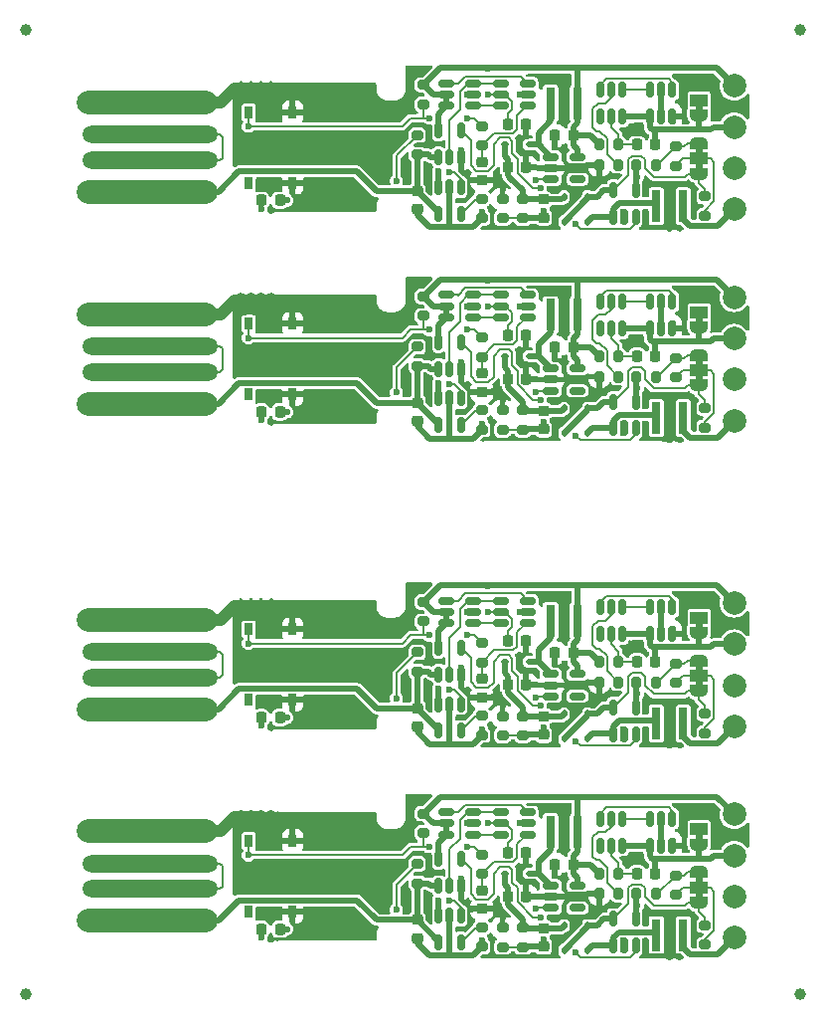
<source format=gtl>
G04 #@! TF.GenerationSoftware,KiCad,Pcbnew,8.0.1*
G04 #@! TF.CreationDate,2025-03-12T15:21:45+01:00*
G04 #@! TF.ProjectId,panel_E,70616e65-6c5f-4452-9e6b-696361645f70,E*
G04 #@! TF.SameCoordinates,Original*
G04 #@! TF.FileFunction,Copper,L1,Top*
G04 #@! TF.FilePolarity,Positive*
%FSLAX46Y46*%
G04 Gerber Fmt 4.6, Leading zero omitted, Abs format (unit mm)*
G04 Created by KiCad (PCBNEW 8.0.1) date 2025-03-12 15:21:45*
%MOMM*%
%LPD*%
G01*
G04 APERTURE LIST*
G04 Aperture macros list*
%AMRoundRect*
0 Rectangle with rounded corners*
0 $1 Rounding radius*
0 $2 $3 $4 $5 $6 $7 $8 $9 X,Y pos of 4 corners*
0 Add a 4 corners polygon primitive as box body*
4,1,4,$2,$3,$4,$5,$6,$7,$8,$9,$2,$3,0*
0 Add four circle primitives for the rounded corners*
1,1,$1+$1,$2,$3*
1,1,$1+$1,$4,$5*
1,1,$1+$1,$6,$7*
1,1,$1+$1,$8,$9*
0 Add four rect primitives between the rounded corners*
20,1,$1+$1,$2,$3,$4,$5,0*
20,1,$1+$1,$4,$5,$6,$7,0*
20,1,$1+$1,$6,$7,$8,$9,0*
20,1,$1+$1,$8,$9,$2,$3,0*%
%AMFreePoly0*
4,1,19,0.550000,-0.750000,0.000000,-0.750000,0.000000,-0.744911,-0.071157,-0.744911,-0.207708,-0.704816,-0.327430,-0.627875,-0.420627,-0.520320,-0.479746,-0.390866,-0.500000,-0.250000,-0.500000,0.250000,-0.479746,0.390866,-0.420627,0.520320,-0.327430,0.627875,-0.207708,0.704816,-0.071157,0.744911,0.000000,0.744911,0.000000,0.750000,0.550000,0.750000,0.550000,-0.750000,0.550000,-0.750000,
$1*%
%AMFreePoly1*
4,1,19,0.000000,0.744911,0.071157,0.744911,0.207708,0.704816,0.327430,0.627875,0.420627,0.520320,0.479746,0.390866,0.500000,0.250000,0.500000,-0.250000,0.479746,-0.390866,0.420627,-0.520320,0.327430,-0.627875,0.207708,-0.704816,0.071157,-0.744911,0.000000,-0.744911,0.000000,-0.750000,-0.550000,-0.750000,-0.550000,0.750000,0.000000,0.750000,0.000000,0.744911,0.000000,0.744911,
$1*%
G04 Aperture macros list end*
G04 #@! TA.AperFunction,EtchedComponent*
%ADD10C,0.000000*%
G04 #@! TD*
G04 #@! TA.AperFunction,SMDPad,CuDef*
%ADD11RoundRect,0.225000X0.225000X0.250000X-0.225000X0.250000X-0.225000X-0.250000X0.225000X-0.250000X0*%
G04 #@! TD*
G04 #@! TA.AperFunction,SMDPad,CuDef*
%ADD12R,0.750000X1.000000*%
G04 #@! TD*
G04 #@! TA.AperFunction,SMDPad,CuDef*
%ADD13RoundRect,0.200000X0.275000X-0.200000X0.275000X0.200000X-0.275000X0.200000X-0.275000X-0.200000X0*%
G04 #@! TD*
G04 #@! TA.AperFunction,SMDPad,CuDef*
%ADD14RoundRect,0.225000X0.250000X-0.225000X0.250000X0.225000X-0.250000X0.225000X-0.250000X-0.225000X0*%
G04 #@! TD*
G04 #@! TA.AperFunction,SMDPad,CuDef*
%ADD15RoundRect,0.200000X-0.200000X-0.275000X0.200000X-0.275000X0.200000X0.275000X-0.200000X0.275000X0*%
G04 #@! TD*
G04 #@! TA.AperFunction,SMDPad,CuDef*
%ADD16FreePoly0,90.000000*%
G04 #@! TD*
G04 #@! TA.AperFunction,SMDPad,CuDef*
%ADD17R,1.500000X1.000000*%
G04 #@! TD*
G04 #@! TA.AperFunction,SMDPad,CuDef*
%ADD18FreePoly1,90.000000*%
G04 #@! TD*
G04 #@! TA.AperFunction,SMDPad,CuDef*
%ADD19RoundRect,0.225000X-0.250000X0.225000X-0.250000X-0.225000X0.250000X-0.225000X0.250000X0.225000X0*%
G04 #@! TD*
G04 #@! TA.AperFunction,SMDPad,CuDef*
%ADD20RoundRect,0.218750X0.218750X0.256250X-0.218750X0.256250X-0.218750X-0.256250X0.218750X-0.256250X0*%
G04 #@! TD*
G04 #@! TA.AperFunction,SMDPad,CuDef*
%ADD21RoundRect,0.225000X-0.225000X-0.250000X0.225000X-0.250000X0.225000X0.250000X-0.225000X0.250000X0*%
G04 #@! TD*
G04 #@! TA.AperFunction,ComponentPad*
%ADD22C,2.000000*%
G04 #@! TD*
G04 #@! TA.AperFunction,SMDPad,CuDef*
%ADD23RoundRect,0.112500X-0.187500X-0.112500X0.187500X-0.112500X0.187500X0.112500X-0.187500X0.112500X0*%
G04 #@! TD*
G04 #@! TA.AperFunction,SMDPad,CuDef*
%ADD24RoundRect,0.112500X0.112500X-0.187500X0.112500X0.187500X-0.112500X0.187500X-0.112500X-0.187500X0*%
G04 #@! TD*
G04 #@! TA.AperFunction,SMDPad,CuDef*
%ADD25R,0.800000X2.700000*%
G04 #@! TD*
G04 #@! TA.AperFunction,SMDPad,CuDef*
%ADD26RoundRect,1.000000X5.000000X-0.000010X5.000000X0.000010X-5.000000X0.000010X-5.000000X-0.000010X0*%
G04 #@! TD*
G04 #@! TA.AperFunction,SMDPad,CuDef*
%ADD27RoundRect,0.750000X5.000000X-0.000010X5.000000X0.000010X-5.000000X0.000010X-5.000000X-0.000010X0*%
G04 #@! TD*
G04 #@! TA.AperFunction,SMDPad,CuDef*
%ADD28RoundRect,0.150000X0.512500X0.150000X-0.512500X0.150000X-0.512500X-0.150000X0.512500X-0.150000X0*%
G04 #@! TD*
G04 #@! TA.AperFunction,SMDPad,CuDef*
%ADD29RoundRect,0.150000X0.150000X-0.512500X0.150000X0.512500X-0.150000X0.512500X-0.150000X-0.512500X0*%
G04 #@! TD*
G04 #@! TA.AperFunction,SMDPad,CuDef*
%ADD30C,1.000000*%
G04 #@! TD*
G04 #@! TA.AperFunction,SMDPad,CuDef*
%ADD31RoundRect,0.150000X-0.150000X0.512500X-0.150000X-0.512500X0.150000X-0.512500X0.150000X0.512500X0*%
G04 #@! TD*
G04 #@! TA.AperFunction,SMDPad,CuDef*
%ADD32RoundRect,0.200000X-0.275000X0.200000X-0.275000X-0.200000X0.275000X-0.200000X0.275000X0.200000X0*%
G04 #@! TD*
G04 #@! TA.AperFunction,SMDPad,CuDef*
%ADD33RoundRect,0.200000X0.200000X0.275000X-0.200000X0.275000X-0.200000X-0.275000X0.200000X-0.275000X0*%
G04 #@! TD*
G04 #@! TA.AperFunction,SMDPad,CuDef*
%ADD34RoundRect,0.150000X-0.512500X-0.150000X0.512500X-0.150000X0.512500X0.150000X-0.512500X0.150000X0*%
G04 #@! TD*
G04 #@! TA.AperFunction,SMDPad,CuDef*
%ADD35RoundRect,0.112500X-0.112500X0.187500X-0.112500X-0.187500X0.112500X-0.187500X0.112500X0.187500X0*%
G04 #@! TD*
G04 #@! TA.AperFunction,ViaPad*
%ADD36C,0.600000*%
G04 #@! TD*
G04 #@! TA.AperFunction,Conductor*
%ADD37C,0.500000*%
G04 #@! TD*
G04 #@! TA.AperFunction,Conductor*
%ADD38C,0.200000*%
G04 #@! TD*
G04 #@! TA.AperFunction,Conductor*
%ADD39C,1.000000*%
G04 #@! TD*
G04 APERTURE END LIST*
D10*
G04 #@! TA.AperFunction,EtchedComponent*
G04 #@! TO.C,1-JP4*
G36*
X62175000Y-34350000D02*
G01*
X61575000Y-34350000D01*
X61575000Y-32550000D01*
X62175000Y-32550000D01*
X62175000Y-34350000D01*
G37*
G04 #@! TD.AperFunction*
G04 #@! TA.AperFunction,EtchedComponent*
G04 #@! TO.C,1-JP1*
G36*
X62175000Y-29400000D02*
G01*
X61575000Y-29400000D01*
X61575000Y-28900000D01*
X62175000Y-28900000D01*
X62175000Y-29400000D01*
G37*
G04 #@! TD.AperFunction*
G04 #@! TA.AperFunction,EtchedComponent*
G04 #@! TO.C,3-JP1*
G36*
X62175000Y-73400000D02*
G01*
X61575000Y-73400000D01*
X61575000Y-72900000D01*
X62175000Y-72900000D01*
X62175000Y-73400000D01*
G37*
G04 #@! TD.AperFunction*
G04 #@! TA.AperFunction,EtchedComponent*
G04 #@! TO.C,3-JP4*
G36*
X62175000Y-78350000D02*
G01*
X61575000Y-78350000D01*
X61575000Y-76550000D01*
X62175000Y-76550000D01*
X62175000Y-78350000D01*
G37*
G04 #@! TD.AperFunction*
G04 #@! TA.AperFunction,EtchedComponent*
G04 #@! TO.C,0-JP1*
G36*
X62175000Y-11400000D02*
G01*
X61575000Y-11400000D01*
X61575000Y-10900000D01*
X62175000Y-10900000D01*
X62175000Y-11400000D01*
G37*
G04 #@! TD.AperFunction*
G04 #@! TA.AperFunction,EtchedComponent*
G04 #@! TO.C,2-JP4*
G36*
X62175000Y-60350000D02*
G01*
X61575000Y-60350000D01*
X61575000Y-58550000D01*
X62175000Y-58550000D01*
X62175000Y-60350000D01*
G37*
G04 #@! TD.AperFunction*
G04 #@! TA.AperFunction,EtchedComponent*
G04 #@! TO.C,2-JP1*
G36*
X62175000Y-55400000D02*
G01*
X61575000Y-55400000D01*
X61575000Y-54900000D01*
X62175000Y-54900000D01*
X62175000Y-55400000D01*
G37*
G04 #@! TD.AperFunction*
G04 #@! TA.AperFunction,EtchedComponent*
G04 #@! TO.C,0-JP4*
G36*
X62175000Y-16350000D02*
G01*
X61575000Y-16350000D01*
X61575000Y-14550000D01*
X62175000Y-14550000D01*
X62175000Y-16350000D01*
G37*
G04 #@! TD.AperFunction*
G04 #@! TD*
D11*
G04 #@! TO.P,1-C5,1*
G04 #@! TO.N,1-+BATT*
X51150000Y-31500000D03*
G04 #@! TO.P,1-C5,2*
G04 #@! TO.N,1-GND*
X49600000Y-31500000D03*
G04 #@! TD*
D12*
G04 #@! TO.P,3-SW1,1,1*
G04 #@! TO.N,3-GND*
X27250000Y-73500000D03*
X27250000Y-79500000D03*
G04 #@! TO.P,3-SW1,2,2*
G04 #@! TO.N,3-Net-(R5-Pad1)*
X23500000Y-73500000D03*
X23500000Y-79500000D03*
G04 #@! TD*
D13*
G04 #@! TO.P,3-R7,1*
G04 #@! TO.N,3-Net-(U3-FB)*
X45125000Y-82525000D03*
G04 #@! TO.P,3-R7,2*
G04 #@! TO.N,3-GND*
X45125000Y-80875000D03*
G04 #@! TD*
D14*
G04 #@! TO.P,3-C6,1*
G04 #@! TO.N,3-GND*
X43375000Y-79275000D03*
G04 #@! TO.P,3-C6,2*
G04 #@! TO.N,3-Net-(C6-Pad2)*
X43375000Y-77725000D03*
G04 #@! TD*
D15*
G04 #@! TO.P,2-R4,1*
G04 #@! TO.N,2-+BATT*
X53350000Y-58250000D03*
G04 #@! TO.P,2-R4,2*
G04 #@! TO.N,2-Net-(U1-VCC)*
X55000000Y-58250000D03*
G04 #@! TD*
D11*
G04 #@! TO.P,2-C7,1*
G04 #@! TO.N,2-GND*
X47150000Y-56500000D03*
G04 #@! TO.P,2-C7,2*
G04 #@! TO.N,2-+BATT*
X45600000Y-56500000D03*
G04 #@! TD*
D16*
G04 #@! TO.P,1-JP4,1,A*
G04 #@! TO.N,1-Net-(D3-K)*
X61875000Y-34750000D03*
D17*
G04 #@! TO.P,1-JP4,2,C*
G04 #@! TO.N,1-Net-(JP4-C)*
X61875000Y-33450000D03*
D18*
G04 #@! TO.P,1-JP4,3,B*
G04 #@! TO.N,1-Net-(JP4-B)*
X61875000Y-32150000D03*
G04 #@! TD*
D19*
G04 #@! TO.P,0-C4,1*
G04 #@! TO.N,0-Net-(D4-K)*
X48625000Y-18925000D03*
G04 #@! TO.P,0-C4,2*
G04 #@! TO.N,0-Net-(U3-FB)*
X48625000Y-20475000D03*
G04 #@! TD*
D16*
G04 #@! TO.P,1-JP1,1,A*
G04 #@! TO.N,1--BATT*
X61875000Y-29800000D03*
D17*
G04 #@! TO.P,1-JP1,2,C*
G04 #@! TO.N,1-GND1*
X61875000Y-28500000D03*
D18*
G04 #@! TO.P,1-JP1,3,B*
G04 #@! TO.N,1-GND*
X61875000Y-27200000D03*
G04 #@! TD*
D19*
G04 #@! TO.P,1-C2,1*
G04 #@! TO.N,1-VCC*
X37875000Y-36225000D03*
G04 #@! TO.P,1-C2,2*
G04 #@! TO.N,1-GND1*
X37875000Y-37775000D03*
G04 #@! TD*
D13*
G04 #@! TO.P,2-R9,1*
G04 #@! TO.N,2-Net-(C6-Pad2)*
X43375000Y-58325000D03*
G04 #@! TO.P,2-R9,2*
G04 #@! TO.N,2-Net-(R5-Pad1)*
X43375000Y-56675000D03*
G04 #@! TD*
D20*
G04 #@! TO.P,3-D2,1,K*
G04 #@! TO.N,3-Net-(D2-K)*
X26162500Y-81000000D03*
G04 #@! TO.P,3-D2,2,A*
G04 #@! TO.N,3-Net-(D2-A)*
X24587500Y-81000000D03*
G04 #@! TD*
D11*
G04 #@! TO.P,0-C5,1*
G04 #@! TO.N,0-+BATT*
X51150000Y-13500000D03*
G04 #@! TO.P,0-C5,2*
G04 #@! TO.N,0-GND*
X49600000Y-13500000D03*
G04 #@! TD*
D21*
G04 #@! TO.P,2-C3,1*
G04 #@! TO.N,2-Net-(D4-K)*
X45600000Y-60200000D03*
G04 #@! TO.P,2-C3,2*
G04 #@! TO.N,2-GND*
X47150000Y-60200000D03*
G04 #@! TD*
D22*
G04 #@! TO.P,0-J2,1,Pin_1*
G04 #@! TO.N,0-+BATT*
X64875000Y-9250000D03*
G04 #@! TD*
G04 #@! TO.P,2-J3,1,Pin_1*
G04 #@! TO.N,2--BATT*
X64875000Y-56750000D03*
G04 #@! TD*
D12*
G04 #@! TO.P,1-SW1,1,1*
G04 #@! TO.N,1-GND*
X27250000Y-29500000D03*
X27250000Y-35500000D03*
G04 #@! TO.P,1-SW1,2,2*
G04 #@! TO.N,1-Net-(R5-Pad1)*
X23500000Y-29500000D03*
X23500000Y-35500000D03*
G04 #@! TD*
D23*
G04 #@! TO.P,0-D4,1,K*
G04 #@! TO.N,0-Net-(D4-K)*
X45325000Y-14250000D03*
G04 #@! TO.P,0-D4,2,A*
G04 #@! TO.N,0-Net-(D4-A)*
X47425000Y-14250000D03*
G04 #@! TD*
D22*
G04 #@! TO.P,3-J4,1,Pin_1*
G04 #@! TO.N,3-+LED*
X64875000Y-78250000D03*
G04 #@! TD*
D24*
G04 #@! TO.P,2-D5,1,K*
G04 #@! TO.N,2-Net-(D3-K)*
X50375000Y-64800000D03*
G04 #@! TO.P,2-D5,2,A*
G04 #@! TO.N,2-Net-(D4-K)*
X50375000Y-62700000D03*
G04 #@! TD*
D22*
G04 #@! TO.P,3-J5,1,Pin_1*
G04 #@! TO.N,3--LED*
X64875000Y-81750000D03*
G04 #@! TD*
D13*
G04 #@! TO.P,3-R8,1*
G04 #@! TO.N,3-Net-(U3-FB)*
X46875000Y-82525000D03*
G04 #@! TO.P,3-R8,2*
G04 #@! TO.N,3-Net-(D4-K)*
X46875000Y-80875000D03*
G04 #@! TD*
D25*
G04 #@! TO.P,3-L2,1,1*
G04 #@! TO.N,3-+BATT*
X51525000Y-72750000D03*
G04 #@! TO.P,3-L2,2,2*
G04 #@! TO.N,3-Net-(D4-A)*
X49225000Y-72750000D03*
G04 #@! TD*
D20*
G04 #@! TO.P,0-D2,1,K*
G04 #@! TO.N,0-Net-(D2-K)*
X26162500Y-19000000D03*
G04 #@! TO.P,0-D2,2,A*
G04 #@! TO.N,0-Net-(D2-A)*
X24587500Y-19000000D03*
G04 #@! TD*
D26*
G04 #@! TO.P,3-J1,1,VBUS*
G04 #@! TO.N,3-VCC*
X14875000Y-80310000D03*
D27*
G04 #@! TO.P,3-J1,2,D-*
G04 #@! TO.N,3-Net-(J1-D+)*
X15125000Y-77580000D03*
G04 #@! TO.P,3-J1,3,D+*
X15125000Y-75420000D03*
D26*
G04 #@! TO.P,3-J1,4,GND*
G04 #@! TO.N,3-GND*
X14875000Y-72690000D03*
G04 #@! TD*
D23*
G04 #@! TO.P,2-D4,1,K*
G04 #@! TO.N,2-Net-(D4-K)*
X45325000Y-58250000D03*
G04 #@! TO.P,2-D4,2,A*
G04 #@! TO.N,2-Net-(D4-A)*
X47425000Y-58250000D03*
G04 #@! TD*
D13*
G04 #@! TO.P,1-R7,1*
G04 #@! TO.N,1-Net-(U3-FB)*
X45125000Y-38525000D03*
G04 #@! TO.P,1-R7,2*
G04 #@! TO.N,1-GND*
X45125000Y-36875000D03*
G04 #@! TD*
D28*
G04 #@! TO.P,3-U5,1,C*
G04 #@! TO.N,3-Net-(U5-C)*
X42650000Y-72950000D03*
G04 #@! TO.P,3-U5,2,GND*
G04 #@! TO.N,3-GND*
X42650000Y-72000000D03*
G04 #@! TO.P,3-U5,3,D*
G04 #@! TO.N,3-Net-(U5-D)*
X42650000Y-71050000D03*
G04 #@! TO.P,3-U5,4,Q*
G04 #@! TO.N,3-Net-(U5-Q)*
X40375000Y-71050000D03*
G04 #@! TO.P,3-U5,5,VCC*
G04 #@! TO.N,3-+BATT*
X40375000Y-72000000D03*
G04 #@! TO.P,3-U5,6,~{CLR}*
X40375000Y-72950000D03*
G04 #@! TD*
D25*
G04 #@! TO.P,3-L1,1,1*
G04 #@! TO.N,3--LED*
X60525000Y-81500000D03*
G04 #@! TO.P,3-L1,2,2*
G04 #@! TO.N,3-Net-(D3-A)*
X58225000Y-81500000D03*
G04 #@! TD*
D22*
G04 #@! TO.P,3-J2,1,Pin_1*
G04 #@! TO.N,3-+BATT*
X64875000Y-71250000D03*
G04 #@! TD*
D13*
G04 #@! TO.P,1-R8,1*
G04 #@! TO.N,1-Net-(U3-FB)*
X46875000Y-38525000D03*
G04 #@! TO.P,1-R8,2*
G04 #@! TO.N,1-Net-(D4-K)*
X46875000Y-36875000D03*
G04 #@! TD*
G04 #@! TO.P,3-R5,1*
G04 #@! TO.N,3-Net-(R5-Pad1)*
X38375000Y-72825000D03*
G04 #@! TO.P,3-R5,2*
G04 #@! TO.N,3-+BATT*
X38375000Y-71175000D03*
G04 #@! TD*
G04 #@! TO.P,2-R8,1*
G04 #@! TO.N,2-Net-(U3-FB)*
X46875000Y-64525000D03*
G04 #@! TO.P,2-R8,2*
G04 #@! TO.N,2-Net-(D4-K)*
X46875000Y-62875000D03*
G04 #@! TD*
G04 #@! TO.P,2-R7,1*
G04 #@! TO.N,2-Net-(U3-FB)*
X45125000Y-64525000D03*
G04 #@! TO.P,2-R7,2*
G04 #@! TO.N,2-GND*
X45125000Y-62875000D03*
G04 #@! TD*
D29*
G04 #@! TO.P,3-Q1,1,S1*
G04 #@! TO.N,3--BATT*
X57675000Y-73887500D03*
G04 #@! TO.P,3-Q1,2,D1*
G04 #@! TO.N,3-Net-(Q1A-D1)*
X58625000Y-73887500D03*
G04 #@! TO.P,3-Q1,3,S2*
G04 #@! TO.N,3-GND*
X59575000Y-73887500D03*
G04 #@! TO.P,3-Q1,4,G2*
G04 #@! TO.N,3-Net-(Q1B-G2)*
X59575000Y-71612500D03*
G04 #@! TO.P,3-Q1,5,D2*
G04 #@! TO.N,3-Net-(Q1A-D1)*
X58625000Y-71612500D03*
G04 #@! TO.P,3-Q1,6,G1*
G04 #@! TO.N,3-Net-(Q1A-G1)*
X57675000Y-71612500D03*
G04 #@! TD*
D30*
G04 #@! TO.P,KiKit_FID_T_1,*
G04 #@! TO.N,*
X4500000Y-4500000D03*
G04 #@! TD*
D13*
G04 #@! TO.P,3-R11,1*
G04 #@! TO.N,3-Net-(JP4-C)*
X59875000Y-78075000D03*
G04 #@! TO.P,3-R11,2*
G04 #@! TO.N,3-Net-(JP4-B)*
X59875000Y-76425000D03*
G04 #@! TD*
D31*
G04 #@! TO.P,0-U1,1,OD*
G04 #@! TO.N,0-Net-(Q1A-G1)*
X55325000Y-9612500D03*
G04 #@! TO.P,0-U1,2,CS*
G04 #@! TO.N,0-Net-(U1-CS)*
X54375000Y-9612500D03*
G04 #@! TO.P,0-U1,3,OC*
G04 #@! TO.N,0-Net-(Q1B-G2)*
X53425000Y-9612500D03*
G04 #@! TO.P,0-U1,4,TD*
G04 #@! TO.N,0-unconnected-(U1-TD-Pad4)*
X53425000Y-11887500D03*
G04 #@! TO.P,0-U1,5,VCC*
G04 #@! TO.N,0-Net-(U1-VCC)*
X54375000Y-11887500D03*
G04 #@! TO.P,0-U1,6,GND*
G04 #@! TO.N,0--BATT*
X55325000Y-11887500D03*
G04 #@! TD*
D22*
G04 #@! TO.P,1-J5,1,Pin_1*
G04 #@! TO.N,1--LED*
X64875000Y-37750000D03*
G04 #@! TD*
D21*
G04 #@! TO.P,3-C1,1*
G04 #@! TO.N,3-Net-(U1-VCC)*
X56600000Y-76250000D03*
G04 #@! TO.P,3-C1,2*
G04 #@! TO.N,3--BATT*
X58150000Y-76250000D03*
G04 #@! TD*
D11*
G04 #@! TO.P,2-C5,1*
G04 #@! TO.N,2-+BATT*
X51150000Y-57500000D03*
G04 #@! TO.P,2-C5,2*
G04 #@! TO.N,2-GND*
X49600000Y-57500000D03*
G04 #@! TD*
D31*
G04 #@! TO.P,0-U2,1,~{CHRG}*
G04 #@! TO.N,0-Net-(D2-K)*
X41575000Y-17862500D03*
G04 #@! TO.P,0-U2,2,GND*
G04 #@! TO.N,0-GND1*
X40625000Y-17862500D03*
G04 #@! TO.P,0-U2,3,BAT*
G04 #@! TO.N,0-+BATT*
X39675000Y-17862500D03*
G04 #@! TO.P,0-U2,4,V_{CC}*
G04 #@! TO.N,0-VCC*
X39675000Y-20137500D03*
G04 #@! TO.P,0-U2,5,PROG*
G04 #@! TO.N,0-Net-(U2-PROG)*
X41575000Y-20137500D03*
G04 #@! TD*
D32*
G04 #@! TO.P,0-R10,1*
G04 #@! TO.N,0-Net-(D3-K)*
X62375000Y-18675000D03*
G04 #@! TO.P,0-R10,2*
G04 #@! TO.N,0-Net-(JP4-C)*
X62375000Y-20325000D03*
G04 #@! TD*
D22*
G04 #@! TO.P,3-J3,1,Pin_1*
G04 #@! TO.N,3--BATT*
X64875000Y-74750000D03*
G04 #@! TD*
G04 #@! TO.P,0-J4,1,Pin_1*
G04 #@! TO.N,0-+LED*
X64875000Y-16250000D03*
G04 #@! TD*
D33*
G04 #@! TO.P,3-R6,1*
G04 #@! TO.N,3-Net-(JP4-B)*
X58200000Y-78000000D03*
G04 #@! TO.P,3-R6,2*
G04 #@! TO.N,3-+LED*
X56550000Y-78000000D03*
G04 #@! TD*
D13*
G04 #@! TO.P,2-R1,1*
G04 #@! TO.N,2-VCC*
X37875000Y-59100000D03*
G04 #@! TO.P,2-R1,2*
G04 #@! TO.N,2-Net-(D2-A)*
X37875000Y-57450000D03*
G04 #@! TD*
D33*
G04 #@! TO.P,1-R3,1*
G04 #@! TO.N,1-Net-(U1-CS)*
X55000000Y-34000000D03*
G04 #@! TO.P,1-R3,2*
G04 #@! TO.N,1-GND*
X53350000Y-34000000D03*
G04 #@! TD*
D13*
G04 #@! TO.P,1-R5,1*
G04 #@! TO.N,1-Net-(R5-Pad1)*
X38375000Y-28825000D03*
G04 #@! TO.P,1-R5,2*
G04 #@! TO.N,1-+BATT*
X38375000Y-27175000D03*
G04 #@! TD*
G04 #@! TO.P,1-R1,1*
G04 #@! TO.N,1-VCC*
X37875000Y-33100000D03*
G04 #@! TO.P,1-R1,2*
G04 #@! TO.N,1-Net-(D2-A)*
X37875000Y-31450000D03*
G04 #@! TD*
D23*
G04 #@! TO.P,1-D4,1,K*
G04 #@! TO.N,1-Net-(D4-K)*
X45325000Y-32250000D03*
G04 #@! TO.P,1-D4,2,A*
G04 #@! TO.N,1-Net-(D4-A)*
X47425000Y-32250000D03*
G04 #@! TD*
D29*
G04 #@! TO.P,0-Q1,1,S1*
G04 #@! TO.N,0--BATT*
X57675000Y-11887500D03*
G04 #@! TO.P,0-Q1,2,D1*
G04 #@! TO.N,0-Net-(Q1A-D1)*
X58625000Y-11887500D03*
G04 #@! TO.P,0-Q1,3,S2*
G04 #@! TO.N,0-GND*
X59575000Y-11887500D03*
G04 #@! TO.P,0-Q1,4,G2*
G04 #@! TO.N,0-Net-(Q1B-G2)*
X59575000Y-9612500D03*
G04 #@! TO.P,0-Q1,5,D2*
G04 #@! TO.N,0-Net-(Q1A-D1)*
X58625000Y-9612500D03*
G04 #@! TO.P,0-Q1,6,G1*
G04 #@! TO.N,0-Net-(Q1A-G1)*
X57675000Y-9612500D03*
G04 #@! TD*
G04 #@! TO.P,0-U7,1*
G04 #@! TO.N,0-VCC*
X39675000Y-15337500D03*
G04 #@! TO.P,0-U7,2*
G04 #@! TO.N,0-Net-(U5-D)*
X40625000Y-15337500D03*
G04 #@! TO.P,0-U7,3,GND*
G04 #@! TO.N,0-GND*
X41575000Y-15337500D03*
G04 #@! TO.P,0-U7,4*
G04 #@! TO.N,0-Net-(U3-EN)*
X41575000Y-13062500D03*
G04 #@! TO.P,0-U7,5,VCC*
G04 #@! TO.N,0-+BATT*
X39675000Y-13062500D03*
G04 #@! TD*
D25*
G04 #@! TO.P,0-L2,1,1*
G04 #@! TO.N,0-+BATT*
X51525000Y-10750000D03*
G04 #@! TO.P,0-L2,2,2*
G04 #@! TO.N,0-Net-(D4-A)*
X49225000Y-10750000D03*
G04 #@! TD*
D29*
G04 #@! TO.P,2-U6,1,SW*
G04 #@! TO.N,2-Net-(D3-A)*
X54575000Y-64400000D03*
G04 #@! TO.P,2-U6,2,GND*
G04 #@! TO.N,2-GND*
X55525000Y-64400000D03*
G04 #@! TO.P,2-U6,3,CTRL*
G04 #@! TO.N,2-Net-(U3-EN)*
X56475000Y-64400000D03*
G04 #@! TO.P,2-U6,4,SET*
G04 #@! TO.N,2-+LED*
X56475000Y-62125000D03*
G04 #@! TO.P,2-U6,5,VIN*
G04 #@! TO.N,2-Net-(D3-K)*
X54575000Y-62125000D03*
G04 #@! TD*
D13*
G04 #@! TO.P,0-R2,1*
G04 #@! TO.N,0-GND1*
X43375000Y-20500000D03*
G04 #@! TO.P,0-R2,2*
G04 #@! TO.N,0-Net-(U2-PROG)*
X43375000Y-18850000D03*
G04 #@! TD*
D15*
G04 #@! TO.P,1-R4,1*
G04 #@! TO.N,1-+BATT*
X53350000Y-32250000D03*
G04 #@! TO.P,1-R4,2*
G04 #@! TO.N,1-Net-(U1-VCC)*
X55000000Y-32250000D03*
G04 #@! TD*
G04 #@! TO.P,0-R4,1*
G04 #@! TO.N,0-+BATT*
X53350000Y-14250000D03*
G04 #@! TO.P,0-R4,2*
G04 #@! TO.N,0-Net-(U1-VCC)*
X55000000Y-14250000D03*
G04 #@! TD*
D13*
G04 #@! TO.P,0-R1,1*
G04 #@! TO.N,0-VCC*
X37875000Y-15100000D03*
G04 #@! TO.P,0-R1,2*
G04 #@! TO.N,0-Net-(D2-A)*
X37875000Y-13450000D03*
G04 #@! TD*
D31*
G04 #@! TO.P,1-U1,1,OD*
G04 #@! TO.N,1-Net-(Q1A-G1)*
X55325000Y-27612500D03*
G04 #@! TO.P,1-U1,2,CS*
G04 #@! TO.N,1-Net-(U1-CS)*
X54375000Y-27612500D03*
G04 #@! TO.P,1-U1,3,OC*
G04 #@! TO.N,1-Net-(Q1B-G2)*
X53425000Y-27612500D03*
G04 #@! TO.P,1-U1,4,TD*
G04 #@! TO.N,1-unconnected-(U1-TD-Pad4)*
X53425000Y-29887500D03*
G04 #@! TO.P,1-U1,5,VCC*
G04 #@! TO.N,1-Net-(U1-VCC)*
X54375000Y-29887500D03*
G04 #@! TO.P,1-U1,6,GND*
G04 #@! TO.N,1--BATT*
X55325000Y-29887500D03*
G04 #@! TD*
D19*
G04 #@! TO.P,1-C4,1*
G04 #@! TO.N,1-Net-(D4-K)*
X48625000Y-36925000D03*
G04 #@! TO.P,1-C4,2*
G04 #@! TO.N,1-Net-(U3-FB)*
X48625000Y-38475000D03*
G04 #@! TD*
D24*
G04 #@! TO.P,1-D5,1,K*
G04 #@! TO.N,1-Net-(D3-K)*
X50375000Y-38800000D03*
G04 #@! TO.P,1-D5,2,A*
G04 #@! TO.N,1-Net-(D4-K)*
X50375000Y-36700000D03*
G04 #@! TD*
D29*
G04 #@! TO.P,2-Q1,1,S1*
G04 #@! TO.N,2--BATT*
X57675000Y-55887500D03*
G04 #@! TO.P,2-Q1,2,D1*
G04 #@! TO.N,2-Net-(Q1A-D1)*
X58625000Y-55887500D03*
G04 #@! TO.P,2-Q1,3,S2*
G04 #@! TO.N,2-GND*
X59575000Y-55887500D03*
G04 #@! TO.P,2-Q1,4,G2*
G04 #@! TO.N,2-Net-(Q1B-G2)*
X59575000Y-53612500D03*
G04 #@! TO.P,2-Q1,5,D2*
G04 #@! TO.N,2-Net-(Q1A-D1)*
X58625000Y-53612500D03*
G04 #@! TO.P,2-Q1,6,G1*
G04 #@! TO.N,2-Net-(Q1A-G1)*
X57675000Y-53612500D03*
G04 #@! TD*
D31*
G04 #@! TO.P,3-U1,1,OD*
G04 #@! TO.N,3-Net-(Q1A-G1)*
X55325000Y-71612500D03*
G04 #@! TO.P,3-U1,2,CS*
G04 #@! TO.N,3-Net-(U1-CS)*
X54375000Y-71612500D03*
G04 #@! TO.P,3-U1,3,OC*
G04 #@! TO.N,3-Net-(Q1B-G2)*
X53425000Y-71612500D03*
G04 #@! TO.P,3-U1,4,TD*
G04 #@! TO.N,3-unconnected-(U1-TD-Pad4)*
X53425000Y-73887500D03*
G04 #@! TO.P,3-U1,5,VCC*
G04 #@! TO.N,3-Net-(U1-VCC)*
X54375000Y-73887500D03*
G04 #@! TO.P,3-U1,6,GND*
G04 #@! TO.N,3--BATT*
X55325000Y-73887500D03*
G04 #@! TD*
D21*
G04 #@! TO.P,0-C1,1*
G04 #@! TO.N,0-Net-(U1-VCC)*
X56600000Y-14250000D03*
G04 #@! TO.P,0-C1,2*
G04 #@! TO.N,0--BATT*
X58150000Y-14250000D03*
G04 #@! TD*
D13*
G04 #@! TO.P,2-R5,1*
G04 #@! TO.N,2-Net-(R5-Pad1)*
X38375000Y-54825000D03*
G04 #@! TO.P,2-R5,2*
G04 #@! TO.N,2-+BATT*
X38375000Y-53175000D03*
G04 #@! TD*
D23*
G04 #@! TO.P,3-D4,1,K*
G04 #@! TO.N,3-Net-(D4-K)*
X45325000Y-76250000D03*
G04 #@! TO.P,3-D4,2,A*
G04 #@! TO.N,3-Net-(D4-A)*
X47425000Y-76250000D03*
G04 #@! TD*
D16*
G04 #@! TO.P,3-JP1,1,A*
G04 #@! TO.N,3--BATT*
X61875000Y-73800000D03*
D17*
G04 #@! TO.P,3-JP1,2,C*
G04 #@! TO.N,3-GND1*
X61875000Y-72500000D03*
D18*
G04 #@! TO.P,3-JP1,3,B*
G04 #@! TO.N,3-GND*
X61875000Y-71200000D03*
G04 #@! TD*
D13*
G04 #@! TO.P,2-R2,1*
G04 #@! TO.N,2-GND1*
X43375000Y-64500000D03*
G04 #@! TO.P,2-R2,2*
G04 #@! TO.N,2-Net-(U2-PROG)*
X43375000Y-62850000D03*
G04 #@! TD*
G04 #@! TO.P,0-R7,1*
G04 #@! TO.N,0-Net-(U3-FB)*
X45125000Y-20525000D03*
G04 #@! TO.P,0-R7,2*
G04 #@! TO.N,0-GND*
X45125000Y-18875000D03*
G04 #@! TD*
D11*
G04 #@! TO.P,0-C7,1*
G04 #@! TO.N,0-GND*
X47150000Y-12500000D03*
G04 #@! TO.P,0-C7,2*
G04 #@! TO.N,0-+BATT*
X45600000Y-12500000D03*
G04 #@! TD*
D33*
G04 #@! TO.P,2-R6,1*
G04 #@! TO.N,2-Net-(JP4-B)*
X58200000Y-60000000D03*
G04 #@! TO.P,2-R6,2*
G04 #@! TO.N,2-+LED*
X56550000Y-60000000D03*
G04 #@! TD*
D34*
G04 #@! TO.P,3-U3,1,SW*
G04 #@! TO.N,3-Net-(D4-A)*
X49237500Y-77300000D03*
G04 #@! TO.P,3-U3,2,GND*
G04 #@! TO.N,3-GND*
X49237500Y-78250000D03*
G04 #@! TO.P,3-U3,3,FB*
G04 #@! TO.N,3-Net-(U3-FB)*
X49237500Y-79200000D03*
G04 #@! TO.P,3-U3,4,EN*
G04 #@! TO.N,3-Net-(U3-EN)*
X51512500Y-79200000D03*
G04 #@! TO.P,3-U3,5,VIN*
G04 #@! TO.N,3-+BATT*
X51512500Y-77300000D03*
G04 #@! TD*
D28*
G04 #@! TO.P,1-U4,1*
G04 #@! TO.N,1-Net-(C6-Pad2)*
X47262500Y-28950000D03*
G04 #@! TO.P,1-U4,2,GND*
G04 #@! TO.N,1-GND*
X47262500Y-28000000D03*
G04 #@! TO.P,1-U4,3*
G04 #@! TO.N,1-Net-(U5-Q)*
X47262500Y-27050000D03*
G04 #@! TO.P,1-U4,4*
G04 #@! TO.N,1-Net-(U5-D)*
X44987500Y-27050000D03*
G04 #@! TO.P,1-U4,5,VCC*
G04 #@! TO.N,1-+BATT*
X44987500Y-28000000D03*
G04 #@! TO.P,1-U4,6*
G04 #@! TO.N,1-Net-(U5-C)*
X44987500Y-28950000D03*
G04 #@! TD*
D29*
G04 #@! TO.P,3-U6,1,SW*
G04 #@! TO.N,3-Net-(D3-A)*
X54575000Y-82400000D03*
G04 #@! TO.P,3-U6,2,GND*
G04 #@! TO.N,3-GND*
X55525000Y-82400000D03*
G04 #@! TO.P,3-U6,3,CTRL*
G04 #@! TO.N,3-Net-(U3-EN)*
X56475000Y-82400000D03*
G04 #@! TO.P,3-U6,4,SET*
G04 #@! TO.N,3-+LED*
X56475000Y-80125000D03*
G04 #@! TO.P,3-U6,5,VIN*
G04 #@! TO.N,3-Net-(D3-K)*
X54575000Y-80125000D03*
G04 #@! TD*
D28*
G04 #@! TO.P,0-U4,1*
G04 #@! TO.N,0-Net-(C6-Pad2)*
X47262500Y-10950000D03*
G04 #@! TO.P,0-U4,2,GND*
G04 #@! TO.N,0-GND*
X47262500Y-10000000D03*
G04 #@! TO.P,0-U4,3*
G04 #@! TO.N,0-Net-(U5-Q)*
X47262500Y-9050000D03*
G04 #@! TO.P,0-U4,4*
G04 #@! TO.N,0-Net-(U5-D)*
X44987500Y-9050000D03*
G04 #@! TO.P,0-U4,5,VCC*
G04 #@! TO.N,0-+BATT*
X44987500Y-10000000D03*
G04 #@! TO.P,0-U4,6*
G04 #@! TO.N,0-Net-(U5-C)*
X44987500Y-10950000D03*
G04 #@! TD*
D13*
G04 #@! TO.P,1-R11,1*
G04 #@! TO.N,1-Net-(JP4-C)*
X59875000Y-34075000D03*
G04 #@! TO.P,1-R11,2*
G04 #@! TO.N,1-Net-(JP4-B)*
X59875000Y-32425000D03*
G04 #@! TD*
D34*
G04 #@! TO.P,1-U3,1,SW*
G04 #@! TO.N,1-Net-(D4-A)*
X49237500Y-33300000D03*
G04 #@! TO.P,1-U3,2,GND*
G04 #@! TO.N,1-GND*
X49237500Y-34250000D03*
G04 #@! TO.P,1-U3,3,FB*
G04 #@! TO.N,1-Net-(U3-FB)*
X49237500Y-35200000D03*
G04 #@! TO.P,1-U3,4,EN*
G04 #@! TO.N,1-Net-(U3-EN)*
X51512500Y-35200000D03*
G04 #@! TO.P,1-U3,5,VIN*
G04 #@! TO.N,1-+BATT*
X51512500Y-33300000D03*
G04 #@! TD*
D13*
G04 #@! TO.P,1-R9,1*
G04 #@! TO.N,1-Net-(C6-Pad2)*
X43375000Y-32325000D03*
G04 #@! TO.P,1-R9,2*
G04 #@! TO.N,1-Net-(R5-Pad1)*
X43375000Y-30675000D03*
G04 #@! TD*
D20*
G04 #@! TO.P,2-D2,1,K*
G04 #@! TO.N,2-Net-(D2-K)*
X26162500Y-63000000D03*
G04 #@! TO.P,2-D2,2,A*
G04 #@! TO.N,2-Net-(D2-A)*
X24587500Y-63000000D03*
G04 #@! TD*
D21*
G04 #@! TO.P,3-C3,1*
G04 #@! TO.N,3-Net-(D4-K)*
X45600000Y-78200000D03*
G04 #@! TO.P,3-C3,2*
G04 #@! TO.N,3-GND*
X47150000Y-78200000D03*
G04 #@! TD*
D13*
G04 #@! TO.P,1-R2,1*
G04 #@! TO.N,1-GND1*
X43375000Y-38500000D03*
G04 #@! TO.P,1-R2,2*
G04 #@! TO.N,1-Net-(U2-PROG)*
X43375000Y-36850000D03*
G04 #@! TD*
D21*
G04 #@! TO.P,2-C1,1*
G04 #@! TO.N,2-Net-(U1-VCC)*
X56600000Y-58250000D03*
G04 #@! TO.P,2-C1,2*
G04 #@! TO.N,2--BATT*
X58150000Y-58250000D03*
G04 #@! TD*
D13*
G04 #@! TO.P,2-R11,1*
G04 #@! TO.N,2-Net-(JP4-C)*
X59875000Y-60075000D03*
G04 #@! TO.P,2-R11,2*
G04 #@! TO.N,2-Net-(JP4-B)*
X59875000Y-58425000D03*
G04 #@! TD*
D25*
G04 #@! TO.P,1-L1,1,1*
G04 #@! TO.N,1--LED*
X60525000Y-37500000D03*
G04 #@! TO.P,1-L1,2,2*
G04 #@! TO.N,1-Net-(D3-A)*
X58225000Y-37500000D03*
G04 #@! TD*
D15*
G04 #@! TO.P,3-R4,1*
G04 #@! TO.N,3-+BATT*
X53350000Y-76250000D03*
G04 #@! TO.P,3-R4,2*
G04 #@! TO.N,3-Net-(U1-VCC)*
X55000000Y-76250000D03*
G04 #@! TD*
D14*
G04 #@! TO.P,2-C6,1*
G04 #@! TO.N,2-GND*
X43375000Y-61275000D03*
G04 #@! TO.P,2-C6,2*
G04 #@! TO.N,2-Net-(C6-Pad2)*
X43375000Y-59725000D03*
G04 #@! TD*
D25*
G04 #@! TO.P,0-L1,1,1*
G04 #@! TO.N,0--LED*
X60525000Y-19500000D03*
G04 #@! TO.P,0-L1,2,2*
G04 #@! TO.N,0-Net-(D3-A)*
X58225000Y-19500000D03*
G04 #@! TD*
D31*
G04 #@! TO.P,2-U1,1,OD*
G04 #@! TO.N,2-Net-(Q1A-G1)*
X55325000Y-53612500D03*
G04 #@! TO.P,2-U1,2,CS*
G04 #@! TO.N,2-Net-(U1-CS)*
X54375000Y-53612500D03*
G04 #@! TO.P,2-U1,3,OC*
G04 #@! TO.N,2-Net-(Q1B-G2)*
X53425000Y-53612500D03*
G04 #@! TO.P,2-U1,4,TD*
G04 #@! TO.N,2-unconnected-(U1-TD-Pad4)*
X53425000Y-55887500D03*
G04 #@! TO.P,2-U1,5,VCC*
G04 #@! TO.N,2-Net-(U1-VCC)*
X54375000Y-55887500D03*
G04 #@! TO.P,2-U1,6,GND*
G04 #@! TO.N,2--BATT*
X55325000Y-55887500D03*
G04 #@! TD*
G04 #@! TO.P,1-U2,1,~{CHRG}*
G04 #@! TO.N,1-Net-(D2-K)*
X41575000Y-35862500D03*
G04 #@! TO.P,1-U2,2,GND*
G04 #@! TO.N,1-GND1*
X40625000Y-35862500D03*
G04 #@! TO.P,1-U2,3,BAT*
G04 #@! TO.N,1-+BATT*
X39675000Y-35862500D03*
G04 #@! TO.P,1-U2,4,V_{CC}*
G04 #@! TO.N,1-VCC*
X39675000Y-38137500D03*
G04 #@! TO.P,1-U2,5,PROG*
G04 #@! TO.N,1-Net-(U2-PROG)*
X41575000Y-38137500D03*
G04 #@! TD*
D12*
G04 #@! TO.P,2-SW1,1,1*
G04 #@! TO.N,2-GND*
X27250000Y-55500000D03*
X27250000Y-61500000D03*
G04 #@! TO.P,2-SW1,2,2*
G04 #@! TO.N,2-Net-(R5-Pad1)*
X23500000Y-55500000D03*
X23500000Y-61500000D03*
G04 #@! TD*
D33*
G04 #@! TO.P,3-R3,1*
G04 #@! TO.N,3-Net-(U1-CS)*
X55000000Y-78000000D03*
G04 #@! TO.P,3-R3,2*
G04 #@! TO.N,3-GND*
X53350000Y-78000000D03*
G04 #@! TD*
D31*
G04 #@! TO.P,3-U2,1,~{CHRG}*
G04 #@! TO.N,3-Net-(D2-K)*
X41575000Y-79862500D03*
G04 #@! TO.P,3-U2,2,GND*
G04 #@! TO.N,3-GND1*
X40625000Y-79862500D03*
G04 #@! TO.P,3-U2,3,BAT*
G04 #@! TO.N,3-+BATT*
X39675000Y-79862500D03*
G04 #@! TO.P,3-U2,4,V_{CC}*
G04 #@! TO.N,3-VCC*
X39675000Y-82137500D03*
G04 #@! TO.P,3-U2,5,PROG*
G04 #@! TO.N,3-Net-(U2-PROG)*
X41575000Y-82137500D03*
G04 #@! TD*
D20*
G04 #@! TO.P,1-D2,1,K*
G04 #@! TO.N,1-Net-(D2-K)*
X26162500Y-37000000D03*
G04 #@! TO.P,1-D2,2,A*
G04 #@! TO.N,1-Net-(D2-A)*
X24587500Y-37000000D03*
G04 #@! TD*
D13*
G04 #@! TO.P,3-R1,1*
G04 #@! TO.N,3-VCC*
X37875000Y-77100000D03*
G04 #@! TO.P,3-R1,2*
G04 #@! TO.N,3-Net-(D2-A)*
X37875000Y-75450000D03*
G04 #@! TD*
D28*
G04 #@! TO.P,0-U5,1,C*
G04 #@! TO.N,0-Net-(U5-C)*
X42650000Y-10950000D03*
G04 #@! TO.P,0-U5,2,GND*
G04 #@! TO.N,0-GND*
X42650000Y-10000000D03*
G04 #@! TO.P,0-U5,3,D*
G04 #@! TO.N,0-Net-(U5-D)*
X42650000Y-9050000D03*
G04 #@! TO.P,0-U5,4,Q*
G04 #@! TO.N,0-Net-(U5-Q)*
X40375000Y-9050000D03*
G04 #@! TO.P,0-U5,5,VCC*
G04 #@! TO.N,0-+BATT*
X40375000Y-10000000D03*
G04 #@! TO.P,0-U5,6,~{CLR}*
X40375000Y-10950000D03*
G04 #@! TD*
D13*
G04 #@! TO.P,3-R2,1*
G04 #@! TO.N,3-GND1*
X43375000Y-82500000D03*
G04 #@! TO.P,3-R2,2*
G04 #@! TO.N,3-Net-(U2-PROG)*
X43375000Y-80850000D03*
G04 #@! TD*
D22*
G04 #@! TO.P,1-J4,1,Pin_1*
G04 #@! TO.N,1-+LED*
X64875000Y-34250000D03*
G04 #@! TD*
D16*
G04 #@! TO.P,3-JP4,1,A*
G04 #@! TO.N,3-Net-(D3-K)*
X61875000Y-78750000D03*
D17*
G04 #@! TO.P,3-JP4,2,C*
G04 #@! TO.N,3-Net-(JP4-C)*
X61875000Y-77450000D03*
D18*
G04 #@! TO.P,3-JP4,3,B*
G04 #@! TO.N,3-Net-(JP4-B)*
X61875000Y-76150000D03*
G04 #@! TD*
D16*
G04 #@! TO.P,0-JP1,1,A*
G04 #@! TO.N,0--BATT*
X61875000Y-11800000D03*
D17*
G04 #@! TO.P,0-JP1,2,C*
G04 #@! TO.N,0-GND1*
X61875000Y-10500000D03*
D18*
G04 #@! TO.P,0-JP1,3,B*
G04 #@! TO.N,0-GND*
X61875000Y-9200000D03*
G04 #@! TD*
D22*
G04 #@! TO.P,2-J2,1,Pin_1*
G04 #@! TO.N,2-+BATT*
X64875000Y-53250000D03*
G04 #@! TD*
G04 #@! TO.P,0-J5,1,Pin_1*
G04 #@! TO.N,0--LED*
X64875000Y-19750000D03*
G04 #@! TD*
D28*
G04 #@! TO.P,3-U4,1*
G04 #@! TO.N,3-Net-(C6-Pad2)*
X47262500Y-72950000D03*
G04 #@! TO.P,3-U4,2,GND*
G04 #@! TO.N,3-GND*
X47262500Y-72000000D03*
G04 #@! TO.P,3-U4,3*
G04 #@! TO.N,3-Net-(U5-Q)*
X47262500Y-71050000D03*
G04 #@! TO.P,3-U4,4*
G04 #@! TO.N,3-Net-(U5-D)*
X44987500Y-71050000D03*
G04 #@! TO.P,3-U4,5,VCC*
G04 #@! TO.N,3-+BATT*
X44987500Y-72000000D03*
G04 #@! TO.P,3-U4,6*
G04 #@! TO.N,3-Net-(U5-C)*
X44987500Y-72950000D03*
G04 #@! TD*
D34*
G04 #@! TO.P,0-U3,1,SW*
G04 #@! TO.N,0-Net-(D4-A)*
X49237500Y-15300000D03*
G04 #@! TO.P,0-U3,2,GND*
G04 #@! TO.N,0-GND*
X49237500Y-16250000D03*
G04 #@! TO.P,0-U3,3,FB*
G04 #@! TO.N,0-Net-(U3-FB)*
X49237500Y-17200000D03*
G04 #@! TO.P,0-U3,4,EN*
G04 #@! TO.N,0-Net-(U3-EN)*
X51512500Y-17200000D03*
G04 #@! TO.P,0-U3,5,VIN*
G04 #@! TO.N,0-+BATT*
X51512500Y-15300000D03*
G04 #@! TD*
D29*
G04 #@! TO.P,1-Q1,1,S1*
G04 #@! TO.N,1--BATT*
X57675000Y-29887500D03*
G04 #@! TO.P,1-Q1,2,D1*
G04 #@! TO.N,1-Net-(Q1A-D1)*
X58625000Y-29887500D03*
G04 #@! TO.P,1-Q1,3,S2*
G04 #@! TO.N,1-GND*
X59575000Y-29887500D03*
G04 #@! TO.P,1-Q1,4,G2*
G04 #@! TO.N,1-Net-(Q1B-G2)*
X59575000Y-27612500D03*
G04 #@! TO.P,1-Q1,5,D2*
G04 #@! TO.N,1-Net-(Q1A-D1)*
X58625000Y-27612500D03*
G04 #@! TO.P,1-Q1,6,G1*
G04 #@! TO.N,1-Net-(Q1A-G1)*
X57675000Y-27612500D03*
G04 #@! TD*
D19*
G04 #@! TO.P,3-C4,1*
G04 #@! TO.N,3-Net-(D4-K)*
X48625000Y-80925000D03*
G04 #@! TO.P,3-C4,2*
G04 #@! TO.N,3-Net-(U3-FB)*
X48625000Y-82475000D03*
G04 #@! TD*
D28*
G04 #@! TO.P,1-U5,1,C*
G04 #@! TO.N,1-Net-(U5-C)*
X42650000Y-28950000D03*
G04 #@! TO.P,1-U5,2,GND*
G04 #@! TO.N,1-GND*
X42650000Y-28000000D03*
G04 #@! TO.P,1-U5,3,D*
G04 #@! TO.N,1-Net-(U5-D)*
X42650000Y-27050000D03*
G04 #@! TO.P,1-U5,4,Q*
G04 #@! TO.N,1-Net-(U5-Q)*
X40375000Y-27050000D03*
G04 #@! TO.P,1-U5,5,VCC*
G04 #@! TO.N,1-+BATT*
X40375000Y-28000000D03*
G04 #@! TO.P,1-U5,6,~{CLR}*
X40375000Y-28950000D03*
G04 #@! TD*
D30*
G04 #@! TO.P,KiKit_FID_T_4,*
G04 #@! TO.N,*
X70500000Y-86500000D03*
G04 #@! TD*
D13*
G04 #@! TO.P,0-R5,1*
G04 #@! TO.N,0-Net-(R5-Pad1)*
X38375000Y-10825000D03*
G04 #@! TO.P,0-R5,2*
G04 #@! TO.N,0-+BATT*
X38375000Y-9175000D03*
G04 #@! TD*
D28*
G04 #@! TO.P,2-U5,1,C*
G04 #@! TO.N,2-Net-(U5-C)*
X42650000Y-54950000D03*
G04 #@! TO.P,2-U5,2,GND*
G04 #@! TO.N,2-GND*
X42650000Y-54000000D03*
G04 #@! TO.P,2-U5,3,D*
G04 #@! TO.N,2-Net-(U5-D)*
X42650000Y-53050000D03*
G04 #@! TO.P,2-U5,4,Q*
G04 #@! TO.N,2-Net-(U5-Q)*
X40375000Y-53050000D03*
G04 #@! TO.P,2-U5,5,VCC*
G04 #@! TO.N,2-+BATT*
X40375000Y-54000000D03*
G04 #@! TO.P,2-U5,6,~{CLR}*
X40375000Y-54950000D03*
G04 #@! TD*
D16*
G04 #@! TO.P,2-JP4,1,A*
G04 #@! TO.N,2-Net-(D3-K)*
X61875000Y-60750000D03*
D17*
G04 #@! TO.P,2-JP4,2,C*
G04 #@! TO.N,2-Net-(JP4-C)*
X61875000Y-59450000D03*
D18*
G04 #@! TO.P,2-JP4,3,B*
G04 #@! TO.N,2-Net-(JP4-B)*
X61875000Y-58150000D03*
G04 #@! TD*
D21*
G04 #@! TO.P,0-C3,1*
G04 #@! TO.N,0-Net-(D4-K)*
X45600000Y-16200000D03*
G04 #@! TO.P,0-C3,2*
G04 #@! TO.N,0-GND*
X47150000Y-16200000D03*
G04 #@! TD*
D31*
G04 #@! TO.P,2-U2,1,~{CHRG}*
G04 #@! TO.N,2-Net-(D2-K)*
X41575000Y-61862500D03*
G04 #@! TO.P,2-U2,2,GND*
G04 #@! TO.N,2-GND1*
X40625000Y-61862500D03*
G04 #@! TO.P,2-U2,3,BAT*
G04 #@! TO.N,2-+BATT*
X39675000Y-61862500D03*
G04 #@! TO.P,2-U2,4,V_{CC}*
G04 #@! TO.N,2-VCC*
X39675000Y-64137500D03*
G04 #@! TO.P,2-U2,5,PROG*
G04 #@! TO.N,2-Net-(U2-PROG)*
X41575000Y-64137500D03*
G04 #@! TD*
D33*
G04 #@! TO.P,0-R6,1*
G04 #@! TO.N,0-Net-(JP4-B)*
X58200000Y-16000000D03*
G04 #@! TO.P,0-R6,2*
G04 #@! TO.N,0-+LED*
X56550000Y-16000000D03*
G04 #@! TD*
D24*
G04 #@! TO.P,0-D5,1,K*
G04 #@! TO.N,0-Net-(D3-K)*
X50375000Y-20800000D03*
G04 #@! TO.P,0-D5,2,A*
G04 #@! TO.N,0-Net-(D4-K)*
X50375000Y-18700000D03*
G04 #@! TD*
D13*
G04 #@! TO.P,3-R9,1*
G04 #@! TO.N,3-Net-(C6-Pad2)*
X43375000Y-76325000D03*
G04 #@! TO.P,3-R9,2*
G04 #@! TO.N,3-Net-(R5-Pad1)*
X43375000Y-74675000D03*
G04 #@! TD*
D19*
G04 #@! TO.P,3-C2,1*
G04 #@! TO.N,3-VCC*
X37875000Y-80225000D03*
G04 #@! TO.P,3-C2,2*
G04 #@! TO.N,3-GND1*
X37875000Y-81775000D03*
G04 #@! TD*
D29*
G04 #@! TO.P,1-U7,1*
G04 #@! TO.N,1-VCC*
X39675000Y-33337500D03*
G04 #@! TO.P,1-U7,2*
G04 #@! TO.N,1-Net-(U5-D)*
X40625000Y-33337500D03*
G04 #@! TO.P,1-U7,3,GND*
G04 #@! TO.N,1-GND*
X41575000Y-33337500D03*
G04 #@! TO.P,1-U7,4*
G04 #@! TO.N,1-Net-(U3-EN)*
X41575000Y-31062500D03*
G04 #@! TO.P,1-U7,5,VCC*
G04 #@! TO.N,1-+BATT*
X39675000Y-31062500D03*
G04 #@! TD*
G04 #@! TO.P,0-U6,1,SW*
G04 #@! TO.N,0-Net-(D3-A)*
X54575000Y-20400000D03*
G04 #@! TO.P,0-U6,2,GND*
G04 #@! TO.N,0-GND*
X55525000Y-20400000D03*
G04 #@! TO.P,0-U6,3,CTRL*
G04 #@! TO.N,0-Net-(U3-EN)*
X56475000Y-20400000D03*
G04 #@! TO.P,0-U6,4,SET*
G04 #@! TO.N,0-+LED*
X56475000Y-18125000D03*
G04 #@! TO.P,0-U6,5,VIN*
G04 #@! TO.N,0-Net-(D3-K)*
X54575000Y-18125000D03*
G04 #@! TD*
G04 #@! TO.P,1-U6,1,SW*
G04 #@! TO.N,1-Net-(D3-A)*
X54575000Y-38400000D03*
G04 #@! TO.P,1-U6,2,GND*
G04 #@! TO.N,1-GND*
X55525000Y-38400000D03*
G04 #@! TO.P,1-U6,3,CTRL*
G04 #@! TO.N,1-Net-(U3-EN)*
X56475000Y-38400000D03*
G04 #@! TO.P,1-U6,4,SET*
G04 #@! TO.N,1-+LED*
X56475000Y-36125000D03*
G04 #@! TO.P,1-U6,5,VIN*
G04 #@! TO.N,1-Net-(D3-K)*
X54575000Y-36125000D03*
G04 #@! TD*
D35*
G04 #@! TO.P,1-D3,1,K*
G04 #@! TO.N,1-Net-(D3-K)*
X52375000Y-36700000D03*
G04 #@! TO.P,1-D3,2,A*
G04 #@! TO.N,1-Net-(D3-A)*
X52375000Y-38800000D03*
G04 #@! TD*
D33*
G04 #@! TO.P,2-R3,1*
G04 #@! TO.N,2-Net-(U1-CS)*
X55000000Y-60000000D03*
G04 #@! TO.P,2-R3,2*
G04 #@! TO.N,2-GND*
X53350000Y-60000000D03*
G04 #@! TD*
D25*
G04 #@! TO.P,2-L2,1,1*
G04 #@! TO.N,2-+BATT*
X51525000Y-54750000D03*
G04 #@! TO.P,2-L2,2,2*
G04 #@! TO.N,2-Net-(D4-A)*
X49225000Y-54750000D03*
G04 #@! TD*
D35*
G04 #@! TO.P,0-D3,1,K*
G04 #@! TO.N,0-Net-(D3-K)*
X52375000Y-18700000D03*
G04 #@! TO.P,0-D3,2,A*
G04 #@! TO.N,0-Net-(D3-A)*
X52375000Y-20800000D03*
G04 #@! TD*
D13*
G04 #@! TO.P,0-R8,1*
G04 #@! TO.N,0-Net-(U3-FB)*
X46875000Y-20525000D03*
G04 #@! TO.P,0-R8,2*
G04 #@! TO.N,0-Net-(D4-K)*
X46875000Y-18875000D03*
G04 #@! TD*
D19*
G04 #@! TO.P,0-C2,1*
G04 #@! TO.N,0-VCC*
X37875000Y-18225000D03*
G04 #@! TO.P,0-C2,2*
G04 #@! TO.N,0-GND1*
X37875000Y-19775000D03*
G04 #@! TD*
D24*
G04 #@! TO.P,3-D5,1,K*
G04 #@! TO.N,3-Net-(D3-K)*
X50375000Y-82800000D03*
G04 #@! TO.P,3-D5,2,A*
G04 #@! TO.N,3-Net-(D4-K)*
X50375000Y-80700000D03*
G04 #@! TD*
D16*
G04 #@! TO.P,2-JP1,1,A*
G04 #@! TO.N,2--BATT*
X61875000Y-55800000D03*
D17*
G04 #@! TO.P,2-JP1,2,C*
G04 #@! TO.N,2-GND1*
X61875000Y-54500000D03*
D18*
G04 #@! TO.P,2-JP1,3,B*
G04 #@! TO.N,2-GND*
X61875000Y-53200000D03*
G04 #@! TD*
D33*
G04 #@! TO.P,0-R3,1*
G04 #@! TO.N,0-Net-(U1-CS)*
X55000000Y-16000000D03*
G04 #@! TO.P,0-R3,2*
G04 #@! TO.N,0-GND*
X53350000Y-16000000D03*
G04 #@! TD*
D25*
G04 #@! TO.P,1-L2,1,1*
G04 #@! TO.N,1-+BATT*
X51525000Y-28750000D03*
G04 #@! TO.P,1-L2,2,2*
G04 #@! TO.N,1-Net-(D4-A)*
X49225000Y-28750000D03*
G04 #@! TD*
D13*
G04 #@! TO.P,0-R9,1*
G04 #@! TO.N,0-Net-(C6-Pad2)*
X43375000Y-14325000D03*
G04 #@! TO.P,0-R9,2*
G04 #@! TO.N,0-Net-(R5-Pad1)*
X43375000Y-12675000D03*
G04 #@! TD*
D33*
G04 #@! TO.P,1-R6,1*
G04 #@! TO.N,1-Net-(JP4-B)*
X58200000Y-34000000D03*
G04 #@! TO.P,1-R6,2*
G04 #@! TO.N,1-+LED*
X56550000Y-34000000D03*
G04 #@! TD*
D32*
G04 #@! TO.P,3-R10,1*
G04 #@! TO.N,3-Net-(D3-K)*
X62375000Y-80675000D03*
G04 #@! TO.P,3-R10,2*
G04 #@! TO.N,3-Net-(JP4-C)*
X62375000Y-82325000D03*
G04 #@! TD*
D11*
G04 #@! TO.P,1-C7,1*
G04 #@! TO.N,1-GND*
X47150000Y-30500000D03*
G04 #@! TO.P,1-C7,2*
G04 #@! TO.N,1-+BATT*
X45600000Y-30500000D03*
G04 #@! TD*
D22*
G04 #@! TO.P,0-J3,1,Pin_1*
G04 #@! TO.N,0--BATT*
X64875000Y-12750000D03*
G04 #@! TD*
D34*
G04 #@! TO.P,2-U3,1,SW*
G04 #@! TO.N,2-Net-(D4-A)*
X49237500Y-59300000D03*
G04 #@! TO.P,2-U3,2,GND*
G04 #@! TO.N,2-GND*
X49237500Y-60250000D03*
G04 #@! TO.P,2-U3,3,FB*
G04 #@! TO.N,2-Net-(U3-FB)*
X49237500Y-61200000D03*
G04 #@! TO.P,2-U3,4,EN*
G04 #@! TO.N,2-Net-(U3-EN)*
X51512500Y-61200000D03*
G04 #@! TO.P,2-U3,5,VIN*
G04 #@! TO.N,2-+BATT*
X51512500Y-59300000D03*
G04 #@! TD*
D21*
G04 #@! TO.P,1-C3,1*
G04 #@! TO.N,1-Net-(D4-K)*
X45600000Y-34200000D03*
G04 #@! TO.P,1-C3,2*
G04 #@! TO.N,1-GND*
X47150000Y-34200000D03*
G04 #@! TD*
D29*
G04 #@! TO.P,3-U7,1*
G04 #@! TO.N,3-VCC*
X39675000Y-77337500D03*
G04 #@! TO.P,3-U7,2*
G04 #@! TO.N,3-Net-(U5-D)*
X40625000Y-77337500D03*
G04 #@! TO.P,3-U7,3,GND*
G04 #@! TO.N,3-GND*
X41575000Y-77337500D03*
G04 #@! TO.P,3-U7,4*
G04 #@! TO.N,3-Net-(U3-EN)*
X41575000Y-75062500D03*
G04 #@! TO.P,3-U7,5,VCC*
G04 #@! TO.N,3-+BATT*
X39675000Y-75062500D03*
G04 #@! TD*
D25*
G04 #@! TO.P,2-L1,1,1*
G04 #@! TO.N,2--LED*
X60525000Y-63500000D03*
G04 #@! TO.P,2-L1,2,2*
G04 #@! TO.N,2-Net-(D3-A)*
X58225000Y-63500000D03*
G04 #@! TD*
D32*
G04 #@! TO.P,2-R10,1*
G04 #@! TO.N,2-Net-(D3-K)*
X62375000Y-62675000D03*
G04 #@! TO.P,2-R10,2*
G04 #@! TO.N,2-Net-(JP4-C)*
X62375000Y-64325000D03*
G04 #@! TD*
D14*
G04 #@! TO.P,1-C6,1*
G04 #@! TO.N,1-GND*
X43375000Y-35275000D03*
G04 #@! TO.P,1-C6,2*
G04 #@! TO.N,1-Net-(C6-Pad2)*
X43375000Y-33725000D03*
G04 #@! TD*
D11*
G04 #@! TO.P,3-C5,1*
G04 #@! TO.N,3-+BATT*
X51150000Y-75500000D03*
G04 #@! TO.P,3-C5,2*
G04 #@! TO.N,3-GND*
X49600000Y-75500000D03*
G04 #@! TD*
D16*
G04 #@! TO.P,0-JP4,1,A*
G04 #@! TO.N,0-Net-(D3-K)*
X61875000Y-16750000D03*
D17*
G04 #@! TO.P,0-JP4,2,C*
G04 #@! TO.N,0-Net-(JP4-C)*
X61875000Y-15450000D03*
D18*
G04 #@! TO.P,0-JP4,3,B*
G04 #@! TO.N,0-Net-(JP4-B)*
X61875000Y-14150000D03*
G04 #@! TD*
D19*
G04 #@! TO.P,2-C2,1*
G04 #@! TO.N,2-VCC*
X37875000Y-62225000D03*
G04 #@! TO.P,2-C2,2*
G04 #@! TO.N,2-GND1*
X37875000Y-63775000D03*
G04 #@! TD*
D26*
G04 #@! TO.P,0-J1,1,VBUS*
G04 #@! TO.N,0-VCC*
X14875000Y-18310000D03*
D27*
G04 #@! TO.P,0-J1,2,D-*
G04 #@! TO.N,0-Net-(J1-D+)*
X15125000Y-15580000D03*
G04 #@! TO.P,0-J1,3,D+*
X15125000Y-13420000D03*
D26*
G04 #@! TO.P,0-J1,4,GND*
G04 #@! TO.N,0-GND*
X14875000Y-10690000D03*
G04 #@! TD*
D13*
G04 #@! TO.P,0-R11,1*
G04 #@! TO.N,0-Net-(JP4-C)*
X59875000Y-16075000D03*
G04 #@! TO.P,0-R11,2*
G04 #@! TO.N,0-Net-(JP4-B)*
X59875000Y-14425000D03*
G04 #@! TD*
D26*
G04 #@! TO.P,1-J1,1,VBUS*
G04 #@! TO.N,1-VCC*
X14875000Y-36310000D03*
D27*
G04 #@! TO.P,1-J1,2,D-*
G04 #@! TO.N,1-Net-(J1-D+)*
X15125000Y-33580000D03*
G04 #@! TO.P,1-J1,3,D+*
X15125000Y-31420000D03*
D26*
G04 #@! TO.P,1-J1,4,GND*
G04 #@! TO.N,1-GND*
X14875000Y-28690000D03*
G04 #@! TD*
D11*
G04 #@! TO.P,3-C7,1*
G04 #@! TO.N,3-GND*
X47150000Y-74500000D03*
G04 #@! TO.P,3-C7,2*
G04 #@! TO.N,3-+BATT*
X45600000Y-74500000D03*
G04 #@! TD*
D35*
G04 #@! TO.P,2-D3,1,K*
G04 #@! TO.N,2-Net-(D3-K)*
X52375000Y-62700000D03*
G04 #@! TO.P,2-D3,2,A*
G04 #@! TO.N,2-Net-(D3-A)*
X52375000Y-64800000D03*
G04 #@! TD*
D28*
G04 #@! TO.P,2-U4,1*
G04 #@! TO.N,2-Net-(C6-Pad2)*
X47262500Y-54950000D03*
G04 #@! TO.P,2-U4,2,GND*
G04 #@! TO.N,2-GND*
X47262500Y-54000000D03*
G04 #@! TO.P,2-U4,3*
G04 #@! TO.N,2-Net-(U5-Q)*
X47262500Y-53050000D03*
G04 #@! TO.P,2-U4,4*
G04 #@! TO.N,2-Net-(U5-D)*
X44987500Y-53050000D03*
G04 #@! TO.P,2-U4,5,VCC*
G04 #@! TO.N,2-+BATT*
X44987500Y-54000000D03*
G04 #@! TO.P,2-U4,6*
G04 #@! TO.N,2-Net-(U5-C)*
X44987500Y-54950000D03*
G04 #@! TD*
D14*
G04 #@! TO.P,0-C6,1*
G04 #@! TO.N,0-GND*
X43375000Y-17275000D03*
G04 #@! TO.P,0-C6,2*
G04 #@! TO.N,0-Net-(C6-Pad2)*
X43375000Y-15725000D03*
G04 #@! TD*
D29*
G04 #@! TO.P,2-U7,1*
G04 #@! TO.N,2-VCC*
X39675000Y-59337500D03*
G04 #@! TO.P,2-U7,2*
G04 #@! TO.N,2-Net-(U5-D)*
X40625000Y-59337500D03*
G04 #@! TO.P,2-U7,3,GND*
G04 #@! TO.N,2-GND*
X41575000Y-59337500D03*
G04 #@! TO.P,2-U7,4*
G04 #@! TO.N,2-Net-(U3-EN)*
X41575000Y-57062500D03*
G04 #@! TO.P,2-U7,5,VCC*
G04 #@! TO.N,2-+BATT*
X39675000Y-57062500D03*
G04 #@! TD*
D22*
G04 #@! TO.P,1-J2,1,Pin_1*
G04 #@! TO.N,1-+BATT*
X64875000Y-27250000D03*
G04 #@! TD*
D26*
G04 #@! TO.P,2-J1,1,VBUS*
G04 #@! TO.N,2-VCC*
X14875000Y-62310000D03*
D27*
G04 #@! TO.P,2-J1,2,D-*
G04 #@! TO.N,2-Net-(J1-D+)*
X15125000Y-59580000D03*
G04 #@! TO.P,2-J1,3,D+*
X15125000Y-57420000D03*
D26*
G04 #@! TO.P,2-J1,4,GND*
G04 #@! TO.N,2-GND*
X14875000Y-54690000D03*
G04 #@! TD*
D30*
G04 #@! TO.P,KiKit_FID_T_2,*
G04 #@! TO.N,*
X70500000Y-4500000D03*
G04 #@! TD*
D32*
G04 #@! TO.P,1-R10,1*
G04 #@! TO.N,1-Net-(D3-K)*
X62375000Y-36675000D03*
G04 #@! TO.P,1-R10,2*
G04 #@! TO.N,1-Net-(JP4-C)*
X62375000Y-38325000D03*
G04 #@! TD*
D22*
G04 #@! TO.P,1-J3,1,Pin_1*
G04 #@! TO.N,1--BATT*
X64875000Y-30750000D03*
G04 #@! TD*
G04 #@! TO.P,2-J5,1,Pin_1*
G04 #@! TO.N,2--LED*
X64875000Y-63750000D03*
G04 #@! TD*
D30*
G04 #@! TO.P,KiKit_FID_T_3,*
G04 #@! TO.N,*
X4500000Y-86500000D03*
G04 #@! TD*
D22*
G04 #@! TO.P,2-J4,1,Pin_1*
G04 #@! TO.N,2-+LED*
X64875000Y-60250000D03*
G04 #@! TD*
D35*
G04 #@! TO.P,3-D3,1,K*
G04 #@! TO.N,3-Net-(D3-K)*
X52375000Y-80700000D03*
G04 #@! TO.P,3-D3,2,A*
G04 #@! TO.N,3-Net-(D3-A)*
X52375000Y-82800000D03*
G04 #@! TD*
D19*
G04 #@! TO.P,2-C4,1*
G04 #@! TO.N,2-Net-(D4-K)*
X48625000Y-62925000D03*
G04 #@! TO.P,2-C4,2*
G04 #@! TO.N,2-Net-(U3-FB)*
X48625000Y-64475000D03*
G04 #@! TD*
D12*
G04 #@! TO.P,0-SW1,1,1*
G04 #@! TO.N,0-GND*
X27250000Y-11500000D03*
X27250000Y-17500000D03*
G04 #@! TO.P,0-SW1,2,2*
G04 #@! TO.N,0-Net-(R5-Pad1)*
X23500000Y-11500000D03*
X23500000Y-17500000D03*
G04 #@! TD*
D21*
G04 #@! TO.P,1-C1,1*
G04 #@! TO.N,1-Net-(U1-VCC)*
X56600000Y-32250000D03*
G04 #@! TO.P,1-C1,2*
G04 #@! TO.N,1--BATT*
X58150000Y-32250000D03*
G04 #@! TD*
D36*
G04 #@! TO.N,0-+BATT*
X43875000Y-7800000D03*
X43875000Y-10000000D03*
X39675000Y-13400000D03*
X39675000Y-16550000D03*
G04 #@! TO.N,0-+LED*
X56625000Y-17000000D03*
G04 #@! TO.N,0--BATT*
X56125000Y-11887500D03*
G04 #@! TO.N,0-GND*
X36975000Y-17400000D03*
X59375000Y-18250000D03*
X50625000Y-16250000D03*
X26125000Y-17500000D03*
X46625000Y-10000000D03*
X50375000Y-14450000D03*
X47125000Y-12500000D03*
X37325000Y-11300000D03*
X59375000Y-20750000D03*
X34075000Y-9300000D03*
X38875000Y-18000000D03*
X36275000Y-13400000D03*
X28375000Y-17500000D03*
X32775000Y-18650000D03*
X47175000Y-16200000D03*
X49625000Y-13500000D03*
X25125000Y-10500000D03*
X24125000Y-10500000D03*
X55375000Y-20750000D03*
X59625000Y-12250000D03*
X61875000Y-9250000D03*
X41575000Y-15800000D03*
X24125000Y-9500000D03*
X42125000Y-10000000D03*
X36975000Y-16000000D03*
X56625000Y-13150000D03*
X38625000Y-16000000D03*
X30775000Y-18650000D03*
X23125000Y-10500000D03*
X44375000Y-17250000D03*
X41575000Y-14750000D03*
X23125000Y-9500000D03*
X45125000Y-18000000D03*
X36275000Y-12000000D03*
X55375000Y-20000000D03*
X46575000Y-14400000D03*
X42475000Y-17300000D03*
X38875000Y-14200000D03*
X34425000Y-17050000D03*
X49625000Y-19750000D03*
X50375000Y-8750000D03*
X35375000Y-16100000D03*
X48875000Y-16250000D03*
X59625000Y-11500000D03*
X53375000Y-17000000D03*
X25125000Y-9500000D03*
X32075000Y-9300000D03*
X49625000Y-16250000D03*
X53375000Y-16000000D03*
G04 #@! TO.N,0-GND1*
X43375000Y-20000000D03*
X61875000Y-10500000D03*
G04 #@! TO.N,0-Net-(D2-A)*
X24575000Y-19700000D03*
X36083177Y-17350000D03*
G04 #@! TO.N,0-Net-(D2-K)*
X26775000Y-19000000D03*
X40575000Y-16600000D03*
G04 #@! TO.N,0-Net-(R5-Pad1)*
X23500000Y-17500000D03*
X38875000Y-12000000D03*
X42125000Y-12000000D03*
X23475000Y-12700000D03*
G04 #@! TO.N,0-Net-(U3-EN)*
X51375000Y-21000000D03*
X51512500Y-17200000D03*
X48376702Y-17975000D03*
G04 #@! TO.N,0-Net-(U3-FB)*
X47965358Y-17278025D03*
X48603474Y-19875000D03*
G04 #@! TO.N,1-+BATT*
X39675000Y-34550000D03*
X39675000Y-31400000D03*
X43875000Y-28000000D03*
X43875000Y-25800000D03*
G04 #@! TO.N,1-+LED*
X56625000Y-35000000D03*
G04 #@! TO.N,1--BATT*
X56125000Y-29887500D03*
G04 #@! TO.N,1-GND*
X50625000Y-34250000D03*
X32775000Y-36650000D03*
X49625000Y-31500000D03*
X25125000Y-28500000D03*
X26125000Y-35500000D03*
X61875000Y-27250000D03*
X42475000Y-35300000D03*
X59625000Y-29500000D03*
X55375000Y-38750000D03*
X30775000Y-36650000D03*
X25125000Y-27500000D03*
X28375000Y-35500000D03*
X49625000Y-37750000D03*
X36275000Y-31400000D03*
X47125000Y-30500000D03*
X36975000Y-34000000D03*
X49625000Y-34250000D03*
X24125000Y-28500000D03*
X23125000Y-28500000D03*
X59375000Y-38750000D03*
X45125000Y-36000000D03*
X59625000Y-30250000D03*
X38875000Y-36000000D03*
X50375000Y-26750000D03*
X38625000Y-34000000D03*
X53375000Y-35000000D03*
X53375000Y-34000000D03*
X41575000Y-32750000D03*
X50375000Y-32450000D03*
X34075000Y-27300000D03*
X56625000Y-31150000D03*
X23125000Y-27500000D03*
X32075000Y-27300000D03*
X36275000Y-30000000D03*
X59375000Y-36250000D03*
X46625000Y-28000000D03*
X36975000Y-35400000D03*
X44375000Y-35250000D03*
X46575000Y-32400000D03*
X34425000Y-35050000D03*
X55375000Y-38000000D03*
X38875000Y-32200000D03*
X47175000Y-34200000D03*
X41575000Y-33800000D03*
X24125000Y-27500000D03*
X42125000Y-28000000D03*
X48875000Y-34250000D03*
X35375000Y-34100000D03*
X37325000Y-29300000D03*
G04 #@! TO.N,1-GND1*
X43375000Y-38000000D03*
X61875000Y-28500000D03*
G04 #@! TO.N,1-Net-(D2-A)*
X24575000Y-37700000D03*
X36083177Y-35350000D03*
G04 #@! TO.N,1-Net-(D2-K)*
X40575000Y-34600000D03*
X26775000Y-37000000D03*
G04 #@! TO.N,1-Net-(R5-Pad1)*
X38875000Y-30000000D03*
X23500000Y-35500000D03*
X42125000Y-30000000D03*
X23475000Y-30700000D03*
G04 #@! TO.N,1-Net-(U3-EN)*
X48376702Y-35975000D03*
X51375000Y-39000000D03*
X51512500Y-35200000D03*
G04 #@! TO.N,1-Net-(U3-FB)*
X47965358Y-35278025D03*
X48603474Y-37875000D03*
G04 #@! TO.N,2-+BATT*
X39675000Y-57400000D03*
X43875000Y-54000000D03*
X39675000Y-60550000D03*
X43875000Y-51800000D03*
G04 #@! TO.N,2-+LED*
X56625000Y-61000000D03*
G04 #@! TO.N,2--BATT*
X56125000Y-55887500D03*
G04 #@! TO.N,2-GND*
X35375000Y-60100000D03*
X41575000Y-58750000D03*
X34075000Y-53300000D03*
X49625000Y-57500000D03*
X56625000Y-57150000D03*
X50625000Y-60250000D03*
X38875000Y-58200000D03*
X49625000Y-60250000D03*
X36275000Y-56000000D03*
X59625000Y-55500000D03*
X44375000Y-61250000D03*
X47125000Y-56500000D03*
X59375000Y-64750000D03*
X36975000Y-60000000D03*
X25125000Y-54500000D03*
X42475000Y-61300000D03*
X49625000Y-63750000D03*
X38625000Y-60000000D03*
X42125000Y-54000000D03*
X50375000Y-52750000D03*
X25125000Y-53500000D03*
X50375000Y-58450000D03*
X46575000Y-58400000D03*
X59625000Y-56250000D03*
X26125000Y-61500000D03*
X59375000Y-62250000D03*
X34425000Y-61050000D03*
X48875000Y-60250000D03*
X53375000Y-60000000D03*
X32775000Y-62650000D03*
X61875000Y-53250000D03*
X46625000Y-54000000D03*
X30775000Y-62650000D03*
X55375000Y-64000000D03*
X32075000Y-53300000D03*
X53375000Y-61000000D03*
X23125000Y-54500000D03*
X55375000Y-64750000D03*
X28375000Y-61500000D03*
X36275000Y-57400000D03*
X24125000Y-53500000D03*
X23125000Y-53500000D03*
X47175000Y-60200000D03*
X45125000Y-62000000D03*
X37325000Y-55300000D03*
X36975000Y-61400000D03*
X41575000Y-59800000D03*
X38875000Y-62000000D03*
X24125000Y-54500000D03*
G04 #@! TO.N,2-GND1*
X61875000Y-54500000D03*
X43375000Y-64000000D03*
G04 #@! TO.N,2-Net-(D2-A)*
X36083177Y-61350000D03*
X24575000Y-63700000D03*
G04 #@! TO.N,2-Net-(D2-K)*
X26775000Y-63000000D03*
X40575000Y-60600000D03*
G04 #@! TO.N,2-Net-(R5-Pad1)*
X42125000Y-56000000D03*
X23500000Y-61500000D03*
X38875000Y-56000000D03*
X23475000Y-56700000D03*
G04 #@! TO.N,2-Net-(U3-EN)*
X51512500Y-61200000D03*
X51375000Y-65000000D03*
X48376702Y-61975000D03*
G04 #@! TO.N,2-Net-(U3-FB)*
X48603474Y-63875000D03*
X47965358Y-61278025D03*
G04 #@! TO.N,3-+BATT*
X43875000Y-72000000D03*
X39675000Y-78550000D03*
X43875000Y-69800000D03*
X39675000Y-75400000D03*
G04 #@! TO.N,3-+LED*
X56625000Y-79000000D03*
G04 #@! TO.N,3--BATT*
X56125000Y-73887500D03*
G04 #@! TO.N,3-GND*
X30775000Y-80650000D03*
X55375000Y-82750000D03*
X59375000Y-82750000D03*
X25125000Y-71500000D03*
X37325000Y-73300000D03*
X42125000Y-72000000D03*
X48875000Y-78250000D03*
X50375000Y-70750000D03*
X24125000Y-71500000D03*
X44375000Y-79250000D03*
X49625000Y-78250000D03*
X46625000Y-72000000D03*
X47175000Y-78200000D03*
X41575000Y-77800000D03*
X23125000Y-72500000D03*
X41575000Y-76750000D03*
X38875000Y-76200000D03*
X36275000Y-75400000D03*
X38625000Y-78000000D03*
X49625000Y-75500000D03*
X47125000Y-74500000D03*
X56625000Y-75150000D03*
X49625000Y-81750000D03*
X59625000Y-74250000D03*
X25125000Y-72500000D03*
X61875000Y-71250000D03*
X59375000Y-80250000D03*
X24125000Y-72500000D03*
X50375000Y-76450000D03*
X53375000Y-79000000D03*
X35375000Y-78100000D03*
X26125000Y-79500000D03*
X38875000Y-80000000D03*
X36275000Y-74000000D03*
X50625000Y-78250000D03*
X28375000Y-79500000D03*
X53375000Y-78000000D03*
X34425000Y-79050000D03*
X46575000Y-76400000D03*
X59625000Y-73500000D03*
X42475000Y-79300000D03*
X23125000Y-71500000D03*
X55375000Y-82000000D03*
X45125000Y-80000000D03*
X36975000Y-78000000D03*
X32775000Y-80650000D03*
X32075000Y-71300000D03*
X36975000Y-79400000D03*
X34075000Y-71300000D03*
G04 #@! TO.N,3-GND1*
X43375000Y-82000000D03*
X61875000Y-72500000D03*
G04 #@! TO.N,3-Net-(D2-A)*
X36083177Y-79350000D03*
X24575000Y-81700000D03*
G04 #@! TO.N,3-Net-(D2-K)*
X26775000Y-81000000D03*
X40575000Y-78600000D03*
G04 #@! TO.N,3-Net-(R5-Pad1)*
X42125000Y-74000000D03*
X23475000Y-74700000D03*
X38875000Y-74000000D03*
X23500000Y-79500000D03*
G04 #@! TO.N,3-Net-(U3-EN)*
X51375000Y-83000000D03*
X48376702Y-79975000D03*
X51512500Y-79200000D03*
G04 #@! TO.N,3-Net-(U3-FB)*
X47965358Y-79278025D03*
X48603474Y-81875000D03*
G04 #@! TD*
D37*
G04 #@! TO.N,0-+BATT*
X52600000Y-13500000D02*
X53350000Y-14250000D01*
X51500000Y-14625000D02*
X51512500Y-14637500D01*
X39675000Y-11650000D02*
X40375000Y-10950000D01*
D38*
X45950000Y-11290552D02*
X45600000Y-11640552D01*
D37*
X39800000Y-7750000D02*
X38375000Y-9175000D01*
X51525000Y-7850000D02*
X51625000Y-7750000D01*
X51525000Y-12400000D02*
X51150000Y-12775000D01*
X51150000Y-13500000D02*
X51150000Y-14275000D01*
X51525000Y-10750000D02*
X51525000Y-7850000D01*
X40375000Y-10950000D02*
X40375000Y-10000000D01*
X51525000Y-10750000D02*
X51525000Y-12400000D01*
X51512500Y-14637500D02*
X51512500Y-15300000D01*
D38*
X45375000Y-10000000D02*
X45950000Y-10575000D01*
D37*
X51150000Y-12775000D02*
X51150000Y-13500000D01*
X51625000Y-7750000D02*
X63375000Y-7750000D01*
D38*
X44987500Y-10000000D02*
X45375000Y-10000000D01*
X44987500Y-10000000D02*
X43875000Y-10000000D01*
X45950000Y-11100000D02*
X45950000Y-11290552D01*
X45950000Y-10575000D02*
X45950000Y-11100000D01*
D37*
X39200000Y-10000000D02*
X38375000Y-9175000D01*
X63375000Y-7750000D02*
X64875000Y-9250000D01*
X39675000Y-11650000D02*
X39675000Y-13062500D01*
X51625000Y-7750000D02*
X39800000Y-7750000D01*
X39675000Y-16550000D02*
X39675000Y-17862500D01*
X51150000Y-13500000D02*
X52600000Y-13500000D01*
X40375000Y-10000000D02*
X39200000Y-10000000D01*
X51150000Y-14275000D02*
X51500000Y-14625000D01*
X39675000Y-16591203D02*
X39633797Y-16550000D01*
D38*
X45600000Y-11640552D02*
X45600000Y-12500000D01*
D37*
G04 #@! TO.N,0-+LED*
X56550000Y-16925000D02*
X56625000Y-17000000D01*
X56475000Y-17150000D02*
X56625000Y-17000000D01*
X56550000Y-16000000D02*
X56550000Y-16925000D01*
X56475000Y-18125000D02*
X56475000Y-17150000D01*
G04 #@! TO.N,0--BATT*
X57875000Y-13000000D02*
X57675000Y-12800000D01*
X58175000Y-13000000D02*
X61875000Y-13000000D01*
X61875000Y-11800000D02*
X61875000Y-13000000D01*
X56125000Y-11887500D02*
X57675000Y-11887500D01*
X55325000Y-11887500D02*
X56125000Y-11887500D01*
X62875000Y-13000000D02*
X61875000Y-13000000D01*
X57675000Y-12800000D02*
X57675000Y-11887500D01*
X64875000Y-12750000D02*
X63125000Y-12750000D01*
X58150000Y-14250000D02*
X58150000Y-13025000D01*
X58150000Y-13025000D02*
X58175000Y-13000000D01*
X63125000Y-12750000D02*
X62875000Y-13000000D01*
X58175000Y-13000000D02*
X57875000Y-13000000D01*
G04 #@! TO.N,0--LED*
X63450000Y-21175000D02*
X61125000Y-21175000D01*
X60525000Y-19500000D02*
X60525000Y-20575000D01*
X64875000Y-19750000D02*
X63450000Y-21175000D01*
X60525000Y-20575000D02*
X61125000Y-21175000D01*
D39*
G04 #@! TO.N,0-GND*
X21125000Y-10690000D02*
X22315000Y-9500000D01*
X14875000Y-10690000D02*
X21125000Y-10690000D01*
X22315000Y-9500000D02*
X24125000Y-9500000D01*
D37*
G04 #@! TO.N,0-GND1*
X37875000Y-20225000D02*
X38900000Y-21250000D01*
X40625000Y-21250000D02*
X42625000Y-21250000D01*
X43375000Y-20500000D02*
X43375000Y-20000000D01*
X37875000Y-19775000D02*
X37875000Y-20225000D01*
X38900000Y-21250000D02*
X40625000Y-21250000D01*
X40625000Y-17862500D02*
X40625000Y-21250000D01*
X42625000Y-21250000D02*
X43375000Y-20500000D01*
D38*
G04 #@! TO.N,0-Net-(C6-Pad2)*
X46048696Y-13275000D02*
X46375000Y-12948696D01*
X44425000Y-13275000D02*
X46048696Y-13275000D01*
X43375000Y-14325000D02*
X44425000Y-13275000D01*
X47175000Y-10950000D02*
X47262500Y-10950000D01*
X43375000Y-14325000D02*
X43375000Y-15725000D01*
X46375000Y-12948696D02*
X46375000Y-11750000D01*
X46375000Y-11750000D02*
X47175000Y-10950000D01*
G04 #@! TO.N,0-Net-(D2-A)*
X24575000Y-19012500D02*
X24587500Y-19000000D01*
X24575000Y-19700000D02*
X24575000Y-19012500D01*
X36125000Y-17308177D02*
X36125000Y-15200000D01*
X36125000Y-15200000D02*
X37875000Y-13450000D01*
X36083177Y-17350000D02*
X36125000Y-17308177D01*
G04 #@! TO.N,0-Net-(D2-K)*
X26775000Y-19000000D02*
X26162500Y-19000000D01*
X40974999Y-16600000D02*
X40575000Y-16600000D01*
X41575000Y-17200001D02*
X40974999Y-16600000D01*
X41575000Y-17862500D02*
X41575000Y-17200001D01*
X40424528Y-16701276D02*
X40473252Y-16750000D01*
D37*
G04 #@! TO.N,0-Net-(D3-A)*
X54575000Y-20400000D02*
X54575000Y-19737501D01*
X54575000Y-19737501D02*
X55062501Y-19250000D01*
X55062501Y-19250000D02*
X55375000Y-19250000D01*
X52787500Y-20387500D02*
X52375000Y-20800000D01*
X55375000Y-19250000D02*
X57975000Y-19250000D01*
X54425000Y-20387500D02*
X52787500Y-20387500D01*
D38*
G04 #@! TO.N,0-Net-(D3-K)*
X55850000Y-16850000D02*
X54575000Y-18125000D01*
X61875000Y-16750000D02*
X61875000Y-17500000D01*
X61875000Y-17500000D02*
X62375000Y-18000000D01*
D37*
X53175000Y-18700000D02*
X53750000Y-18125000D01*
D38*
X57250000Y-16250000D02*
X57250000Y-15512352D01*
D37*
X52375000Y-18800000D02*
X50375000Y-20800000D01*
D38*
X55850000Y-15512352D02*
X55850000Y-16850000D01*
X58000000Y-17000000D02*
X57250000Y-16250000D01*
X56962648Y-15225000D02*
X56137352Y-15225000D01*
D37*
X52375000Y-18700000D02*
X53175000Y-18700000D01*
X53750000Y-18125000D02*
X54575000Y-18125000D01*
D38*
X60625000Y-17000000D02*
X58000000Y-17000000D01*
X62375000Y-18000000D02*
X62375000Y-18675000D01*
X56137352Y-15225000D02*
X55850000Y-15512352D01*
D37*
X52375000Y-18700000D02*
X52375000Y-18800000D01*
D38*
X61875000Y-16750000D02*
X60875000Y-16750000D01*
X57250000Y-15512352D02*
X56962648Y-15225000D01*
X60875000Y-16750000D02*
X60625000Y-17000000D01*
D37*
G04 #@! TO.N,0-Net-(D4-A)*
X48187500Y-14250000D02*
X49237500Y-15300000D01*
X47425000Y-14250000D02*
X48187500Y-14250000D01*
X48187500Y-13262501D02*
X49225000Y-12225001D01*
X49225000Y-12225001D02*
X49225000Y-10750000D01*
X48187500Y-14250000D02*
X48187500Y-13262501D01*
G04 #@! TO.N,0-Net-(D4-K)*
X46925000Y-18925000D02*
X46875000Y-18875000D01*
X50150000Y-18925000D02*
X50375000Y-18700000D01*
X45793750Y-17081250D02*
X45712500Y-17000000D01*
X45600000Y-16200000D02*
X45600000Y-16887500D01*
X46875000Y-18162500D02*
X45793750Y-17081250D01*
X48625000Y-18925000D02*
X46925000Y-18925000D01*
X48625000Y-18925000D02*
X50150000Y-18925000D01*
X45325000Y-15225000D02*
X45600000Y-15500000D01*
X45325000Y-14250000D02*
X45325000Y-15225000D01*
X45600000Y-16887500D02*
X45600000Y-15500000D01*
X46875000Y-18875000D02*
X46875000Y-18162500D01*
X45600000Y-16887500D02*
X45793750Y-17081250D01*
X45712500Y-16312500D02*
X45600000Y-16200000D01*
D38*
G04 #@! TO.N,0-Net-(J1-D+)*
X15225000Y-15580000D02*
X21045000Y-15580000D01*
X21250000Y-13625000D02*
X21045000Y-13420000D01*
X21045000Y-15580000D02*
X21250000Y-15375000D01*
X21250000Y-15375000D02*
X21250000Y-13625000D01*
X21045000Y-13420000D02*
X15225000Y-13420000D01*
G04 #@! TO.N,0-Net-(JP4-B)*
X59875000Y-14425000D02*
X60600000Y-14425000D01*
X60875000Y-14150000D02*
X61875000Y-14150000D01*
X60600000Y-14425000D02*
X60875000Y-14150000D01*
X58300000Y-16000000D02*
X59875000Y-14425000D01*
X58200000Y-16000000D02*
X58300000Y-16000000D01*
G04 #@! TO.N,0-Net-(JP4-C)*
X63150000Y-15775000D02*
X62825000Y-15450000D01*
X62375000Y-19862648D02*
X63150000Y-19087648D01*
X60500000Y-15450000D02*
X59875000Y-16075000D01*
X62375000Y-20325000D02*
X62375000Y-19862648D01*
X61875000Y-15450000D02*
X60500000Y-15450000D01*
X62825000Y-15450000D02*
X61875000Y-15450000D01*
X59875000Y-16250000D02*
X59875000Y-16075000D01*
X63150000Y-19087648D02*
X63150000Y-15775000D01*
D37*
G04 #@! TO.N,0-Net-(Q1A-D1)*
X58625000Y-9612500D02*
X58625000Y-11887500D01*
D38*
G04 #@! TO.N,0-Net-(Q1A-G1)*
X57675000Y-9612500D02*
X55325000Y-9612500D01*
G04 #@! TO.N,0-Net-(Q1B-G2)*
X53425000Y-9200000D02*
X53425000Y-9612500D01*
X59575000Y-9612500D02*
X59575000Y-8950001D01*
X59575000Y-8950001D02*
X59274999Y-8650000D01*
X53975000Y-8650000D02*
X53425000Y-9200000D01*
X59274999Y-8650000D02*
X53975000Y-8650000D01*
G04 #@! TO.N,0-Net-(R5-Pad1)*
X43300000Y-12750000D02*
X43375000Y-12675000D01*
X38375000Y-10825000D02*
X38375000Y-12000000D01*
X42700000Y-12000000D02*
X43375000Y-12675000D01*
X37276472Y-12000000D02*
X36576472Y-12700000D01*
X38375000Y-12000000D02*
X37276472Y-12000000D01*
X36576472Y-12700000D02*
X23475000Y-12700000D01*
X42125000Y-12000000D02*
X42700000Y-12000000D01*
X23500000Y-11500000D02*
X23500000Y-12675000D01*
X23500000Y-12675000D02*
X23475000Y-12700000D01*
X38875000Y-12000000D02*
X38375000Y-12000000D01*
G04 #@! TO.N,0-Net-(U1-CS)*
X54375000Y-10274999D02*
X53899999Y-10750000D01*
X54050000Y-15050000D02*
X55000000Y-16000000D01*
X54050000Y-13762352D02*
X54050000Y-15050000D01*
X53899999Y-10750000D02*
X53259448Y-10750000D01*
X53125000Y-13123591D02*
X53411239Y-13123591D01*
X54375000Y-9612500D02*
X54375000Y-10274999D01*
X53259448Y-10750000D02*
X52825000Y-11184448D01*
X52825000Y-11184448D02*
X52825000Y-12823591D01*
X53411239Y-13123591D02*
X54050000Y-13762352D01*
X52825000Y-12823591D02*
X53125000Y-13123591D01*
G04 #@! TO.N,0-Net-(U1-VCC)*
X55000000Y-13375000D02*
X55000000Y-14250000D01*
X54375000Y-12750000D02*
X55000000Y-13375000D01*
X54375000Y-11887500D02*
X54375000Y-12750000D01*
X55000000Y-14250000D02*
X56600000Y-14250000D01*
G04 #@! TO.N,0-Net-(U2-PROG)*
X41575000Y-20137500D02*
X42862500Y-18850000D01*
X43375000Y-18850000D02*
X43375000Y-18687500D01*
X42862500Y-18850000D02*
X43375000Y-18850000D01*
G04 #@! TO.N,0-Net-(U3-EN)*
X45636480Y-13675000D02*
X45925000Y-13963520D01*
X44375000Y-16000000D02*
X44375000Y-14250000D01*
X51375000Y-21000000D02*
X51775000Y-21400000D01*
X56325000Y-21049999D02*
X56325000Y-20387500D01*
X46400000Y-16673696D02*
X47701304Y-17975000D01*
X42418750Y-15992446D02*
X42901304Y-16475000D01*
X42901304Y-16475000D02*
X43900000Y-16475000D01*
X45925000Y-13963520D02*
X45925000Y-15025000D01*
X44375000Y-14250000D02*
X44950000Y-13675000D01*
X45925000Y-15025000D02*
X46400000Y-15500000D01*
X55974999Y-21400000D02*
X56325000Y-21049999D01*
X41575000Y-13062500D02*
X42418750Y-13906250D01*
X51775000Y-21400000D02*
X55974999Y-21400000D01*
X46400000Y-15500000D02*
X46400000Y-16673696D01*
X43900000Y-16475000D02*
X44375000Y-16000000D01*
X47701304Y-17975000D02*
X48376702Y-17975000D01*
X42418750Y-13906250D02*
X42418750Y-15992446D01*
X44950000Y-13675000D02*
X45636480Y-13675000D01*
G04 #@! TO.N,0-Net-(U3-FB)*
X49237500Y-17200000D02*
X49237500Y-17251838D01*
X48603474Y-20453474D02*
X48625000Y-20475000D01*
X49237500Y-17200000D02*
X48043383Y-17200000D01*
X48043383Y-17200000D02*
X47965358Y-17278025D01*
X45125000Y-20525000D02*
X46875000Y-20525000D01*
D37*
X46925000Y-20475000D02*
X46875000Y-20525000D01*
D38*
X48603474Y-19875000D02*
X48603474Y-20453474D01*
D37*
X48625000Y-20475000D02*
X46925000Y-20475000D01*
D38*
G04 #@! TO.N,0-Net-(U5-C)*
X42512500Y-10950000D02*
X44987500Y-10950000D01*
G04 #@! TO.N,0-Net-(U5-D)*
X44987500Y-9050000D02*
X42512500Y-9050000D01*
X40625000Y-12200000D02*
X41525000Y-11300000D01*
X40625000Y-15337500D02*
X40625000Y-12200000D01*
X41525000Y-11300000D02*
X41525000Y-9751471D01*
X42226471Y-9050000D02*
X42650000Y-9050000D01*
X41525000Y-9751471D02*
X42226471Y-9050000D01*
G04 #@! TO.N,0-Net-(U5-Q)*
X41946948Y-8450000D02*
X42375000Y-8450000D01*
X41328052Y-9050000D02*
X41337500Y-9059448D01*
X46662500Y-8450000D02*
X47262500Y-9050000D01*
X42375000Y-8450000D02*
X46662500Y-8450000D01*
X41337500Y-9059448D02*
X41946948Y-8450000D01*
X40375000Y-9050000D02*
X41328052Y-9050000D01*
D37*
G04 #@! TO.N,0-VCC*
X37875000Y-18225000D02*
X34400000Y-18225000D01*
X22675000Y-16550000D02*
X20915000Y-18310000D01*
X34400000Y-18225000D02*
X32725000Y-16550000D01*
X39675000Y-15337500D02*
X39023161Y-15337500D01*
X39023161Y-15337500D02*
X38785661Y-15100000D01*
X32725000Y-16550000D02*
X22675000Y-16550000D01*
X39675000Y-20137500D02*
X39675000Y-20025000D01*
X39675000Y-20025000D02*
X37875000Y-18225000D01*
X20915000Y-18310000D02*
X14875000Y-18310000D01*
X37875000Y-18225000D02*
X37875000Y-15100000D01*
X37875000Y-15100000D02*
X38785661Y-15100000D01*
G04 #@! TO.N,1-+BATT*
X51525000Y-28750000D02*
X51525000Y-30400000D01*
X39675000Y-29650000D02*
X39675000Y-31062500D01*
X39675000Y-34550000D02*
X39675000Y-35862500D01*
X51150000Y-31500000D02*
X51150000Y-32275000D01*
D38*
X44987500Y-28000000D02*
X43875000Y-28000000D01*
D37*
X51625000Y-25750000D02*
X63375000Y-25750000D01*
D38*
X45950000Y-28575000D02*
X45950000Y-29100000D01*
D37*
X51150000Y-32275000D02*
X51500000Y-32625000D01*
X51150000Y-31500000D02*
X52600000Y-31500000D01*
X51625000Y-25750000D02*
X39800000Y-25750000D01*
X39200000Y-28000000D02*
X38375000Y-27175000D01*
X51525000Y-28750000D02*
X51525000Y-25850000D01*
X63375000Y-25750000D02*
X64875000Y-27250000D01*
X40375000Y-28950000D02*
X40375000Y-28000000D01*
D38*
X45950000Y-29290552D02*
X45600000Y-29640552D01*
D37*
X51525000Y-30400000D02*
X51150000Y-30775000D01*
X51150000Y-30775000D02*
X51150000Y-31500000D01*
D38*
X44987500Y-28000000D02*
X45375000Y-28000000D01*
D37*
X39675000Y-29650000D02*
X40375000Y-28950000D01*
D38*
X45600000Y-29640552D02*
X45600000Y-30500000D01*
D37*
X52600000Y-31500000D02*
X53350000Y-32250000D01*
X39675000Y-34591203D02*
X39633797Y-34550000D01*
X51525000Y-25850000D02*
X51625000Y-25750000D01*
X51512500Y-32637500D02*
X51512500Y-33300000D01*
X39800000Y-25750000D02*
X38375000Y-27175000D01*
X51500000Y-32625000D02*
X51512500Y-32637500D01*
X40375000Y-28000000D02*
X39200000Y-28000000D01*
D38*
X45950000Y-29100000D02*
X45950000Y-29290552D01*
X45375000Y-28000000D02*
X45950000Y-28575000D01*
D37*
G04 #@! TO.N,1-+LED*
X56550000Y-34925000D02*
X56625000Y-35000000D01*
X56550000Y-34000000D02*
X56550000Y-34925000D01*
X56475000Y-36125000D02*
X56475000Y-35150000D01*
X56475000Y-35150000D02*
X56625000Y-35000000D01*
G04 #@! TO.N,1--BATT*
X58175000Y-31000000D02*
X61875000Y-31000000D01*
X56125000Y-29887500D02*
X57675000Y-29887500D01*
X55325000Y-29887500D02*
X56125000Y-29887500D01*
X64875000Y-30750000D02*
X63125000Y-30750000D01*
X57675000Y-30800000D02*
X57675000Y-29887500D01*
X61875000Y-29800000D02*
X61875000Y-31000000D01*
X58175000Y-31000000D02*
X57875000Y-31000000D01*
X62875000Y-31000000D02*
X61875000Y-31000000D01*
X58150000Y-32250000D02*
X58150000Y-31025000D01*
X58150000Y-31025000D02*
X58175000Y-31000000D01*
X57875000Y-31000000D02*
X57675000Y-30800000D01*
X63125000Y-30750000D02*
X62875000Y-31000000D01*
G04 #@! TO.N,1--LED*
X63450000Y-39175000D02*
X61125000Y-39175000D01*
X60525000Y-37500000D02*
X60525000Y-38575000D01*
X60525000Y-38575000D02*
X61125000Y-39175000D01*
X64875000Y-37750000D02*
X63450000Y-39175000D01*
D39*
G04 #@! TO.N,1-GND*
X22315000Y-27500000D02*
X24125000Y-27500000D01*
X21125000Y-28690000D02*
X22315000Y-27500000D01*
X14875000Y-28690000D02*
X21125000Y-28690000D01*
D37*
G04 #@! TO.N,1-GND1*
X43375000Y-38500000D02*
X43375000Y-38000000D01*
X37875000Y-37775000D02*
X37875000Y-38225000D01*
X37875000Y-38225000D02*
X38900000Y-39250000D01*
X38900000Y-39250000D02*
X40625000Y-39250000D01*
X42625000Y-39250000D02*
X43375000Y-38500000D01*
X40625000Y-35862500D02*
X40625000Y-39250000D01*
X40625000Y-39250000D02*
X42625000Y-39250000D01*
D38*
G04 #@! TO.N,1-Net-(C6-Pad2)*
X46375000Y-29750000D02*
X47175000Y-28950000D01*
X43375000Y-32325000D02*
X43375000Y-33725000D01*
X46048696Y-31275000D02*
X46375000Y-30948696D01*
X46375000Y-30948696D02*
X46375000Y-29750000D01*
X44425000Y-31275000D02*
X46048696Y-31275000D01*
X47175000Y-28950000D02*
X47262500Y-28950000D01*
X43375000Y-32325000D02*
X44425000Y-31275000D01*
G04 #@! TO.N,1-Net-(D2-A)*
X24575000Y-37012500D02*
X24587500Y-37000000D01*
X36083177Y-35350000D02*
X36125000Y-35308177D01*
X36125000Y-33200000D02*
X37875000Y-31450000D01*
X36125000Y-35308177D02*
X36125000Y-33200000D01*
X24575000Y-37700000D02*
X24575000Y-37012500D01*
G04 #@! TO.N,1-Net-(D2-K)*
X41575000Y-35862500D02*
X41575000Y-35200001D01*
X26775000Y-37000000D02*
X26162500Y-37000000D01*
X40974999Y-34600000D02*
X40575000Y-34600000D01*
X41575000Y-35200001D02*
X40974999Y-34600000D01*
X40424528Y-34701276D02*
X40473252Y-34750000D01*
D37*
G04 #@! TO.N,1-Net-(D3-A)*
X54575000Y-38400000D02*
X54575000Y-37737501D01*
X55375000Y-37250000D02*
X57975000Y-37250000D01*
X54425000Y-38387500D02*
X52787500Y-38387500D01*
X54575000Y-37737501D02*
X55062501Y-37250000D01*
X52787500Y-38387500D02*
X52375000Y-38800000D01*
X55062501Y-37250000D02*
X55375000Y-37250000D01*
G04 #@! TO.N,1-Net-(D3-K)*
X53175000Y-36700000D02*
X53750000Y-36125000D01*
D38*
X57250000Y-33512352D02*
X56962648Y-33225000D01*
X58000000Y-35000000D02*
X57250000Y-34250000D01*
D37*
X52375000Y-36800000D02*
X50375000Y-38800000D01*
X52375000Y-36700000D02*
X52375000Y-36800000D01*
D38*
X61875000Y-35500000D02*
X62375000Y-36000000D01*
D37*
X53750000Y-36125000D02*
X54575000Y-36125000D01*
D38*
X56962648Y-33225000D02*
X56137352Y-33225000D01*
X55850000Y-33512352D02*
X55850000Y-34850000D01*
X60875000Y-34750000D02*
X60625000Y-35000000D01*
X55850000Y-34850000D02*
X54575000Y-36125000D01*
X56137352Y-33225000D02*
X55850000Y-33512352D01*
X57250000Y-34250000D02*
X57250000Y-33512352D01*
X61875000Y-34750000D02*
X61875000Y-35500000D01*
D37*
X52375000Y-36700000D02*
X53175000Y-36700000D01*
D38*
X61875000Y-34750000D02*
X60875000Y-34750000D01*
X62375000Y-36000000D02*
X62375000Y-36675000D01*
X60625000Y-35000000D02*
X58000000Y-35000000D01*
D37*
G04 #@! TO.N,1-Net-(D4-A)*
X49225000Y-30225001D02*
X49225000Y-28750000D01*
X48187500Y-31262501D02*
X49225000Y-30225001D01*
X48187500Y-32250000D02*
X48187500Y-31262501D01*
X48187500Y-32250000D02*
X49237500Y-33300000D01*
X47425000Y-32250000D02*
X48187500Y-32250000D01*
G04 #@! TO.N,1-Net-(D4-K)*
X46875000Y-36162500D02*
X45793750Y-35081250D01*
X46925000Y-36925000D02*
X46875000Y-36875000D01*
X50150000Y-36925000D02*
X50375000Y-36700000D01*
X45600000Y-34200000D02*
X45600000Y-34887500D01*
X45325000Y-33225000D02*
X45600000Y-33500000D01*
X45712500Y-34312500D02*
X45600000Y-34200000D01*
X45325000Y-32250000D02*
X45325000Y-33225000D01*
X45793750Y-35081250D02*
X45712500Y-35000000D01*
X45600000Y-34887500D02*
X45793750Y-35081250D01*
X46875000Y-36875000D02*
X46875000Y-36162500D01*
X48625000Y-36925000D02*
X46925000Y-36925000D01*
X45600000Y-34887500D02*
X45600000Y-33500000D01*
X48625000Y-36925000D02*
X50150000Y-36925000D01*
D38*
G04 #@! TO.N,1-Net-(J1-D+)*
X21250000Y-33375000D02*
X21250000Y-31625000D01*
X21045000Y-33580000D02*
X21250000Y-33375000D01*
X15225000Y-33580000D02*
X21045000Y-33580000D01*
X21250000Y-31625000D02*
X21045000Y-31420000D01*
X21045000Y-31420000D02*
X15225000Y-31420000D01*
G04 #@! TO.N,1-Net-(JP4-B)*
X59875000Y-32425000D02*
X60600000Y-32425000D01*
X58200000Y-34000000D02*
X58300000Y-34000000D01*
X60600000Y-32425000D02*
X60875000Y-32150000D01*
X58300000Y-34000000D02*
X59875000Y-32425000D01*
X60875000Y-32150000D02*
X61875000Y-32150000D01*
G04 #@! TO.N,1-Net-(JP4-C)*
X62375000Y-38325000D02*
X62375000Y-37862648D01*
X63150000Y-33775000D02*
X62825000Y-33450000D01*
X63150000Y-37087648D02*
X63150000Y-33775000D01*
X60500000Y-33450000D02*
X59875000Y-34075000D01*
X59875000Y-34250000D02*
X59875000Y-34075000D01*
X62825000Y-33450000D02*
X61875000Y-33450000D01*
X62375000Y-37862648D02*
X63150000Y-37087648D01*
X61875000Y-33450000D02*
X60500000Y-33450000D01*
D37*
G04 #@! TO.N,1-Net-(Q1A-D1)*
X58625000Y-27612500D02*
X58625000Y-29887500D01*
D38*
G04 #@! TO.N,1-Net-(Q1A-G1)*
X57675000Y-27612500D02*
X55325000Y-27612500D01*
G04 #@! TO.N,1-Net-(Q1B-G2)*
X59575000Y-27612500D02*
X59575000Y-26950001D01*
X59274999Y-26650000D02*
X53975000Y-26650000D01*
X53425000Y-27200000D02*
X53425000Y-27612500D01*
X59575000Y-26950001D02*
X59274999Y-26650000D01*
X53975000Y-26650000D02*
X53425000Y-27200000D01*
G04 #@! TO.N,1-Net-(R5-Pad1)*
X37276472Y-30000000D02*
X36576472Y-30700000D01*
X38875000Y-30000000D02*
X38375000Y-30000000D01*
X36576472Y-30700000D02*
X23475000Y-30700000D01*
X23500000Y-30675000D02*
X23475000Y-30700000D01*
X43300000Y-30750000D02*
X43375000Y-30675000D01*
X38375000Y-28825000D02*
X38375000Y-30000000D01*
X23500000Y-29500000D02*
X23500000Y-30675000D01*
X42700000Y-30000000D02*
X43375000Y-30675000D01*
X38375000Y-30000000D02*
X37276472Y-30000000D01*
X42125000Y-30000000D02*
X42700000Y-30000000D01*
G04 #@! TO.N,1-Net-(U1-CS)*
X54050000Y-33050000D02*
X55000000Y-34000000D01*
X54050000Y-31762352D02*
X54050000Y-33050000D01*
X54375000Y-27612500D02*
X54375000Y-28274999D01*
X52825000Y-29184448D02*
X52825000Y-30823591D01*
X53411239Y-31123591D02*
X54050000Y-31762352D01*
X54375000Y-28274999D02*
X53899999Y-28750000D01*
X53899999Y-28750000D02*
X53259448Y-28750000D01*
X52825000Y-30823591D02*
X53125000Y-31123591D01*
X53125000Y-31123591D02*
X53411239Y-31123591D01*
X53259448Y-28750000D02*
X52825000Y-29184448D01*
G04 #@! TO.N,1-Net-(U1-VCC)*
X54375000Y-30750000D02*
X55000000Y-31375000D01*
X55000000Y-32250000D02*
X56600000Y-32250000D01*
X54375000Y-29887500D02*
X54375000Y-30750000D01*
X55000000Y-31375000D02*
X55000000Y-32250000D01*
G04 #@! TO.N,1-Net-(U2-PROG)*
X41575000Y-38137500D02*
X42862500Y-36850000D01*
X42862500Y-36850000D02*
X43375000Y-36850000D01*
X43375000Y-36850000D02*
X43375000Y-36687500D01*
G04 #@! TO.N,1-Net-(U3-EN)*
X56325000Y-39049999D02*
X56325000Y-38387500D01*
X41575000Y-31062500D02*
X42418750Y-31906250D01*
X45925000Y-33025000D02*
X46400000Y-33500000D01*
X45925000Y-31963520D02*
X45925000Y-33025000D01*
X47701304Y-35975000D02*
X48376702Y-35975000D01*
X42901304Y-34475000D02*
X43900000Y-34475000D01*
X44375000Y-32250000D02*
X44950000Y-31675000D01*
X44375000Y-34000000D02*
X44375000Y-32250000D01*
X51375000Y-39000000D02*
X51775000Y-39400000D01*
X46400000Y-33500000D02*
X46400000Y-34673696D01*
X45636480Y-31675000D02*
X45925000Y-31963520D01*
X46400000Y-34673696D02*
X47701304Y-35975000D01*
X42418750Y-31906250D02*
X42418750Y-33992446D01*
X51775000Y-39400000D02*
X55974999Y-39400000D01*
X55974999Y-39400000D02*
X56325000Y-39049999D01*
X43900000Y-34475000D02*
X44375000Y-34000000D01*
X44950000Y-31675000D02*
X45636480Y-31675000D01*
X42418750Y-33992446D02*
X42901304Y-34475000D01*
G04 #@! TO.N,1-Net-(U3-FB)*
X49237500Y-35200000D02*
X48043383Y-35200000D01*
X48043383Y-35200000D02*
X47965358Y-35278025D01*
X49237500Y-35200000D02*
X49237500Y-35251838D01*
D37*
X46925000Y-38475000D02*
X46875000Y-38525000D01*
X48625000Y-38475000D02*
X46925000Y-38475000D01*
D38*
X48603474Y-37875000D02*
X48603474Y-38453474D01*
X48603474Y-38453474D02*
X48625000Y-38475000D01*
X45125000Y-38525000D02*
X46875000Y-38525000D01*
G04 #@! TO.N,1-Net-(U5-C)*
X42512500Y-28950000D02*
X44987500Y-28950000D01*
G04 #@! TO.N,1-Net-(U5-D)*
X40625000Y-33337500D02*
X40625000Y-30200000D01*
X41525000Y-27751471D02*
X42226471Y-27050000D01*
X44987500Y-27050000D02*
X42512500Y-27050000D01*
X40625000Y-30200000D02*
X41525000Y-29300000D01*
X42226471Y-27050000D02*
X42650000Y-27050000D01*
X41525000Y-29300000D02*
X41525000Y-27751471D01*
G04 #@! TO.N,1-Net-(U5-Q)*
X41328052Y-27050000D02*
X41337500Y-27059448D01*
X41337500Y-27059448D02*
X41946948Y-26450000D01*
X40375000Y-27050000D02*
X41328052Y-27050000D01*
X46662500Y-26450000D02*
X47262500Y-27050000D01*
X41946948Y-26450000D02*
X42375000Y-26450000D01*
X42375000Y-26450000D02*
X46662500Y-26450000D01*
D37*
G04 #@! TO.N,1-VCC*
X39023161Y-33337500D02*
X38785661Y-33100000D01*
X32725000Y-34550000D02*
X22675000Y-34550000D01*
X37875000Y-33100000D02*
X38785661Y-33100000D01*
X22675000Y-34550000D02*
X20915000Y-36310000D01*
X37875000Y-36225000D02*
X37875000Y-33100000D01*
X39675000Y-38137500D02*
X39675000Y-38025000D01*
X39675000Y-33337500D02*
X39023161Y-33337500D01*
X37875000Y-36225000D02*
X34400000Y-36225000D01*
X34400000Y-36225000D02*
X32725000Y-34550000D01*
X39675000Y-38025000D02*
X37875000Y-36225000D01*
X20915000Y-36310000D02*
X14875000Y-36310000D01*
G04 #@! TO.N,2-+BATT*
X51625000Y-51750000D02*
X63375000Y-51750000D01*
D38*
X45950000Y-55100000D02*
X45950000Y-55290552D01*
D37*
X51525000Y-54750000D02*
X51525000Y-51850000D01*
X39675000Y-55650000D02*
X40375000Y-54950000D01*
D38*
X45950000Y-55290552D02*
X45600000Y-55640552D01*
X45600000Y-55640552D02*
X45600000Y-56500000D01*
D37*
X51500000Y-58625000D02*
X51512500Y-58637500D01*
X51625000Y-51750000D02*
X39800000Y-51750000D01*
X39800000Y-51750000D02*
X38375000Y-53175000D01*
X39675000Y-55650000D02*
X39675000Y-57062500D01*
D38*
X44987500Y-54000000D02*
X43875000Y-54000000D01*
D37*
X63375000Y-51750000D02*
X64875000Y-53250000D01*
X39675000Y-60550000D02*
X39675000Y-61862500D01*
X51525000Y-56400000D02*
X51150000Y-56775000D01*
X40375000Y-54950000D02*
X40375000Y-54000000D01*
X51150000Y-58275000D02*
X51500000Y-58625000D01*
X51150000Y-56775000D02*
X51150000Y-57500000D01*
X39675000Y-60591203D02*
X39633797Y-60550000D01*
X51525000Y-54750000D02*
X51525000Y-56400000D01*
D38*
X45375000Y-54000000D02*
X45950000Y-54575000D01*
D37*
X40375000Y-54000000D02*
X39200000Y-54000000D01*
D38*
X45950000Y-54575000D02*
X45950000Y-55100000D01*
D37*
X51512500Y-58637500D02*
X51512500Y-59300000D01*
X52600000Y-57500000D02*
X53350000Y-58250000D01*
D38*
X44987500Y-54000000D02*
X45375000Y-54000000D01*
D37*
X39200000Y-54000000D02*
X38375000Y-53175000D01*
X51150000Y-57500000D02*
X52600000Y-57500000D01*
X51150000Y-57500000D02*
X51150000Y-58275000D01*
X51525000Y-51850000D02*
X51625000Y-51750000D01*
G04 #@! TO.N,2-+LED*
X56550000Y-60000000D02*
X56550000Y-60925000D01*
X56475000Y-62125000D02*
X56475000Y-61150000D01*
X56475000Y-61150000D02*
X56625000Y-61000000D01*
X56550000Y-60925000D02*
X56625000Y-61000000D01*
G04 #@! TO.N,2--BATT*
X63125000Y-56750000D02*
X62875000Y-57000000D01*
X56125000Y-55887500D02*
X57675000Y-55887500D01*
X57875000Y-57000000D02*
X57675000Y-56800000D01*
X57675000Y-56800000D02*
X57675000Y-55887500D01*
X58150000Y-58250000D02*
X58150000Y-57025000D01*
X62875000Y-57000000D02*
X61875000Y-57000000D01*
X58150000Y-57025000D02*
X58175000Y-57000000D01*
X58175000Y-57000000D02*
X61875000Y-57000000D01*
X64875000Y-56750000D02*
X63125000Y-56750000D01*
X61875000Y-55800000D02*
X61875000Y-57000000D01*
X58175000Y-57000000D02*
X57875000Y-57000000D01*
X55325000Y-55887500D02*
X56125000Y-55887500D01*
G04 #@! TO.N,2--LED*
X64875000Y-63750000D02*
X63450000Y-65175000D01*
X63450000Y-65175000D02*
X61125000Y-65175000D01*
X60525000Y-63500000D02*
X60525000Y-64575000D01*
X60525000Y-64575000D02*
X61125000Y-65175000D01*
D39*
G04 #@! TO.N,2-GND*
X14875000Y-54690000D02*
X21125000Y-54690000D01*
X21125000Y-54690000D02*
X22315000Y-53500000D01*
X22315000Y-53500000D02*
X24125000Y-53500000D01*
D37*
G04 #@! TO.N,2-GND1*
X40625000Y-61862500D02*
X40625000Y-65250000D01*
X37875000Y-64225000D02*
X38900000Y-65250000D01*
X40625000Y-65250000D02*
X42625000Y-65250000D01*
X38900000Y-65250000D02*
X40625000Y-65250000D01*
X42625000Y-65250000D02*
X43375000Y-64500000D01*
X43375000Y-64500000D02*
X43375000Y-64000000D01*
X37875000Y-63775000D02*
X37875000Y-64225000D01*
D38*
G04 #@! TO.N,2-Net-(C6-Pad2)*
X43375000Y-58325000D02*
X44425000Y-57275000D01*
X43375000Y-58325000D02*
X43375000Y-59725000D01*
X46048696Y-57275000D02*
X46375000Y-56948696D01*
X46375000Y-55750000D02*
X47175000Y-54950000D01*
X44425000Y-57275000D02*
X46048696Y-57275000D01*
X46375000Y-56948696D02*
X46375000Y-55750000D01*
X47175000Y-54950000D02*
X47262500Y-54950000D01*
G04 #@! TO.N,2-Net-(D2-A)*
X36083177Y-61350000D02*
X36125000Y-61308177D01*
X24575000Y-63012500D02*
X24587500Y-63000000D01*
X36125000Y-61308177D02*
X36125000Y-59200000D01*
X24575000Y-63700000D02*
X24575000Y-63012500D01*
X36125000Y-59200000D02*
X37875000Y-57450000D01*
G04 #@! TO.N,2-Net-(D2-K)*
X41575000Y-61200001D02*
X40974999Y-60600000D01*
X41575000Y-61862500D02*
X41575000Y-61200001D01*
X26775000Y-63000000D02*
X26162500Y-63000000D01*
X40424528Y-60701276D02*
X40473252Y-60750000D01*
X40974999Y-60600000D02*
X40575000Y-60600000D01*
D37*
G04 #@! TO.N,2-Net-(D3-A)*
X55062501Y-63250000D02*
X55375000Y-63250000D01*
X52787500Y-64387500D02*
X52375000Y-64800000D01*
X54425000Y-64387500D02*
X52787500Y-64387500D01*
X54575000Y-64400000D02*
X54575000Y-63737501D01*
X54575000Y-63737501D02*
X55062501Y-63250000D01*
X55375000Y-63250000D02*
X57975000Y-63250000D01*
D38*
G04 #@! TO.N,2-Net-(D3-K)*
X57250000Y-59512352D02*
X56962648Y-59225000D01*
X56137352Y-59225000D02*
X55850000Y-59512352D01*
D37*
X52375000Y-62700000D02*
X52375000Y-62800000D01*
D38*
X61875000Y-61500000D02*
X62375000Y-62000000D01*
X60875000Y-60750000D02*
X60625000Y-61000000D01*
X58000000Y-61000000D02*
X57250000Y-60250000D01*
X57250000Y-60250000D02*
X57250000Y-59512352D01*
X55850000Y-60850000D02*
X54575000Y-62125000D01*
D37*
X53750000Y-62125000D02*
X54575000Y-62125000D01*
X52375000Y-62700000D02*
X53175000Y-62700000D01*
X53175000Y-62700000D02*
X53750000Y-62125000D01*
D38*
X62375000Y-62000000D02*
X62375000Y-62675000D01*
D37*
X52375000Y-62800000D02*
X50375000Y-64800000D01*
D38*
X61875000Y-60750000D02*
X60875000Y-60750000D01*
X55850000Y-59512352D02*
X55850000Y-60850000D01*
X61875000Y-60750000D02*
X61875000Y-61500000D01*
X60625000Y-61000000D02*
X58000000Y-61000000D01*
X56962648Y-59225000D02*
X56137352Y-59225000D01*
D37*
G04 #@! TO.N,2-Net-(D4-A)*
X47425000Y-58250000D02*
X48187500Y-58250000D01*
X48187500Y-58250000D02*
X48187500Y-57262501D01*
X48187500Y-58250000D02*
X49237500Y-59300000D01*
X48187500Y-57262501D02*
X49225000Y-56225001D01*
X49225000Y-56225001D02*
X49225000Y-54750000D01*
G04 #@! TO.N,2-Net-(D4-K)*
X45600000Y-60887500D02*
X45600000Y-59500000D01*
X45325000Y-58250000D02*
X45325000Y-59225000D01*
X45600000Y-60200000D02*
X45600000Y-60887500D01*
X46875000Y-62875000D02*
X46875000Y-62162500D01*
X50150000Y-62925000D02*
X50375000Y-62700000D01*
X46875000Y-62162500D02*
X45793750Y-61081250D01*
X45712500Y-60312500D02*
X45600000Y-60200000D01*
X45793750Y-61081250D02*
X45712500Y-61000000D01*
X48625000Y-62925000D02*
X46925000Y-62925000D01*
X45600000Y-60887500D02*
X45793750Y-61081250D01*
X45325000Y-59225000D02*
X45600000Y-59500000D01*
X46925000Y-62925000D02*
X46875000Y-62875000D01*
X48625000Y-62925000D02*
X50150000Y-62925000D01*
D38*
G04 #@! TO.N,2-Net-(J1-D+)*
X21250000Y-59375000D02*
X21250000Y-57625000D01*
X15225000Y-59580000D02*
X21045000Y-59580000D01*
X21045000Y-59580000D02*
X21250000Y-59375000D01*
X21045000Y-57420000D02*
X15225000Y-57420000D01*
X21250000Y-57625000D02*
X21045000Y-57420000D01*
G04 #@! TO.N,2-Net-(JP4-B)*
X59875000Y-58425000D02*
X60600000Y-58425000D01*
X58200000Y-60000000D02*
X58300000Y-60000000D01*
X60875000Y-58150000D02*
X61875000Y-58150000D01*
X60600000Y-58425000D02*
X60875000Y-58150000D01*
X58300000Y-60000000D02*
X59875000Y-58425000D01*
G04 #@! TO.N,2-Net-(JP4-C)*
X61875000Y-59450000D02*
X60500000Y-59450000D01*
X62825000Y-59450000D02*
X61875000Y-59450000D01*
X62375000Y-64325000D02*
X62375000Y-63862648D01*
X62375000Y-63862648D02*
X63150000Y-63087648D01*
X63150000Y-63087648D02*
X63150000Y-59775000D01*
X63150000Y-59775000D02*
X62825000Y-59450000D01*
X59875000Y-60250000D02*
X59875000Y-60075000D01*
X60500000Y-59450000D02*
X59875000Y-60075000D01*
D37*
G04 #@! TO.N,2-Net-(Q1A-D1)*
X58625000Y-53612500D02*
X58625000Y-55887500D01*
D38*
G04 #@! TO.N,2-Net-(Q1A-G1)*
X57675000Y-53612500D02*
X55325000Y-53612500D01*
G04 #@! TO.N,2-Net-(Q1B-G2)*
X59575000Y-53612500D02*
X59575000Y-52950001D01*
X59575000Y-52950001D02*
X59274999Y-52650000D01*
X53975000Y-52650000D02*
X53425000Y-53200000D01*
X59274999Y-52650000D02*
X53975000Y-52650000D01*
X53425000Y-53200000D02*
X53425000Y-53612500D01*
G04 #@! TO.N,2-Net-(R5-Pad1)*
X38375000Y-54825000D02*
X38375000Y-56000000D01*
X23500000Y-55500000D02*
X23500000Y-56675000D01*
X23500000Y-56675000D02*
X23475000Y-56700000D01*
X42700000Y-56000000D02*
X43375000Y-56675000D01*
X36576472Y-56700000D02*
X23475000Y-56700000D01*
X38375000Y-56000000D02*
X37276472Y-56000000D01*
X42125000Y-56000000D02*
X42700000Y-56000000D01*
X43300000Y-56750000D02*
X43375000Y-56675000D01*
X37276472Y-56000000D02*
X36576472Y-56700000D01*
X38875000Y-56000000D02*
X38375000Y-56000000D01*
G04 #@! TO.N,2-Net-(U1-CS)*
X52825000Y-55184448D02*
X52825000Y-56823591D01*
X54050000Y-57762352D02*
X54050000Y-59050000D01*
X53125000Y-57123591D02*
X53411239Y-57123591D01*
X53411239Y-57123591D02*
X54050000Y-57762352D01*
X54050000Y-59050000D02*
X55000000Y-60000000D01*
X52825000Y-56823591D02*
X53125000Y-57123591D01*
X53899999Y-54750000D02*
X53259448Y-54750000D01*
X54375000Y-54274999D02*
X53899999Y-54750000D01*
X53259448Y-54750000D02*
X52825000Y-55184448D01*
X54375000Y-53612500D02*
X54375000Y-54274999D01*
G04 #@! TO.N,2-Net-(U1-VCC)*
X54375000Y-55887500D02*
X54375000Y-56750000D01*
X55000000Y-58250000D02*
X56600000Y-58250000D01*
X55000000Y-57375000D02*
X55000000Y-58250000D01*
X54375000Y-56750000D02*
X55000000Y-57375000D01*
G04 #@! TO.N,2-Net-(U2-PROG)*
X43375000Y-62850000D02*
X43375000Y-62687500D01*
X41575000Y-64137500D02*
X42862500Y-62850000D01*
X42862500Y-62850000D02*
X43375000Y-62850000D01*
G04 #@! TO.N,2-Net-(U3-EN)*
X44375000Y-58250000D02*
X44950000Y-57675000D01*
X44375000Y-60000000D02*
X44375000Y-58250000D01*
X56325000Y-65049999D02*
X56325000Y-64387500D01*
X43900000Y-60475000D02*
X44375000Y-60000000D01*
X41575000Y-57062500D02*
X42418750Y-57906250D01*
X51375000Y-65000000D02*
X51775000Y-65400000D01*
X51775000Y-65400000D02*
X55974999Y-65400000D01*
X45925000Y-59025000D02*
X46400000Y-59500000D01*
X45636480Y-57675000D02*
X45925000Y-57963520D01*
X44950000Y-57675000D02*
X45636480Y-57675000D01*
X45925000Y-57963520D02*
X45925000Y-59025000D01*
X42418750Y-59992446D02*
X42901304Y-60475000D01*
X42418750Y-57906250D02*
X42418750Y-59992446D01*
X46400000Y-59500000D02*
X46400000Y-60673696D01*
X46400000Y-60673696D02*
X47701304Y-61975000D01*
X42901304Y-60475000D02*
X43900000Y-60475000D01*
X47701304Y-61975000D02*
X48376702Y-61975000D01*
X55974999Y-65400000D02*
X56325000Y-65049999D01*
G04 #@! TO.N,2-Net-(U3-FB)*
X45125000Y-64525000D02*
X46875000Y-64525000D01*
X49237500Y-61200000D02*
X48043383Y-61200000D01*
X48603474Y-63875000D02*
X48603474Y-64453474D01*
D37*
X48625000Y-64475000D02*
X46925000Y-64475000D01*
X46925000Y-64475000D02*
X46875000Y-64525000D01*
D38*
X48043383Y-61200000D02*
X47965358Y-61278025D01*
X48603474Y-64453474D02*
X48625000Y-64475000D01*
X49237500Y-61200000D02*
X49237500Y-61251838D01*
G04 #@! TO.N,2-Net-(U5-C)*
X42512500Y-54950000D02*
X44987500Y-54950000D01*
G04 #@! TO.N,2-Net-(U5-D)*
X40625000Y-59337500D02*
X40625000Y-56200000D01*
X41525000Y-53751471D02*
X42226471Y-53050000D01*
X44987500Y-53050000D02*
X42512500Y-53050000D01*
X42226471Y-53050000D02*
X42650000Y-53050000D01*
X40625000Y-56200000D02*
X41525000Y-55300000D01*
X41525000Y-55300000D02*
X41525000Y-53751471D01*
G04 #@! TO.N,2-Net-(U5-Q)*
X42375000Y-52450000D02*
X46662500Y-52450000D01*
X41328052Y-53050000D02*
X41337500Y-53059448D01*
X40375000Y-53050000D02*
X41328052Y-53050000D01*
X46662500Y-52450000D02*
X47262500Y-53050000D01*
X41337500Y-53059448D02*
X41946948Y-52450000D01*
X41946948Y-52450000D02*
X42375000Y-52450000D01*
D37*
G04 #@! TO.N,2-VCC*
X37875000Y-59100000D02*
X38785661Y-59100000D01*
X39675000Y-64025000D02*
X37875000Y-62225000D01*
X37875000Y-62225000D02*
X34400000Y-62225000D01*
X37875000Y-62225000D02*
X37875000Y-59100000D01*
X39675000Y-59337500D02*
X39023161Y-59337500D01*
X34400000Y-62225000D02*
X32725000Y-60550000D01*
X32725000Y-60550000D02*
X22675000Y-60550000D01*
X39023161Y-59337500D02*
X38785661Y-59100000D01*
X22675000Y-60550000D02*
X20915000Y-62310000D01*
X20915000Y-62310000D02*
X14875000Y-62310000D01*
X39675000Y-64137500D02*
X39675000Y-64025000D01*
G04 #@! TO.N,3-+BATT*
X51150000Y-76275000D02*
X51500000Y-76625000D01*
D38*
X45600000Y-73640552D02*
X45600000Y-74500000D01*
D37*
X51625000Y-69750000D02*
X39800000Y-69750000D01*
D38*
X45950000Y-72575000D02*
X45950000Y-73100000D01*
D37*
X39200000Y-72000000D02*
X38375000Y-71175000D01*
D38*
X45950000Y-73100000D02*
X45950000Y-73290552D01*
D37*
X51150000Y-74775000D02*
X51150000Y-75500000D01*
X39675000Y-73650000D02*
X40375000Y-72950000D01*
X39675000Y-73650000D02*
X39675000Y-75062500D01*
X51525000Y-74400000D02*
X51150000Y-74775000D01*
X51525000Y-72750000D02*
X51525000Y-74400000D01*
D38*
X44987500Y-72000000D02*
X43875000Y-72000000D01*
D37*
X40375000Y-72000000D02*
X39200000Y-72000000D01*
X52600000Y-75500000D02*
X53350000Y-76250000D01*
X51150000Y-75500000D02*
X52600000Y-75500000D01*
X51150000Y-75500000D02*
X51150000Y-76275000D01*
X51625000Y-69750000D02*
X63375000Y-69750000D01*
X39675000Y-78550000D02*
X39675000Y-79862500D01*
X51512500Y-76637500D02*
X51512500Y-77300000D01*
X40375000Y-72950000D02*
X40375000Y-72000000D01*
D38*
X45375000Y-72000000D02*
X45950000Y-72575000D01*
X45950000Y-73290552D02*
X45600000Y-73640552D01*
D37*
X39800000Y-69750000D02*
X38375000Y-71175000D01*
X39675000Y-78591203D02*
X39633797Y-78550000D01*
X51525000Y-69850000D02*
X51625000Y-69750000D01*
X63375000Y-69750000D02*
X64875000Y-71250000D01*
D38*
X44987500Y-72000000D02*
X45375000Y-72000000D01*
D37*
X51525000Y-72750000D02*
X51525000Y-69850000D01*
X51500000Y-76625000D02*
X51512500Y-76637500D01*
G04 #@! TO.N,3-+LED*
X56475000Y-80125000D02*
X56475000Y-79150000D01*
X56550000Y-78000000D02*
X56550000Y-78925000D01*
X56550000Y-78925000D02*
X56625000Y-79000000D01*
X56475000Y-79150000D02*
X56625000Y-79000000D01*
G04 #@! TO.N,3--BATT*
X55325000Y-73887500D02*
X56125000Y-73887500D01*
X64875000Y-74750000D02*
X63125000Y-74750000D01*
X58175000Y-75000000D02*
X57875000Y-75000000D01*
X58175000Y-75000000D02*
X61875000Y-75000000D01*
X58150000Y-75025000D02*
X58175000Y-75000000D01*
X57675000Y-74800000D02*
X57675000Y-73887500D01*
X58150000Y-76250000D02*
X58150000Y-75025000D01*
X57875000Y-75000000D02*
X57675000Y-74800000D01*
X56125000Y-73887500D02*
X57675000Y-73887500D01*
X61875000Y-73800000D02*
X61875000Y-75000000D01*
X63125000Y-74750000D02*
X62875000Y-75000000D01*
X62875000Y-75000000D02*
X61875000Y-75000000D01*
G04 #@! TO.N,3--LED*
X63450000Y-83175000D02*
X61125000Y-83175000D01*
X64875000Y-81750000D02*
X63450000Y-83175000D01*
X60525000Y-81500000D02*
X60525000Y-82575000D01*
X60525000Y-82575000D02*
X61125000Y-83175000D01*
D39*
G04 #@! TO.N,3-GND*
X22315000Y-71500000D02*
X24125000Y-71500000D01*
X14875000Y-72690000D02*
X21125000Y-72690000D01*
X21125000Y-72690000D02*
X22315000Y-71500000D01*
D37*
G04 #@! TO.N,3-GND1*
X42625000Y-83250000D02*
X43375000Y-82500000D01*
X40625000Y-79862500D02*
X40625000Y-83250000D01*
X38900000Y-83250000D02*
X40625000Y-83250000D01*
X37875000Y-82225000D02*
X38900000Y-83250000D01*
X43375000Y-82500000D02*
X43375000Y-82000000D01*
X40625000Y-83250000D02*
X42625000Y-83250000D01*
X37875000Y-81775000D02*
X37875000Y-82225000D01*
D38*
G04 #@! TO.N,3-Net-(C6-Pad2)*
X47175000Y-72950000D02*
X47262500Y-72950000D01*
X44425000Y-75275000D02*
X46048696Y-75275000D01*
X46048696Y-75275000D02*
X46375000Y-74948696D01*
X46375000Y-73750000D02*
X47175000Y-72950000D01*
X46375000Y-74948696D02*
X46375000Y-73750000D01*
X43375000Y-76325000D02*
X43375000Y-77725000D01*
X43375000Y-76325000D02*
X44425000Y-75275000D01*
G04 #@! TO.N,3-Net-(D2-A)*
X36125000Y-77200000D02*
X37875000Y-75450000D01*
X24575000Y-81700000D02*
X24575000Y-81012500D01*
X36083177Y-79350000D02*
X36125000Y-79308177D01*
X36125000Y-79308177D02*
X36125000Y-77200000D01*
X24575000Y-81012500D02*
X24587500Y-81000000D01*
G04 #@! TO.N,3-Net-(D2-K)*
X41575000Y-79200001D02*
X40974999Y-78600000D01*
X41575000Y-79862500D02*
X41575000Y-79200001D01*
X40424528Y-78701276D02*
X40473252Y-78750000D01*
X40974999Y-78600000D02*
X40575000Y-78600000D01*
X26775000Y-81000000D02*
X26162500Y-81000000D01*
D37*
G04 #@! TO.N,3-Net-(D3-A)*
X54575000Y-81737501D02*
X55062501Y-81250000D01*
X52787500Y-82387500D02*
X52375000Y-82800000D01*
X55375000Y-81250000D02*
X57975000Y-81250000D01*
X55062501Y-81250000D02*
X55375000Y-81250000D01*
X54575000Y-82400000D02*
X54575000Y-81737501D01*
X54425000Y-82387500D02*
X52787500Y-82387500D01*
D38*
G04 #@! TO.N,3-Net-(D3-K)*
X56962648Y-77225000D02*
X56137352Y-77225000D01*
X56137352Y-77225000D02*
X55850000Y-77512352D01*
X57250000Y-77512352D02*
X56962648Y-77225000D01*
D37*
X53175000Y-80700000D02*
X53750000Y-80125000D01*
D38*
X55850000Y-78850000D02*
X54575000Y-80125000D01*
X61875000Y-79500000D02*
X62375000Y-80000000D01*
X62375000Y-80000000D02*
X62375000Y-80675000D01*
D37*
X52375000Y-80700000D02*
X53175000Y-80700000D01*
D38*
X55850000Y-77512352D02*
X55850000Y-78850000D01*
X61875000Y-78750000D02*
X60875000Y-78750000D01*
X58000000Y-79000000D02*
X57250000Y-78250000D01*
X60875000Y-78750000D02*
X60625000Y-79000000D01*
X61875000Y-78750000D02*
X61875000Y-79500000D01*
D37*
X52375000Y-80700000D02*
X52375000Y-80800000D01*
D38*
X60625000Y-79000000D02*
X58000000Y-79000000D01*
X57250000Y-78250000D02*
X57250000Y-77512352D01*
D37*
X53750000Y-80125000D02*
X54575000Y-80125000D01*
X52375000Y-80800000D02*
X50375000Y-82800000D01*
G04 #@! TO.N,3-Net-(D4-A)*
X48187500Y-75262501D02*
X49225000Y-74225001D01*
X49225000Y-74225001D02*
X49225000Y-72750000D01*
X48187500Y-76250000D02*
X49237500Y-77300000D01*
X47425000Y-76250000D02*
X48187500Y-76250000D01*
X48187500Y-76250000D02*
X48187500Y-75262501D01*
G04 #@! TO.N,3-Net-(D4-K)*
X46875000Y-80875000D02*
X46875000Y-80162500D01*
X45793750Y-79081250D02*
X45712500Y-79000000D01*
X45600000Y-78887500D02*
X45793750Y-79081250D01*
X45600000Y-78887500D02*
X45600000Y-77500000D01*
X48625000Y-80925000D02*
X50150000Y-80925000D01*
X45712500Y-78312500D02*
X45600000Y-78200000D01*
X46875000Y-80162500D02*
X45793750Y-79081250D01*
X45325000Y-77225000D02*
X45600000Y-77500000D01*
X46925000Y-80925000D02*
X46875000Y-80875000D01*
X50150000Y-80925000D02*
X50375000Y-80700000D01*
X45325000Y-76250000D02*
X45325000Y-77225000D01*
X48625000Y-80925000D02*
X46925000Y-80925000D01*
X45600000Y-78200000D02*
X45600000Y-78887500D01*
D38*
G04 #@! TO.N,3-Net-(J1-D+)*
X21045000Y-77580000D02*
X21250000Y-77375000D01*
X15225000Y-77580000D02*
X21045000Y-77580000D01*
X21045000Y-75420000D02*
X15225000Y-75420000D01*
X21250000Y-75625000D02*
X21045000Y-75420000D01*
X21250000Y-77375000D02*
X21250000Y-75625000D01*
G04 #@! TO.N,3-Net-(JP4-B)*
X58200000Y-78000000D02*
X58300000Y-78000000D01*
X60875000Y-76150000D02*
X61875000Y-76150000D01*
X59875000Y-76425000D02*
X60600000Y-76425000D01*
X58300000Y-78000000D02*
X59875000Y-76425000D01*
X60600000Y-76425000D02*
X60875000Y-76150000D01*
G04 #@! TO.N,3-Net-(JP4-C)*
X61875000Y-77450000D02*
X60500000Y-77450000D01*
X62375000Y-82325000D02*
X62375000Y-81862648D01*
X59875000Y-78250000D02*
X59875000Y-78075000D01*
X62825000Y-77450000D02*
X61875000Y-77450000D01*
X60500000Y-77450000D02*
X59875000Y-78075000D01*
X62375000Y-81862648D02*
X63150000Y-81087648D01*
X63150000Y-77775000D02*
X62825000Y-77450000D01*
X63150000Y-81087648D02*
X63150000Y-77775000D01*
D37*
G04 #@! TO.N,3-Net-(Q1A-D1)*
X58625000Y-71612500D02*
X58625000Y-73887500D01*
D38*
G04 #@! TO.N,3-Net-(Q1A-G1)*
X57675000Y-71612500D02*
X55325000Y-71612500D01*
G04 #@! TO.N,3-Net-(Q1B-G2)*
X59274999Y-70650000D02*
X53975000Y-70650000D01*
X59575000Y-71612500D02*
X59575000Y-70950001D01*
X53425000Y-71200000D02*
X53425000Y-71612500D01*
X59575000Y-70950001D02*
X59274999Y-70650000D01*
X53975000Y-70650000D02*
X53425000Y-71200000D01*
G04 #@! TO.N,3-Net-(R5-Pad1)*
X42700000Y-74000000D02*
X43375000Y-74675000D01*
X38375000Y-74000000D02*
X37276472Y-74000000D01*
X43300000Y-74750000D02*
X43375000Y-74675000D01*
X23500000Y-74675000D02*
X23475000Y-74700000D01*
X38875000Y-74000000D02*
X38375000Y-74000000D01*
X37276472Y-74000000D02*
X36576472Y-74700000D01*
X23500000Y-73500000D02*
X23500000Y-74675000D01*
X36576472Y-74700000D02*
X23475000Y-74700000D01*
X38375000Y-72825000D02*
X38375000Y-74000000D01*
X42125000Y-74000000D02*
X42700000Y-74000000D01*
G04 #@! TO.N,3-Net-(U1-CS)*
X54375000Y-72274999D02*
X53899999Y-72750000D01*
X53125000Y-75123591D02*
X53411239Y-75123591D01*
X54375000Y-71612500D02*
X54375000Y-72274999D01*
X52825000Y-73184448D02*
X52825000Y-74823591D01*
X53259448Y-72750000D02*
X52825000Y-73184448D01*
X53411239Y-75123591D02*
X54050000Y-75762352D01*
X54050000Y-77050000D02*
X55000000Y-78000000D01*
X54050000Y-75762352D02*
X54050000Y-77050000D01*
X53899999Y-72750000D02*
X53259448Y-72750000D01*
X52825000Y-74823591D02*
X53125000Y-75123591D01*
G04 #@! TO.N,3-Net-(U1-VCC)*
X55000000Y-75375000D02*
X55000000Y-76250000D01*
X54375000Y-74750000D02*
X55000000Y-75375000D01*
X54375000Y-73887500D02*
X54375000Y-74750000D01*
X55000000Y-76250000D02*
X56600000Y-76250000D01*
G04 #@! TO.N,3-Net-(U2-PROG)*
X43375000Y-80850000D02*
X43375000Y-80687500D01*
X42862500Y-80850000D02*
X43375000Y-80850000D01*
X41575000Y-82137500D02*
X42862500Y-80850000D01*
G04 #@! TO.N,3-Net-(U3-EN)*
X43900000Y-78475000D02*
X44375000Y-78000000D01*
X44950000Y-75675000D02*
X45636480Y-75675000D01*
X56325000Y-83049999D02*
X56325000Y-82387500D01*
X55974999Y-83400000D02*
X56325000Y-83049999D01*
X42418750Y-75906250D02*
X42418750Y-77992446D01*
X41575000Y-75062500D02*
X42418750Y-75906250D01*
X51775000Y-83400000D02*
X55974999Y-83400000D01*
X45636480Y-75675000D02*
X45925000Y-75963520D01*
X42418750Y-77992446D02*
X42901304Y-78475000D01*
X44375000Y-78000000D02*
X44375000Y-76250000D01*
X47701304Y-79975000D02*
X48376702Y-79975000D01*
X46400000Y-78673696D02*
X47701304Y-79975000D01*
X45925000Y-75963520D02*
X45925000Y-77025000D01*
X42901304Y-78475000D02*
X43900000Y-78475000D01*
X51375000Y-83000000D02*
X51775000Y-83400000D01*
X46400000Y-77500000D02*
X46400000Y-78673696D01*
X44375000Y-76250000D02*
X44950000Y-75675000D01*
X45925000Y-77025000D02*
X46400000Y-77500000D01*
G04 #@! TO.N,3-Net-(U3-FB)*
X48043383Y-79200000D02*
X47965358Y-79278025D01*
X48603474Y-81875000D02*
X48603474Y-82453474D01*
X49237500Y-79200000D02*
X48043383Y-79200000D01*
D37*
X48625000Y-82475000D02*
X46925000Y-82475000D01*
X46925000Y-82475000D02*
X46875000Y-82525000D01*
D38*
X49237500Y-79200000D02*
X49237500Y-79251838D01*
X48603474Y-82453474D02*
X48625000Y-82475000D01*
X45125000Y-82525000D02*
X46875000Y-82525000D01*
G04 #@! TO.N,3-Net-(U5-C)*
X42512500Y-72950000D02*
X44987500Y-72950000D01*
G04 #@! TO.N,3-Net-(U5-D)*
X42226471Y-71050000D02*
X42650000Y-71050000D01*
X40625000Y-74200000D02*
X41525000Y-73300000D01*
X41525000Y-73300000D02*
X41525000Y-71751471D01*
X40625000Y-77337500D02*
X40625000Y-74200000D01*
X44987500Y-71050000D02*
X42512500Y-71050000D01*
X41525000Y-71751471D02*
X42226471Y-71050000D01*
G04 #@! TO.N,3-Net-(U5-Q)*
X41328052Y-71050000D02*
X41337500Y-71059448D01*
X41946948Y-70450000D02*
X42375000Y-70450000D01*
X41337500Y-71059448D02*
X41946948Y-70450000D01*
X42375000Y-70450000D02*
X46662500Y-70450000D01*
X46662500Y-70450000D02*
X47262500Y-71050000D01*
X40375000Y-71050000D02*
X41328052Y-71050000D01*
D37*
G04 #@! TO.N,3-VCC*
X39675000Y-82025000D02*
X37875000Y-80225000D01*
X34400000Y-80225000D02*
X32725000Y-78550000D01*
X37875000Y-80225000D02*
X34400000Y-80225000D01*
X20915000Y-80310000D02*
X14875000Y-80310000D01*
X22675000Y-78550000D02*
X20915000Y-80310000D01*
X39675000Y-77337500D02*
X39023161Y-77337500D01*
X37875000Y-77100000D02*
X38785661Y-77100000D01*
X32725000Y-78550000D02*
X22675000Y-78550000D01*
X39675000Y-82137500D02*
X39675000Y-82025000D01*
X37875000Y-80225000D02*
X37875000Y-77100000D01*
X39023161Y-77337500D02*
X38785661Y-77100000D01*
G04 #@! TD*
G04 #@! TA.AperFunction,Conductor*
G04 #@! TO.N,1-GND*
G36*
X57370009Y-34869268D02*
G01*
X57389417Y-34885099D01*
X57784788Y-35280470D01*
X57784789Y-35280471D01*
X57784791Y-35280472D01*
X57824750Y-35303542D01*
X57864712Y-35326614D01*
X57953856Y-35350500D01*
X57953858Y-35350500D01*
X60671142Y-35350500D01*
X60671144Y-35350500D01*
X60760288Y-35326614D01*
X60840212Y-35280470D01*
X60875372Y-35245309D01*
X60936693Y-35211823D01*
X61006385Y-35216806D01*
X61056767Y-35251786D01*
X61075922Y-35273893D01*
X61184572Y-35368038D01*
X61184579Y-35368043D01*
X61184584Y-35368047D01*
X61205547Y-35381519D01*
X61245756Y-35407360D01*
X61245772Y-35407369D01*
X61376542Y-35467089D01*
X61376548Y-35467092D01*
X61398554Y-35473553D01*
X61446323Y-35487579D01*
X61446328Y-35487579D01*
X61447324Y-35487872D01*
X61506103Y-35525645D01*
X61532167Y-35574757D01*
X61543323Y-35616393D01*
X61543323Y-35616394D01*
X61548384Y-35635285D01*
X61548385Y-35635286D01*
X61594527Y-35715208D01*
X61594531Y-35715213D01*
X61822287Y-35942969D01*
X61855772Y-36004292D01*
X61850788Y-36073984D01*
X61808916Y-36129917D01*
X61808242Y-36130418D01*
X61777851Y-36152848D01*
X61697207Y-36262117D01*
X61697206Y-36262119D01*
X61652353Y-36390298D01*
X61652353Y-36390300D01*
X61649500Y-36420730D01*
X61649500Y-36929269D01*
X61652353Y-36959699D01*
X61652353Y-36959701D01*
X61696864Y-37086903D01*
X61697207Y-37087882D01*
X61777850Y-37197150D01*
X61887118Y-37277793D01*
X61914248Y-37287286D01*
X62015299Y-37322646D01*
X62045730Y-37325500D01*
X62045734Y-37325500D01*
X62117104Y-37325500D01*
X62184143Y-37345185D01*
X62229898Y-37397989D01*
X62239842Y-37467147D01*
X62210817Y-37530703D01*
X62204798Y-37537167D01*
X62150495Y-37591471D01*
X62101319Y-37640647D01*
X62039996Y-37674131D01*
X62025221Y-37676423D01*
X62015299Y-37677353D01*
X62015298Y-37677353D01*
X61887119Y-37722206D01*
X61887117Y-37722207D01*
X61777850Y-37802850D01*
X61697207Y-37912117D01*
X61697206Y-37912119D01*
X61652353Y-38040298D01*
X61652353Y-38040300D01*
X61649500Y-38070730D01*
X61649500Y-38550500D01*
X61629815Y-38617539D01*
X61577011Y-38663294D01*
X61525500Y-38674500D01*
X61383676Y-38674500D01*
X61316637Y-38654815D01*
X61295995Y-38638181D01*
X61211819Y-38554005D01*
X61178334Y-38492682D01*
X61175500Y-38466324D01*
X61175500Y-36125323D01*
X61175499Y-36125321D01*
X61160967Y-36052264D01*
X61160966Y-36052260D01*
X61150907Y-36037205D01*
X61105601Y-35969399D01*
X61022740Y-35914034D01*
X61022739Y-35914033D01*
X61022735Y-35914032D01*
X60949677Y-35899500D01*
X60949674Y-35899500D01*
X60100326Y-35899500D01*
X60100323Y-35899500D01*
X60027264Y-35914032D01*
X60027260Y-35914033D01*
X59944399Y-35969399D01*
X59889033Y-36052260D01*
X59889032Y-36052264D01*
X59874500Y-36125321D01*
X59874500Y-38874678D01*
X59889032Y-38947735D01*
X59889033Y-38947739D01*
X59895942Y-38958079D01*
X59944399Y-39030601D01*
X59986139Y-39058490D01*
X60027260Y-39085966D01*
X60027264Y-39085967D01*
X60100321Y-39100499D01*
X60100324Y-39100500D01*
X60100326Y-39100500D01*
X60291324Y-39100500D01*
X60358363Y-39120185D01*
X60379005Y-39136819D01*
X60551234Y-39309048D01*
X60584719Y-39370371D01*
X60579735Y-39440063D01*
X60537863Y-39495996D01*
X60495647Y-39516504D01*
X60431812Y-39533608D01*
X60317686Y-39599500D01*
X60317683Y-39599502D01*
X60287431Y-39629755D01*
X60226108Y-39663240D01*
X60156416Y-39658256D01*
X60112069Y-39629755D01*
X60081816Y-39599502D01*
X60081814Y-39599500D01*
X60024750Y-39566554D01*
X59967687Y-39533608D01*
X59894899Y-39514105D01*
X59840392Y-39499500D01*
X59708608Y-39499500D01*
X59581312Y-39533608D01*
X59467186Y-39599500D01*
X59467183Y-39599502D01*
X59436931Y-39629755D01*
X59375608Y-39663240D01*
X59305916Y-39658256D01*
X59261569Y-39629755D01*
X59231316Y-39599502D01*
X59231314Y-39599500D01*
X59174250Y-39566554D01*
X59117187Y-39533608D01*
X59044399Y-39514105D01*
X58989892Y-39499500D01*
X58858108Y-39499500D01*
X58832716Y-39506303D01*
X58784356Y-39507689D01*
X58784282Y-39508699D01*
X58780892Y-39508448D01*
X58777169Y-39507895D01*
X58775453Y-39507945D01*
X58771896Y-39507207D01*
X58766406Y-39506711D01*
X58754757Y-39506520D01*
X58753332Y-39506415D01*
X58741313Y-39504936D01*
X58739931Y-39504697D01*
X58728533Y-39502042D01*
X58723057Y-39501184D01*
X58710535Y-39500673D01*
X58710545Y-39500410D01*
X58695193Y-39500096D01*
X58688984Y-39499278D01*
X58677404Y-39498567D01*
X58669564Y-39497599D01*
X58666272Y-39497626D01*
X58644016Y-39498354D01*
X58620365Y-39496610D01*
X58616995Y-39496803D01*
X58594898Y-39498615D01*
X58571178Y-39498033D01*
X58564015Y-39498799D01*
X58550848Y-39499500D01*
X56871620Y-39499500D01*
X56804581Y-39479815D01*
X56758826Y-39427011D01*
X56748882Y-39357853D01*
X56777907Y-39294297D01*
X56815321Y-39265017D01*
X56863342Y-39240550D01*
X56953050Y-39150842D01*
X57010646Y-39037804D01*
X57010646Y-39037802D01*
X57010647Y-39037801D01*
X57021986Y-38966206D01*
X57025500Y-38944019D01*
X57025499Y-37874499D01*
X57045183Y-37807461D01*
X57097987Y-37761706D01*
X57149499Y-37750500D01*
X57450500Y-37750500D01*
X57517539Y-37770185D01*
X57563294Y-37822989D01*
X57574500Y-37874500D01*
X57574500Y-38874678D01*
X57589032Y-38947735D01*
X57589033Y-38947739D01*
X57595942Y-38958079D01*
X57644399Y-39030601D01*
X57686139Y-39058490D01*
X57727260Y-39085966D01*
X57727264Y-39085967D01*
X57800321Y-39100499D01*
X57800324Y-39100500D01*
X57800326Y-39100500D01*
X58649676Y-39100500D01*
X58649677Y-39100499D01*
X58722740Y-39085966D01*
X58805601Y-39030601D01*
X58860966Y-38947740D01*
X58875500Y-38874674D01*
X58875500Y-36125326D01*
X58875500Y-36125323D01*
X58875499Y-36125321D01*
X58860967Y-36052264D01*
X58860966Y-36052260D01*
X58850907Y-36037205D01*
X58805601Y-35969399D01*
X58722740Y-35914034D01*
X58722739Y-35914033D01*
X58722735Y-35914032D01*
X58649677Y-35899500D01*
X58649674Y-35899500D01*
X57800326Y-35899500D01*
X57800323Y-35899500D01*
X57727264Y-35914032D01*
X57727260Y-35914033D01*
X57644399Y-35969399D01*
X57589033Y-36052260D01*
X57589032Y-36052264D01*
X57574500Y-36125321D01*
X57574500Y-36625500D01*
X57554815Y-36692539D01*
X57502011Y-36738294D01*
X57450500Y-36749500D01*
X57149500Y-36749500D01*
X57082461Y-36729815D01*
X57036706Y-36677011D01*
X57025500Y-36625500D01*
X57025499Y-35580982D01*
X57021075Y-35553049D01*
X57010646Y-35487196D01*
X57010645Y-35487194D01*
X57009119Y-35477557D01*
X57010952Y-35477266D01*
X57009298Y-35419346D01*
X57030849Y-35375382D01*
X57049942Y-35350500D01*
X57105861Y-35277625D01*
X57161330Y-35143709D01*
X57180250Y-35000000D01*
X57178797Y-34988965D01*
X57189561Y-34919933D01*
X57235940Y-34867676D01*
X57303208Y-34848789D01*
X57370009Y-34869268D01*
G37*
G04 #@! TD.AperFunction*
G04 #@! TA.AperFunction,Conductor*
G36*
X47343039Y-30269685D02*
G01*
X47388794Y-30322489D01*
X47400000Y-30374000D01*
X47400000Y-31474999D01*
X47423308Y-31474999D01*
X47423322Y-31474998D01*
X47522604Y-31464856D01*
X47523987Y-31464398D01*
X47524894Y-31464366D01*
X47529229Y-31463439D01*
X47529394Y-31464211D01*
X47593815Y-31461991D01*
X47653859Y-31497718D01*
X47685057Y-31560236D01*
X47687000Y-31582101D01*
X47687000Y-31625500D01*
X47667315Y-31692539D01*
X47614511Y-31738294D01*
X47563000Y-31749500D01*
X47359102Y-31749500D01*
X47281569Y-31770275D01*
X47249479Y-31774500D01*
X47203050Y-31774500D01*
X47132493Y-31784779D01*
X47023650Y-31837989D01*
X46937988Y-31923651D01*
X46884780Y-32032488D01*
X46882020Y-32051432D01*
X46874500Y-32103051D01*
X46874500Y-32103055D01*
X46874500Y-32103056D01*
X46874500Y-32396950D01*
X46884779Y-32467506D01*
X46884779Y-32467507D01*
X46884780Y-32467509D01*
X46937988Y-32576347D01*
X46937989Y-32576349D01*
X47023651Y-32662011D01*
X47132491Y-32715220D01*
X47203043Y-32725499D01*
X47203044Y-32725499D01*
X47203051Y-32725500D01*
X47249478Y-32725499D01*
X47281572Y-32729723D01*
X47359108Y-32750500D01*
X47928824Y-32750500D01*
X47995863Y-32770185D01*
X48016505Y-32786819D01*
X48288181Y-33058494D01*
X48321666Y-33119817D01*
X48324500Y-33146175D01*
X48324500Y-33481522D01*
X48328254Y-33505224D01*
X48319296Y-33574517D01*
X48293461Y-33612298D01*
X48234179Y-33671580D01*
X48172856Y-33705065D01*
X48103164Y-33700081D01*
X48047231Y-33658209D01*
X48040763Y-33647401D01*
X48040339Y-33647663D01*
X47947575Y-33497271D01*
X47947572Y-33497267D01*
X47827732Y-33377427D01*
X47827728Y-33377424D01*
X47683492Y-33288457D01*
X47683481Y-33288452D01*
X47522606Y-33235144D01*
X47423322Y-33225000D01*
X47400000Y-33225000D01*
X47400000Y-33950000D01*
X48041638Y-33950000D01*
X48108677Y-33969685D01*
X48129319Y-33986319D01*
X48143000Y-34000000D01*
X50397295Y-34000000D01*
X50397295Y-33999998D01*
X50397100Y-33997513D01*
X50351281Y-33839801D01*
X50267685Y-33698447D01*
X50267678Y-33698438D01*
X50181538Y-33612298D01*
X50148053Y-33550975D01*
X50146746Y-33505219D01*
X50150500Y-33481519D01*
X50150499Y-33118482D01*
X50135646Y-33024696D01*
X50078050Y-32911658D01*
X50078046Y-32911654D01*
X50078045Y-32911652D01*
X49988347Y-32821954D01*
X49988344Y-32821952D01*
X49988342Y-32821950D01*
X49911517Y-32782805D01*
X49875301Y-32764352D01*
X49781524Y-32749500D01*
X49781519Y-32749500D01*
X49446175Y-32749500D01*
X49379136Y-32729815D01*
X49358494Y-32713181D01*
X49322837Y-32677524D01*
X49289352Y-32616201D01*
X49294336Y-32546509D01*
X49322836Y-32502162D01*
X49350000Y-32474997D01*
X49350000Y-31374000D01*
X49369685Y-31306961D01*
X49422489Y-31261206D01*
X49474000Y-31250000D01*
X49726000Y-31250000D01*
X49793039Y-31269685D01*
X49838794Y-31322489D01*
X49850000Y-31374000D01*
X49850000Y-32474999D01*
X49873308Y-32474999D01*
X49873322Y-32474998D01*
X49972607Y-32464855D01*
X50133481Y-32411547D01*
X50133492Y-32411542D01*
X50277728Y-32322575D01*
X50277732Y-32322572D01*
X50397573Y-32202731D01*
X50419961Y-32166435D01*
X50471909Y-32119710D01*
X50540871Y-32108487D01*
X50604953Y-32136330D01*
X50643810Y-32194399D01*
X50649500Y-32231531D01*
X50649500Y-32340891D01*
X50683608Y-32468187D01*
X50700363Y-32497207D01*
X50749500Y-32582314D01*
X50749502Y-32582316D01*
X50791670Y-32624484D01*
X50825155Y-32685807D01*
X50820171Y-32755499D01*
X50778299Y-32811432D01*
X50763156Y-32820861D01*
X50761652Y-32821954D01*
X50671954Y-32911652D01*
X50671951Y-32911657D01*
X50671950Y-32911658D01*
X50663729Y-32927793D01*
X50614352Y-33024698D01*
X50599500Y-33118475D01*
X50599500Y-33481517D01*
X50610292Y-33549657D01*
X50614354Y-33575304D01*
X50671950Y-33688342D01*
X50671952Y-33688344D01*
X50671954Y-33688347D01*
X50761652Y-33778045D01*
X50761654Y-33778046D01*
X50761658Y-33778050D01*
X50862361Y-33829361D01*
X50874698Y-33835647D01*
X50968475Y-33850499D01*
X50968481Y-33850500D01*
X52056518Y-33850499D01*
X52150304Y-33835646D01*
X52263342Y-33778050D01*
X52283015Y-33758376D01*
X52344336Y-33724892D01*
X52414027Y-33729875D01*
X52445342Y-33750000D01*
X53476000Y-33750000D01*
X53543039Y-33769685D01*
X53588794Y-33822489D01*
X53600000Y-33874000D01*
X53600000Y-34974999D01*
X53606581Y-34974999D01*
X53677102Y-34968591D01*
X53677107Y-34968590D01*
X53839396Y-34918018D01*
X53984877Y-34830072D01*
X54105072Y-34709877D01*
X54193018Y-34564396D01*
X54197585Y-34549742D01*
X54236321Y-34491593D01*
X54300345Y-34463618D01*
X54369331Y-34474697D01*
X54415741Y-34512995D01*
X54477850Y-34597150D01*
X54587118Y-34677793D01*
X54622610Y-34690212D01*
X54715299Y-34722646D01*
X54745730Y-34725500D01*
X55179456Y-34725500D01*
X55246495Y-34745185D01*
X55292250Y-34797989D01*
X55302194Y-34867147D01*
X55273169Y-34930703D01*
X55267156Y-34937161D01*
X55062425Y-35141892D01*
X54998245Y-35206072D01*
X54936922Y-35239556D01*
X54867230Y-35234572D01*
X54854270Y-35228875D01*
X54850301Y-35226852D01*
X54756524Y-35212000D01*
X54393482Y-35212000D01*
X54313322Y-35224696D01*
X54299696Y-35226854D01*
X54186658Y-35284450D01*
X54186657Y-35284451D01*
X54186652Y-35284454D01*
X54096954Y-35374152D01*
X54096951Y-35374157D01*
X54096950Y-35374158D01*
X54093197Y-35381524D01*
X54039352Y-35487198D01*
X54039352Y-35487199D01*
X54034174Y-35519897D01*
X54004245Y-35583032D01*
X53944934Y-35619964D01*
X53911701Y-35624500D01*
X53684108Y-35624500D01*
X53556812Y-35658608D01*
X53442686Y-35724500D01*
X53442683Y-35724502D01*
X53004005Y-36163181D01*
X52942682Y-36196666D01*
X52916324Y-36199500D01*
X52702445Y-36199500D01*
X52647984Y-36186900D01*
X52592511Y-36159780D01*
X52574869Y-36157210D01*
X52521949Y-36149500D01*
X52521943Y-36149500D01*
X52228049Y-36149500D01*
X52157493Y-36159779D01*
X52048650Y-36212989D01*
X51962988Y-36298651D01*
X51909780Y-36407488D01*
X51907302Y-36424500D01*
X51899500Y-36478051D01*
X51899500Y-36478056D01*
X51899500Y-36516323D01*
X51879815Y-36583362D01*
X51863181Y-36604004D01*
X50245009Y-38222175D01*
X50183686Y-38255660D01*
X50175209Y-38257198D01*
X50157492Y-38259779D01*
X50157488Y-38259781D01*
X50048651Y-38312988D01*
X49962988Y-38398651D01*
X49909780Y-38507488D01*
X49908083Y-38519138D01*
X49899500Y-38578051D01*
X49899500Y-38578056D01*
X49899500Y-38624480D01*
X49895275Y-38656572D01*
X49874500Y-38734106D01*
X49874500Y-38865893D01*
X49895275Y-38943429D01*
X49899500Y-38975519D01*
X49899500Y-39021949D01*
X49909779Y-39092506D01*
X49909779Y-39092507D01*
X49909780Y-39092509D01*
X49938526Y-39151310D01*
X49962989Y-39201349D01*
X50049459Y-39287819D01*
X50082944Y-39349142D01*
X50077960Y-39418834D01*
X50036088Y-39474767D01*
X49970624Y-39499184D01*
X49961778Y-39499500D01*
X43698937Y-39499500D01*
X43685771Y-39498799D01*
X43678608Y-39498034D01*
X43654874Y-39498616D01*
X43632771Y-39496802D01*
X43629403Y-39496609D01*
X43605759Y-39498354D01*
X43583614Y-39497629D01*
X43580221Y-39497601D01*
X43580220Y-39497601D01*
X43580217Y-39497601D01*
X43572389Y-39498567D01*
X43560793Y-39499279D01*
X43554581Y-39500097D01*
X43539243Y-39500411D01*
X43539254Y-39500672D01*
X43526727Y-39501184D01*
X43521278Y-39502038D01*
X43509876Y-39504693D01*
X43508478Y-39504935D01*
X43496504Y-39506412D01*
X43495089Y-39506517D01*
X43483400Y-39506711D01*
X43477882Y-39507209D01*
X43474448Y-39507921D01*
X43472781Y-39507873D01*
X43468886Y-39508451D01*
X43465486Y-39508703D01*
X43465408Y-39507661D01*
X43417188Y-39506278D01*
X43401363Y-39502038D01*
X43391891Y-39499500D01*
X43382676Y-39499500D01*
X43315637Y-39479815D01*
X43269882Y-39427011D01*
X43259938Y-39357853D01*
X43288963Y-39294297D01*
X43294995Y-39287819D01*
X43395995Y-39186819D01*
X43457318Y-39153334D01*
X43483676Y-39150500D01*
X43704270Y-39150500D01*
X43734699Y-39147646D01*
X43734701Y-39147646D01*
X43813178Y-39120185D01*
X43862882Y-39102793D01*
X43972150Y-39022150D01*
X44052793Y-38912882D01*
X44078669Y-38838932D01*
X44097646Y-38784701D01*
X44097646Y-38784699D01*
X44100500Y-38754269D01*
X44100500Y-38245730D01*
X44097646Y-38215300D01*
X44097646Y-38215298D01*
X44058039Y-38102110D01*
X44052793Y-38087118D01*
X43972150Y-37977850D01*
X43972147Y-37977848D01*
X43972146Y-37977846D01*
X43964934Y-37972524D01*
X43922682Y-37916878D01*
X43915628Y-37888942D01*
X43911330Y-37856291D01*
X43855861Y-37722375D01*
X43855860Y-37722374D01*
X43855860Y-37722373D01*
X43798582Y-37647728D01*
X43773387Y-37582559D01*
X43787425Y-37514114D01*
X43836239Y-37464124D01*
X43855997Y-37455202D01*
X43862882Y-37452793D01*
X43972150Y-37372150D01*
X43994333Y-37342092D01*
X44049977Y-37299843D01*
X44119633Y-37294383D01*
X44181183Y-37327449D01*
X44202617Y-37358273D01*
X44203102Y-37357980D01*
X44294927Y-37509877D01*
X44415122Y-37630072D01*
X44560602Y-37718018D01*
X44575258Y-37722585D01*
X44633407Y-37761322D01*
X44661382Y-37825347D01*
X44650301Y-37894332D01*
X44612004Y-37940741D01*
X44527850Y-38002850D01*
X44447207Y-38112117D01*
X44447206Y-38112119D01*
X44402353Y-38240298D01*
X44402353Y-38240300D01*
X44399500Y-38270730D01*
X44399500Y-38779269D01*
X44402353Y-38809699D01*
X44402353Y-38809701D01*
X44447159Y-38937746D01*
X44447207Y-38937882D01*
X44527850Y-39047150D01*
X44637118Y-39127793D01*
X44662913Y-39136819D01*
X44765299Y-39172646D01*
X44795730Y-39175500D01*
X44795734Y-39175500D01*
X45454270Y-39175500D01*
X45484699Y-39172646D01*
X45484701Y-39172646D01*
X45556905Y-39147380D01*
X45612882Y-39127793D01*
X45722150Y-39047150D01*
X45802793Y-38937882D01*
X45802794Y-38937880D01*
X45808311Y-38930405D01*
X45810285Y-38931862D01*
X45849580Y-38891485D01*
X45910480Y-38875500D01*
X46089520Y-38875500D01*
X46156559Y-38895185D01*
X46190031Y-38931628D01*
X46191689Y-38930405D01*
X46197206Y-38937880D01*
X46197207Y-38937882D01*
X46277850Y-39047150D01*
X46387118Y-39127793D01*
X46412913Y-39136819D01*
X46515299Y-39172646D01*
X46545730Y-39175500D01*
X46545734Y-39175500D01*
X47204270Y-39175500D01*
X47234699Y-39172646D01*
X47234701Y-39172646D01*
X47306905Y-39147380D01*
X47362882Y-39127793D01*
X47472150Y-39047150D01*
X47487858Y-39025865D01*
X47543506Y-38983615D01*
X47587628Y-38975500D01*
X47925193Y-38975500D01*
X47992232Y-38995185D01*
X48024459Y-39025188D01*
X48035312Y-39039686D01*
X48035318Y-39039692D01*
X48144769Y-39121625D01*
X48144770Y-39121625D01*
X48144774Y-39121628D01*
X48272886Y-39169412D01*
X48329515Y-39175500D01*
X48920484Y-39175499D01*
X48977114Y-39169412D01*
X49105226Y-39121628D01*
X49214687Y-39039687D01*
X49296628Y-38930226D01*
X49344412Y-38802114D01*
X49349254Y-38757079D01*
X49350499Y-38745501D01*
X49350499Y-38745494D01*
X49350500Y-38745485D01*
X49350499Y-38204516D01*
X49346041Y-38163039D01*
X49344412Y-38147885D01*
X49306545Y-38046362D01*
X49296628Y-38019774D01*
X49214687Y-37910313D01*
X49214685Y-37910311D01*
X49199573Y-37898999D01*
X49157701Y-37843065D01*
X49150945Y-37815920D01*
X49139804Y-37731291D01*
X49117999Y-37678649D01*
X49110531Y-37609185D01*
X49141806Y-37546706D01*
X49158248Y-37531935D01*
X49214687Y-37489687D01*
X49225541Y-37475188D01*
X49281476Y-37433317D01*
X49324807Y-37425500D01*
X50215890Y-37425500D01*
X50215892Y-37425500D01*
X50343186Y-37391392D01*
X50457314Y-37325500D01*
X50495528Y-37287286D01*
X50504989Y-37277825D01*
X50566312Y-37244339D01*
X50574799Y-37242800D01*
X50592505Y-37240221D01*
X50592506Y-37240220D01*
X50592509Y-37240220D01*
X50701347Y-37187012D01*
X50787012Y-37101347D01*
X50840220Y-36992509D01*
X50850500Y-36921949D01*
X50850499Y-36875520D01*
X50854724Y-36843426D01*
X50875500Y-36765892D01*
X50875500Y-36634108D01*
X50854724Y-36556570D01*
X50850499Y-36524477D01*
X50850499Y-36478049D01*
X50842149Y-36420734D01*
X50840220Y-36407491D01*
X50787012Y-36298653D01*
X50787010Y-36298651D01*
X50787010Y-36298650D01*
X50701348Y-36212988D01*
X50592511Y-36159780D01*
X50574869Y-36157210D01*
X50521949Y-36149500D01*
X50521943Y-36149500D01*
X50228049Y-36149500D01*
X50157493Y-36159779D01*
X50048650Y-36212989D01*
X49962988Y-36298651D01*
X49935460Y-36354961D01*
X49888332Y-36406543D01*
X49824060Y-36424500D01*
X49324807Y-36424500D01*
X49257768Y-36404815D01*
X49225541Y-36374812D01*
X49214687Y-36360313D01*
X49214681Y-36360307D01*
X49105228Y-36278373D01*
X49105226Y-36278372D01*
X49043824Y-36255470D01*
X48994480Y-36237065D01*
X48938547Y-36195194D01*
X48914131Y-36129729D01*
X48914875Y-36104704D01*
X48931952Y-35975000D01*
X48931518Y-35971707D01*
X48927735Y-35942969D01*
X48920851Y-35890683D01*
X48931616Y-35821650D01*
X48977996Y-35769394D01*
X49043790Y-35750499D01*
X49781517Y-35750499D01*
X49781518Y-35750499D01*
X49875304Y-35735646D01*
X49988342Y-35678050D01*
X50078050Y-35588342D01*
X50135646Y-35475304D01*
X50135646Y-35475302D01*
X50135647Y-35475301D01*
X50150499Y-35381524D01*
X50150500Y-35381519D01*
X50150500Y-35381517D01*
X50599500Y-35381517D01*
X50607112Y-35429575D01*
X50614354Y-35475304D01*
X50671950Y-35588342D01*
X50671952Y-35588344D01*
X50671954Y-35588347D01*
X50761652Y-35678045D01*
X50761654Y-35678046D01*
X50761658Y-35678050D01*
X50852821Y-35724500D01*
X50874698Y-35735647D01*
X50968475Y-35750499D01*
X50968481Y-35750500D01*
X51468288Y-35750499D01*
X51484475Y-35751560D01*
X51512500Y-35755250D01*
X51540525Y-35751560D01*
X51556712Y-35750499D01*
X52056517Y-35750499D01*
X52056518Y-35750499D01*
X52150304Y-35735646D01*
X52263342Y-35678050D01*
X52353050Y-35588342D01*
X52410646Y-35475304D01*
X52410646Y-35475302D01*
X52410647Y-35475301D01*
X52425499Y-35381524D01*
X52425500Y-35381519D01*
X52425499Y-35018482D01*
X52410646Y-34924696D01*
X52353050Y-34811658D01*
X52353046Y-34811654D01*
X52353045Y-34811652D01*
X52263347Y-34721954D01*
X52263344Y-34721952D01*
X52263342Y-34721950D01*
X52186517Y-34682805D01*
X52150301Y-34664352D01*
X52056524Y-34649500D01*
X52056519Y-34649500D01*
X51556707Y-34649500D01*
X51540522Y-34648439D01*
X51512501Y-34644750D01*
X51512498Y-34644750D01*
X51484476Y-34648439D01*
X51468292Y-34649500D01*
X50968482Y-34649500D01*
X50887519Y-34662323D01*
X50874696Y-34664354D01*
X50761658Y-34721950D01*
X50761657Y-34721951D01*
X50761652Y-34721954D01*
X50671954Y-34811652D01*
X50671951Y-34811657D01*
X50671950Y-34811658D01*
X50658663Y-34837736D01*
X50614352Y-34924698D01*
X50599500Y-35018475D01*
X50599500Y-35381517D01*
X50150500Y-35381517D01*
X50150499Y-35018482D01*
X50146745Y-34994780D01*
X50155698Y-34925490D01*
X50181538Y-34887700D01*
X50267678Y-34801561D01*
X50267685Y-34801552D01*
X50351281Y-34660198D01*
X50397100Y-34502486D01*
X50397295Y-34500001D01*
X50397295Y-34500000D01*
X48133362Y-34500000D01*
X48066323Y-34480315D01*
X48045681Y-34463681D01*
X48032000Y-34450000D01*
X47024000Y-34450000D01*
X46956961Y-34430315D01*
X46911206Y-34377511D01*
X46900000Y-34326000D01*
X46900000Y-34250000D01*
X52450001Y-34250000D01*
X52450001Y-34331582D01*
X52456408Y-34402102D01*
X52456409Y-34402107D01*
X52506981Y-34564396D01*
X52594927Y-34709877D01*
X52715122Y-34830072D01*
X52860604Y-34918019D01*
X52860603Y-34918019D01*
X53022894Y-34968590D01*
X53022893Y-34968590D01*
X53093408Y-34974998D01*
X53093426Y-34974999D01*
X53099999Y-34974998D01*
X53100000Y-34974998D01*
X53100000Y-34250000D01*
X52450001Y-34250000D01*
X46900000Y-34250000D01*
X46900000Y-33224999D01*
X46876693Y-33225000D01*
X46876674Y-33225001D01*
X46777393Y-33235144D01*
X46777384Y-33235146D01*
X46739905Y-33247565D01*
X46670077Y-33249966D01*
X46613222Y-33217540D01*
X46311819Y-32916137D01*
X46278334Y-32854814D01*
X46275500Y-32828456D01*
X46275500Y-31917378D01*
X46275500Y-31917376D01*
X46251614Y-31828232D01*
X46251613Y-31828231D01*
X46251613Y-31828229D01*
X46238486Y-31805494D01*
X46238484Y-31805491D01*
X46236959Y-31802850D01*
X46205470Y-31748308D01*
X46205469Y-31748307D01*
X46201406Y-31741269D01*
X46203100Y-31740290D01*
X46181749Y-31685051D01*
X46195792Y-31616607D01*
X46243319Y-31567356D01*
X46263908Y-31555470D01*
X46418117Y-31401260D01*
X46479437Y-31367778D01*
X46549128Y-31372762D01*
X46570893Y-31383406D01*
X46616513Y-31411545D01*
X46777393Y-31464855D01*
X46876683Y-31474999D01*
X46900000Y-31474998D01*
X46900000Y-30374000D01*
X46919685Y-30306961D01*
X46972489Y-30261206D01*
X47024000Y-30250000D01*
X47276000Y-30250000D01*
X47343039Y-30269685D01*
G37*
G04 #@! TD.AperFunction*
G04 #@! TA.AperFunction,Conductor*
G36*
X26318039Y-35070185D02*
G01*
X26363794Y-35122989D01*
X26375000Y-35174500D01*
X26375000Y-35250000D01*
X28125000Y-35250000D01*
X28125000Y-35174500D01*
X28144685Y-35107461D01*
X28197489Y-35061706D01*
X28249000Y-35050500D01*
X32466324Y-35050500D01*
X32533363Y-35070185D01*
X32554005Y-35086819D01*
X34092686Y-36625500D01*
X34206814Y-36691392D01*
X34334108Y-36725500D01*
X34455975Y-36725500D01*
X34523014Y-36745185D01*
X34568769Y-36797989D01*
X34578713Y-36867147D01*
X34567606Y-36903486D01*
X34567178Y-36904371D01*
X34560264Y-36916795D01*
X34559548Y-36917924D01*
X34552559Y-36927837D01*
X34551689Y-36928951D01*
X34544005Y-36937710D01*
X34540678Y-36942118D01*
X34537878Y-36946875D01*
X34532705Y-36957355D01*
X34532003Y-36958593D01*
X34525497Y-36968860D01*
X34524707Y-36969981D01*
X34517454Y-36979116D01*
X34514347Y-36983682D01*
X34511777Y-36988583D01*
X34507121Y-36999312D01*
X34506498Y-37000548D01*
X34500503Y-37011119D01*
X34499750Y-37012307D01*
X34492984Y-37021743D01*
X34490083Y-37026492D01*
X34487773Y-37031478D01*
X34483652Y-37042420D01*
X34483096Y-37043674D01*
X34477609Y-37054569D01*
X34476923Y-37055779D01*
X34470599Y-37065582D01*
X34467951Y-37070439D01*
X34465879Y-37075556D01*
X34462313Y-37086649D01*
X34461817Y-37087935D01*
X34456868Y-37099095D01*
X34456256Y-37100310D01*
X34450410Y-37110432D01*
X34448011Y-37115395D01*
X34446177Y-37120653D01*
X34443152Y-37131925D01*
X34442724Y-37133219D01*
X34438349Y-37144552D01*
X34437776Y-37145844D01*
X34432447Y-37156216D01*
X34430287Y-37161307D01*
X34428725Y-37166607D01*
X34426260Y-37178005D01*
X34425885Y-37179359D01*
X34422055Y-37190941D01*
X34421566Y-37192207D01*
X34416749Y-37202829D01*
X34414842Y-37208018D01*
X34413539Y-37213400D01*
X34411617Y-37224999D01*
X34411316Y-37226334D01*
X34408105Y-37237925D01*
X34407669Y-37239246D01*
X34403364Y-37250140D01*
X34401707Y-37255438D01*
X34400670Y-37260879D01*
X34399325Y-37272520D01*
X34399087Y-37273886D01*
X34396444Y-37285644D01*
X34396081Y-37286957D01*
X34392308Y-37298071D01*
X34390915Y-37303435D01*
X34390145Y-37308927D01*
X34389381Y-37320543D01*
X34389214Y-37321897D01*
X34387124Y-37333931D01*
X34386821Y-37335278D01*
X34383613Y-37346498D01*
X34382489Y-37351911D01*
X34381988Y-37357441D01*
X34381790Y-37369174D01*
X34381687Y-37370553D01*
X34380205Y-37382518D01*
X34379969Y-37383878D01*
X34377311Y-37395270D01*
X34376450Y-37400757D01*
X34375935Y-37413287D01*
X34375671Y-37413276D01*
X34375354Y-37428596D01*
X34374539Y-37434779D01*
X34373822Y-37446385D01*
X34372851Y-37454234D01*
X34372878Y-37457587D01*
X34373597Y-37479772D01*
X34371845Y-37503422D01*
X34372036Y-37506763D01*
X34373843Y-37528890D01*
X34373253Y-37552608D01*
X34374016Y-37559769D01*
X34374713Y-37572934D01*
X34374617Y-37875222D01*
X34354911Y-37942256D01*
X34302093Y-37987994D01*
X34250619Y-37999183D01*
X26199143Y-37999287D01*
X26185985Y-37998587D01*
X26178807Y-37997821D01*
X26178803Y-37997821D01*
X26171214Y-37998007D01*
X26155091Y-37998403D01*
X26133079Y-37996598D01*
X26129634Y-37996400D01*
X26105970Y-37998145D01*
X26083670Y-37997416D01*
X26080414Y-37997389D01*
X26072563Y-37998358D01*
X26061010Y-37999068D01*
X26054811Y-37999885D01*
X26039457Y-38000201D01*
X26039468Y-38000462D01*
X26026946Y-38000974D01*
X26022564Y-38001660D01*
X26022564Y-38001661D01*
X26022563Y-38001661D01*
X26021455Y-38001835D01*
X26010129Y-38004475D01*
X26008752Y-38004714D01*
X25996678Y-38006204D01*
X25995256Y-38006309D01*
X25983617Y-38006501D01*
X25978100Y-38006998D01*
X25974540Y-38007737D01*
X25972821Y-38007687D01*
X25969110Y-38008238D01*
X25965703Y-38008490D01*
X25965628Y-38007481D01*
X25917274Y-38006094D01*
X25891893Y-37999293D01*
X25891890Y-37999293D01*
X25760106Y-37999293D01*
X25632810Y-38033401D01*
X25518684Y-38099293D01*
X25518680Y-38099296D01*
X25488422Y-38129554D01*
X25427098Y-38163039D01*
X25357407Y-38158053D01*
X25313061Y-38129553D01*
X25282814Y-38099306D01*
X25282812Y-38099304D01*
X25189595Y-38045485D01*
X25168683Y-38033411D01*
X25167221Y-38032806D01*
X25166176Y-38031964D01*
X25161645Y-38029348D01*
X25162052Y-38028641D01*
X25112817Y-37988965D01*
X25090751Y-37922672D01*
X25100111Y-37870794D01*
X25111330Y-37843709D01*
X25130250Y-37700000D01*
X25127268Y-37677354D01*
X25126369Y-37670522D01*
X25137134Y-37601487D01*
X25150041Y-37580026D01*
X25222333Y-37483454D01*
X25222332Y-37483454D01*
X25222336Y-37483450D01*
X25242795Y-37428596D01*
X25258818Y-37385638D01*
X25300689Y-37329704D01*
X25366153Y-37305287D01*
X25434426Y-37320139D01*
X25483832Y-37369544D01*
X25491182Y-37385638D01*
X25527662Y-37483447D01*
X25527664Y-37483450D01*
X25608528Y-37591472D01*
X25716549Y-37672335D01*
X25716552Y-37672337D01*
X25842975Y-37719490D01*
X25842978Y-37719491D01*
X25872318Y-37722645D01*
X25898855Y-37725499D01*
X25898870Y-37725500D01*
X26426130Y-37725500D01*
X26426144Y-37725499D01*
X26448023Y-37723146D01*
X26482022Y-37719491D01*
X26608450Y-37672336D01*
X26716472Y-37591472D01*
X26716477Y-37591464D01*
X26719543Y-37588399D01*
X26723362Y-37586313D01*
X26723571Y-37586157D01*
X26723593Y-37586187D01*
X26780864Y-37554911D01*
X26791026Y-37553139D01*
X26918709Y-37536330D01*
X27052625Y-37480861D01*
X27167621Y-37392621D01*
X27255861Y-37277625D01*
X27311330Y-37143709D01*
X27330250Y-37000000D01*
X27330159Y-36999312D01*
X27327521Y-36979275D01*
X27311330Y-36856291D01*
X27257854Y-36727187D01*
X27255862Y-36722377D01*
X27255861Y-36722376D01*
X27255861Y-36722375D01*
X27167621Y-36607379D01*
X27119458Y-36570422D01*
X27048513Y-36515983D01*
X27007311Y-36459555D01*
X27000000Y-36417608D01*
X27000000Y-35750000D01*
X27500000Y-35750000D01*
X27500000Y-36500000D01*
X27672828Y-36500000D01*
X27672844Y-36499999D01*
X27732372Y-36493598D01*
X27732379Y-36493596D01*
X27867086Y-36443354D01*
X27867093Y-36443350D01*
X27982187Y-36357190D01*
X27982190Y-36357187D01*
X28068350Y-36242093D01*
X28068354Y-36242086D01*
X28118596Y-36107379D01*
X28118598Y-36107372D01*
X28124999Y-36047844D01*
X28125000Y-36047827D01*
X28125000Y-35750000D01*
X27500000Y-35750000D01*
X27000000Y-35750000D01*
X26375000Y-35750000D01*
X26375000Y-36047844D01*
X26381401Y-36107372D01*
X26383187Y-36114930D01*
X26381900Y-36115233D01*
X26386309Y-36176856D01*
X26352825Y-36238180D01*
X26291502Y-36271666D01*
X26265142Y-36274500D01*
X25898855Y-36274500D01*
X25842975Y-36280509D01*
X25716552Y-36327662D01*
X25716549Y-36327664D01*
X25608528Y-36408528D01*
X25527664Y-36516549D01*
X25527662Y-36516552D01*
X25491182Y-36614361D01*
X25449311Y-36670295D01*
X25383846Y-36694712D01*
X25315573Y-36679860D01*
X25266168Y-36630455D01*
X25258818Y-36614361D01*
X25222337Y-36516552D01*
X25222335Y-36516549D01*
X25222166Y-36516323D01*
X25141472Y-36408528D01*
X25033450Y-36327664D01*
X25033447Y-36327662D01*
X24907024Y-36280509D01*
X24851144Y-36274500D01*
X24851130Y-36274500D01*
X24323870Y-36274500D01*
X24323855Y-36274500D01*
X24267975Y-36280509D01*
X24267974Y-36280509D01*
X24255936Y-36284999D01*
X24186244Y-36289980D01*
X24124923Y-36256492D01*
X24091441Y-36195167D01*
X24096428Y-36125476D01*
X24109503Y-36099928D01*
X24110966Y-36097740D01*
X24125500Y-36024674D01*
X24125500Y-35174500D01*
X24145185Y-35107461D01*
X24197989Y-35061706D01*
X24249500Y-35050500D01*
X26251000Y-35050500D01*
X26318039Y-35070185D01*
G37*
G04 #@! TD.AperFunction*
G04 #@! TA.AperFunction,Conductor*
G36*
X41768039Y-33107185D02*
G01*
X41813794Y-33159989D01*
X41825000Y-33211500D01*
X41825000Y-34497295D01*
X41825001Y-34497295D01*
X41827486Y-34497100D01*
X41985198Y-34451281D01*
X42126550Y-34367686D01*
X42132717Y-34362903D01*
X42133937Y-34364475D01*
X42186056Y-34336007D01*
X42255748Y-34340982D01*
X42300111Y-34369489D01*
X42473736Y-34543113D01*
X42507221Y-34604436D01*
X42502237Y-34674127D01*
X42491595Y-34695889D01*
X42463456Y-34741511D01*
X42463452Y-34741518D01*
X42410144Y-34902393D01*
X42400000Y-35001677D01*
X42400000Y-35025000D01*
X44349999Y-35025000D01*
X44349999Y-35001692D01*
X44349998Y-35001677D01*
X44339855Y-34902392D01*
X44286547Y-34741518D01*
X44286544Y-34741511D01*
X44277978Y-34727624D01*
X44259537Y-34660231D01*
X44280459Y-34593568D01*
X44295825Y-34574856D01*
X44655469Y-34215213D01*
X44668114Y-34193310D01*
X44718678Y-34145097D01*
X44787285Y-34131873D01*
X44852150Y-34157840D01*
X44892680Y-34214754D01*
X44899500Y-34255311D01*
X44899500Y-34495480D01*
X44899501Y-34495490D01*
X44905587Y-34552114D01*
X44941912Y-34649501D01*
X44953372Y-34680226D01*
X45035313Y-34789687D01*
X45035314Y-34789687D01*
X45035314Y-34789688D01*
X45049810Y-34800539D01*
X45091681Y-34856472D01*
X45099500Y-34899807D01*
X45099500Y-34953392D01*
X45111989Y-35000001D01*
X45133608Y-35080687D01*
X45158032Y-35122989D01*
X45199500Y-35194814D01*
X45199502Y-35194816D01*
X45845378Y-35840692D01*
X45878863Y-35902015D01*
X45873879Y-35971707D01*
X45832007Y-36027640D01*
X45766543Y-36052057D01*
X45698270Y-36037205D01*
X45693547Y-36034490D01*
X45689395Y-36031980D01*
X45689396Y-36031980D01*
X45527105Y-35981409D01*
X45527106Y-35981409D01*
X45456572Y-35975000D01*
X45375000Y-35975000D01*
X45375000Y-37001000D01*
X45355315Y-37068039D01*
X45302511Y-37113794D01*
X45251000Y-37125000D01*
X44999000Y-37125000D01*
X44931961Y-37105315D01*
X44886206Y-37052511D01*
X44875000Y-37001000D01*
X44875000Y-35975000D01*
X44874999Y-35974999D01*
X44793417Y-35975000D01*
X44722897Y-35981408D01*
X44722892Y-35981409D01*
X44560603Y-36031981D01*
X44415122Y-36119927D01*
X44294928Y-36240121D01*
X44294925Y-36240125D01*
X44216291Y-36370201D01*
X44164763Y-36417388D01*
X44095904Y-36429226D01*
X44031575Y-36401957D01*
X44010405Y-36379684D01*
X44001502Y-36367621D01*
X43972150Y-36327850D01*
X43972148Y-36327849D01*
X43972148Y-36327848D01*
X43965579Y-36321279D01*
X43968286Y-36318571D01*
X43937139Y-36277434D01*
X43931775Y-36207770D01*
X43964925Y-36146265D01*
X43987986Y-36127928D01*
X44077733Y-36072571D01*
X44197572Y-35952732D01*
X44197575Y-35952728D01*
X44286542Y-35808492D01*
X44286547Y-35808481D01*
X44339855Y-35647606D01*
X44349999Y-35548322D01*
X44350000Y-35548309D01*
X44350000Y-35525000D01*
X42400001Y-35525000D01*
X42400001Y-35548322D01*
X42410144Y-35647607D01*
X42463452Y-35808481D01*
X42463457Y-35808492D01*
X42552424Y-35952728D01*
X42552427Y-35952732D01*
X42672267Y-36072572D01*
X42672271Y-36072575D01*
X42762013Y-36127929D01*
X42808738Y-36179876D01*
X42819959Y-36248839D01*
X42792116Y-36312921D01*
X42783866Y-36320724D01*
X42784421Y-36321279D01*
X42777851Y-36327848D01*
X42697207Y-36437117D01*
X42662151Y-36537301D01*
X42632791Y-36584026D01*
X41998245Y-37218571D01*
X41936922Y-37252056D01*
X41867230Y-37247072D01*
X41854270Y-37241375D01*
X41854005Y-37241240D01*
X41852004Y-37240220D01*
X41850301Y-37239352D01*
X41756524Y-37224500D01*
X41393482Y-37224500D01*
X41299694Y-37239354D01*
X41290418Y-37242369D01*
X41289427Y-37239321D01*
X41237117Y-37249142D01*
X41172378Y-37222861D01*
X41132125Y-37165752D01*
X41125500Y-37125762D01*
X41125500Y-36874238D01*
X41145185Y-36807199D01*
X41197989Y-36761444D01*
X41267147Y-36751500D01*
X41290049Y-36758762D01*
X41290417Y-36757631D01*
X41299698Y-36760647D01*
X41393475Y-36775499D01*
X41393481Y-36775500D01*
X41756518Y-36775499D01*
X41850304Y-36760646D01*
X41963342Y-36703050D01*
X42053050Y-36613342D01*
X42110646Y-36500304D01*
X42110646Y-36500302D01*
X42110647Y-36500301D01*
X42122652Y-36424500D01*
X42125500Y-36406519D01*
X42125499Y-35318482D01*
X42110646Y-35224696D01*
X42053050Y-35111658D01*
X42053046Y-35111654D01*
X42053045Y-35111652D01*
X41963347Y-35021954D01*
X41963344Y-35021952D01*
X41963342Y-35021950D01*
X41850304Y-34964354D01*
X41850302Y-34964353D01*
X41841609Y-34959924D01*
X41842593Y-34957991D01*
X41806635Y-34935954D01*
X41361319Y-34490638D01*
X41327834Y-34429315D01*
X41325000Y-34402957D01*
X41325000Y-33211500D01*
X41344685Y-33144461D01*
X41397489Y-33098706D01*
X41449000Y-33087500D01*
X41701000Y-33087500D01*
X41768039Y-33107185D01*
G37*
G04 #@! TD.AperFunction*
G04 #@! TA.AperFunction,Conductor*
G36*
X38593650Y-33622573D02*
G01*
X38621164Y-33643317D01*
X38622661Y-33644814D01*
X38715847Y-33738000D01*
X38829975Y-33803892D01*
X38957269Y-33838000D01*
X39011701Y-33838000D01*
X39078740Y-33857685D01*
X39124495Y-33910489D01*
X39134174Y-33942602D01*
X39139352Y-33975300D01*
X39139353Y-33975303D01*
X39139354Y-33975304D01*
X39196950Y-34088342D01*
X39196952Y-34088344D01*
X39196954Y-34088347D01*
X39198366Y-34089759D01*
X39199534Y-34091898D01*
X39202689Y-34096241D01*
X39202127Y-34096648D01*
X39231851Y-34151082D01*
X39226867Y-34220774D01*
X39209064Y-34252922D01*
X39194140Y-34272372D01*
X39194138Y-34272376D01*
X39138671Y-34406287D01*
X39138670Y-34406291D01*
X39126715Y-34497100D01*
X39119750Y-34550000D01*
X39138670Y-34693709D01*
X39163477Y-34753600D01*
X39165061Y-34757422D01*
X39174500Y-34804875D01*
X39174500Y-35125948D01*
X39160985Y-35182242D01*
X39139352Y-35224698D01*
X39124500Y-35318475D01*
X39124500Y-36406519D01*
X39132580Y-36457535D01*
X39123623Y-36526828D01*
X39078626Y-36580279D01*
X39011874Y-36600917D01*
X38944561Y-36582191D01*
X38922425Y-36564611D01*
X38636818Y-36279004D01*
X38603333Y-36217681D01*
X38600499Y-36191323D01*
X38600499Y-35954518D01*
X38600498Y-35954509D01*
X38594412Y-35897885D01*
X38561065Y-35808481D01*
X38546628Y-35769774D01*
X38546626Y-35769771D01*
X38546626Y-35769770D01*
X38464692Y-35660318D01*
X38464686Y-35660312D01*
X38425188Y-35630744D01*
X38383318Y-35574810D01*
X38375500Y-35531478D01*
X38375500Y-33756078D01*
X38395185Y-33689039D01*
X38425864Y-33656310D01*
X38459851Y-33631226D01*
X38525480Y-33607257D01*
X38593650Y-33622573D01*
G37*
G04 #@! TD.AperFunction*
G04 #@! TA.AperFunction,Conductor*
G36*
X39109069Y-25520476D02*
G01*
X39154825Y-25573279D01*
X39164769Y-25642438D01*
X39135745Y-25705994D01*
X39129712Y-25712473D01*
X38354005Y-26488181D01*
X38292682Y-26521666D01*
X38266324Y-26524500D01*
X38045730Y-26524500D01*
X38015300Y-26527353D01*
X38015298Y-26527353D01*
X37887119Y-26572206D01*
X37887117Y-26572207D01*
X37777850Y-26652850D01*
X37697207Y-26762117D01*
X37697206Y-26762119D01*
X37652353Y-26890298D01*
X37652353Y-26890300D01*
X37649500Y-26920730D01*
X37649500Y-27429269D01*
X37652353Y-27459699D01*
X37652353Y-27459701D01*
X37696793Y-27586699D01*
X37697207Y-27587882D01*
X37777850Y-27697150D01*
X37887118Y-27777793D01*
X37899507Y-27782128D01*
X38015299Y-27822646D01*
X38045730Y-27825500D01*
X38045734Y-27825500D01*
X38266324Y-27825500D01*
X38333363Y-27845185D01*
X38354005Y-27861819D01*
X38455005Y-27962819D01*
X38488490Y-28024142D01*
X38483506Y-28093834D01*
X38441634Y-28149767D01*
X38376170Y-28174184D01*
X38367324Y-28174500D01*
X38045730Y-28174500D01*
X38015300Y-28177353D01*
X38015298Y-28177353D01*
X37887119Y-28222206D01*
X37887117Y-28222207D01*
X37777850Y-28302850D01*
X37697207Y-28412117D01*
X37697206Y-28412119D01*
X37652353Y-28540298D01*
X37652353Y-28540300D01*
X37649500Y-28570730D01*
X37649500Y-29079269D01*
X37652353Y-29109699D01*
X37652353Y-29109701D01*
X37694994Y-29231558D01*
X37697207Y-29237882D01*
X37777850Y-29347150D01*
X37840459Y-29393357D01*
X37884323Y-29425730D01*
X37926573Y-29481377D01*
X37932032Y-29551033D01*
X37898965Y-29612583D01*
X37837871Y-29646484D01*
X37810689Y-29649500D01*
X37230328Y-29649500D01*
X37146545Y-29671948D01*
X37146546Y-29671949D01*
X37141184Y-29673385D01*
X37061259Y-29719531D01*
X37061256Y-29719533D01*
X36467609Y-30313181D01*
X36406286Y-30346666D01*
X36379928Y-30349500D01*
X28206885Y-30349500D01*
X28139846Y-30329815D01*
X28094091Y-30277011D01*
X28084147Y-30207853D01*
X28090703Y-30182167D01*
X28118596Y-30107379D01*
X28118598Y-30107372D01*
X28124999Y-30047844D01*
X28125000Y-30047827D01*
X28125000Y-29750000D01*
X26375000Y-29750000D01*
X26375000Y-30047844D01*
X26381401Y-30107372D01*
X26381403Y-30107379D01*
X26409297Y-30182167D01*
X26414281Y-30251859D01*
X26380796Y-30313182D01*
X26319473Y-30346666D01*
X26293115Y-30349500D01*
X24174733Y-30349500D01*
X24107694Y-30329815D01*
X24061939Y-30277011D01*
X24051995Y-30207853D01*
X24071630Y-30156611D01*
X24110966Y-30097740D01*
X24125500Y-30024674D01*
X24125500Y-29250000D01*
X26375000Y-29250000D01*
X27000000Y-29250000D01*
X27000000Y-28500000D01*
X27500000Y-28500000D01*
X27500000Y-29250000D01*
X28125000Y-29250000D01*
X28125000Y-28952172D01*
X28124999Y-28952155D01*
X28118598Y-28892627D01*
X28118596Y-28892620D01*
X28068354Y-28757913D01*
X28068350Y-28757906D01*
X27982190Y-28642812D01*
X27982187Y-28642809D01*
X27867093Y-28556649D01*
X27867086Y-28556645D01*
X27732379Y-28506403D01*
X27732372Y-28506401D01*
X27672844Y-28500000D01*
X27500000Y-28500000D01*
X27000000Y-28500000D01*
X26827155Y-28500000D01*
X26767627Y-28506401D01*
X26767620Y-28506403D01*
X26632913Y-28556645D01*
X26632906Y-28556649D01*
X26517812Y-28642809D01*
X26517809Y-28642812D01*
X26431649Y-28757906D01*
X26431645Y-28757913D01*
X26381403Y-28892620D01*
X26381401Y-28892627D01*
X26375000Y-28952155D01*
X26375000Y-29250000D01*
X24125500Y-29250000D01*
X24125500Y-28975326D01*
X24125500Y-28975323D01*
X24125499Y-28975321D01*
X24110967Y-28902264D01*
X24110966Y-28902260D01*
X24110800Y-28902011D01*
X24055601Y-28819399D01*
X23987232Y-28773717D01*
X23972739Y-28764033D01*
X23972735Y-28764032D01*
X23899677Y-28749500D01*
X23899674Y-28749500D01*
X23100326Y-28749500D01*
X23100323Y-28749500D01*
X23027264Y-28764032D01*
X23027260Y-28764033D01*
X22944399Y-28819399D01*
X22889033Y-28902260D01*
X22889032Y-28902264D01*
X22874500Y-28975321D01*
X22874500Y-30024678D01*
X22889032Y-30097735D01*
X22889033Y-30097739D01*
X22902447Y-30117815D01*
X22944399Y-30180601D01*
X22989839Y-30210963D01*
X23034645Y-30264574D01*
X23043352Y-30333899D01*
X23019326Y-30389550D01*
X22994138Y-30422375D01*
X22994138Y-30422376D01*
X22938671Y-30556287D01*
X22938670Y-30556291D01*
X22919750Y-30700000D01*
X22937334Y-30833565D01*
X22938670Y-30843708D01*
X22938671Y-30843712D01*
X22994137Y-30977622D01*
X22994138Y-30977624D01*
X22994139Y-30977625D01*
X23082379Y-31092621D01*
X23197375Y-31180861D01*
X23331291Y-31236330D01*
X23458280Y-31253048D01*
X23474999Y-31255250D01*
X23475000Y-31255250D01*
X23475001Y-31255250D01*
X23489977Y-31253278D01*
X23618709Y-31236330D01*
X23752625Y-31180861D01*
X23867621Y-31092621D01*
X23867623Y-31092617D01*
X23867627Y-31092615D01*
X23873372Y-31086871D01*
X23875888Y-31089387D01*
X23919183Y-31057797D01*
X23961092Y-31050500D01*
X36622614Y-31050500D01*
X36622616Y-31050500D01*
X36711760Y-31026614D01*
X36791684Y-30980470D01*
X37385335Y-30386819D01*
X37446658Y-30353334D01*
X37473016Y-30350500D01*
X38328856Y-30350500D01*
X38388908Y-30350500D01*
X38455947Y-30370185D01*
X38475412Y-30388086D01*
X38476628Y-30386871D01*
X38482372Y-30392615D01*
X38482377Y-30392619D01*
X38482379Y-30392621D01*
X38597375Y-30480861D01*
X38597376Y-30480861D01*
X38597377Y-30480862D01*
X38621097Y-30490687D01*
X38731291Y-30536330D01*
X38847451Y-30551623D01*
X38874999Y-30555250D01*
X38875000Y-30555250D01*
X38875001Y-30555250D01*
X38910679Y-30550552D01*
X38984314Y-30540858D01*
X39053349Y-30551623D01*
X39105605Y-30598003D01*
X39124500Y-30663797D01*
X39124500Y-31355784D01*
X39123440Y-31371965D01*
X39119750Y-31400001D01*
X39123439Y-31428024D01*
X39124500Y-31444207D01*
X39124500Y-31606517D01*
X39133021Y-31660318D01*
X39139354Y-31700304D01*
X39196950Y-31813342D01*
X39196952Y-31813344D01*
X39196954Y-31813347D01*
X39286652Y-31903045D01*
X39286654Y-31903046D01*
X39286658Y-31903050D01*
X39399694Y-31960645D01*
X39399698Y-31960647D01*
X39493475Y-31975499D01*
X39493481Y-31975500D01*
X39856518Y-31975499D01*
X39950304Y-31960646D01*
X40063342Y-31903050D01*
X40063349Y-31903042D01*
X40071241Y-31897311D01*
X40072106Y-31898502D01*
X40124142Y-31870089D01*
X40193834Y-31875073D01*
X40249767Y-31916945D01*
X40274184Y-31982409D01*
X40274500Y-31991255D01*
X40274500Y-32407745D01*
X40254815Y-32474784D01*
X40238181Y-32495426D01*
X40237681Y-32495926D01*
X40176358Y-32529411D01*
X40106666Y-32524427D01*
X40071750Y-32501987D01*
X40071241Y-32502689D01*
X40063345Y-32496953D01*
X40063342Y-32496950D01*
X39960035Y-32444312D01*
X39950301Y-32439352D01*
X39856524Y-32424500D01*
X39493482Y-32424500D01*
X39412519Y-32437323D01*
X39399696Y-32439354D01*
X39286658Y-32496950D01*
X39286657Y-32496951D01*
X39286652Y-32496954D01*
X39196954Y-32586652D01*
X39196949Y-32586659D01*
X39188211Y-32603809D01*
X39140236Y-32654604D01*
X39072415Y-32671399D01*
X39015727Y-32654900D01*
X38978850Y-32633609D01*
X38978847Y-32633608D01*
X38851553Y-32599500D01*
X38851552Y-32599500D01*
X38542288Y-32599500D01*
X38475249Y-32579815D01*
X38468655Y-32575270D01*
X38362886Y-32497209D01*
X38362880Y-32497206D01*
X38234700Y-32452353D01*
X38204270Y-32449500D01*
X38204266Y-32449500D01*
X37670544Y-32449500D01*
X37603505Y-32429815D01*
X37557750Y-32377011D01*
X37547806Y-32307853D01*
X37576831Y-32244297D01*
X37582863Y-32237819D01*
X37683863Y-32136819D01*
X37745186Y-32103334D01*
X37771544Y-32100500D01*
X38204270Y-32100500D01*
X38234699Y-32097646D01*
X38234701Y-32097646D01*
X38298790Y-32075219D01*
X38362882Y-32052793D01*
X38472150Y-31972150D01*
X38552793Y-31862882D01*
X38575219Y-31798790D01*
X38597646Y-31734701D01*
X38597646Y-31734699D01*
X38600500Y-31704269D01*
X38600500Y-31195730D01*
X38597646Y-31165300D01*
X38597646Y-31165298D01*
X38560029Y-31057797D01*
X38552793Y-31037118D01*
X38472150Y-30927850D01*
X38362882Y-30847207D01*
X38362880Y-30847206D01*
X38234700Y-30802353D01*
X38204270Y-30799500D01*
X38204266Y-30799500D01*
X37545734Y-30799500D01*
X37545730Y-30799500D01*
X37515300Y-30802353D01*
X37515298Y-30802353D01*
X37387119Y-30847206D01*
X37387117Y-30847207D01*
X37277850Y-30927850D01*
X37197207Y-31037117D01*
X37197206Y-31037119D01*
X37152353Y-31165298D01*
X37152353Y-31165300D01*
X37149500Y-31195730D01*
X37149500Y-31628456D01*
X37129815Y-31695495D01*
X37113181Y-31716137D01*
X35844532Y-32984785D01*
X35844528Y-32984791D01*
X35813808Y-33038000D01*
X35798387Y-33064709D01*
X35798386Y-33064712D01*
X35774500Y-33153856D01*
X35774500Y-34831815D01*
X35754815Y-34898854D01*
X35725988Y-34930190D01*
X35690558Y-34957376D01*
X35602314Y-35072377D01*
X35546848Y-35206287D01*
X35546847Y-35206291D01*
X35532077Y-35318482D01*
X35527927Y-35350000D01*
X35546847Y-35493709D01*
X35548964Y-35498819D01*
X35571426Y-35553049D01*
X35578894Y-35622518D01*
X35547618Y-35684997D01*
X35487529Y-35720649D01*
X35456864Y-35724500D01*
X34658676Y-35724500D01*
X34591637Y-35704815D01*
X34570995Y-35688181D01*
X33032316Y-34149502D01*
X33032314Y-34149500D01*
X32940772Y-34096648D01*
X32918187Y-34083608D01*
X32794911Y-34050577D01*
X32790892Y-34049500D01*
X22740893Y-34049500D01*
X22609108Y-34049500D01*
X22481814Y-34083608D01*
X22481813Y-34083608D01*
X22481811Y-34083609D01*
X22481810Y-34083609D01*
X22361000Y-34153360D01*
X22293100Y-34169833D01*
X22227073Y-34146981D01*
X22183883Y-34092060D01*
X22175000Y-34045973D01*
X22175000Y-27114000D01*
X22194685Y-27046961D01*
X22247489Y-27001206D01*
X22273796Y-26992588D01*
X22275482Y-26992238D01*
X22332776Y-26993874D01*
X22358106Y-27000662D01*
X22358109Y-27000662D01*
X22489888Y-27000662D01*
X22489890Y-27000662D01*
X22617184Y-26966554D01*
X22731312Y-26900662D01*
X22761562Y-26870411D01*
X22822882Y-26836927D01*
X22892574Y-26841911D01*
X22936923Y-26870412D01*
X22967184Y-26900673D01*
X23081312Y-26966565D01*
X23208606Y-27000673D01*
X23208608Y-27000673D01*
X23340388Y-27000673D01*
X23340390Y-27000673D01*
X23467684Y-26966565D01*
X23581812Y-26900673D01*
X23612062Y-26870422D01*
X23673382Y-26836938D01*
X23743074Y-26841922D01*
X23787423Y-26870423D01*
X23817684Y-26900684D01*
X23931812Y-26966576D01*
X24059106Y-27000684D01*
X24059108Y-27000684D01*
X24190888Y-27000684D01*
X24190890Y-27000684D01*
X24318184Y-26966576D01*
X24432312Y-26900684D01*
X24462562Y-26870433D01*
X24523882Y-26836949D01*
X24593574Y-26841933D01*
X24637923Y-26870434D01*
X24668184Y-26900695D01*
X24782312Y-26966587D01*
X24909606Y-27000695D01*
X24909608Y-27000695D01*
X25041388Y-27000695D01*
X25041390Y-27000695D01*
X25168684Y-26966587D01*
X25282812Y-26900695D01*
X25313062Y-26870444D01*
X25374382Y-26836960D01*
X25444074Y-26841944D01*
X25488423Y-26870445D01*
X25518684Y-26900706D01*
X25617519Y-26957769D01*
X25632451Y-26966390D01*
X25632812Y-26966598D01*
X25760106Y-27000706D01*
X25760108Y-27000706D01*
X25891888Y-27000706D01*
X25891890Y-27000706D01*
X25917200Y-26993923D01*
X25965402Y-26992546D01*
X25965479Y-26991502D01*
X25968859Y-26991751D01*
X25972799Y-26992335D01*
X25974498Y-26992287D01*
X25977927Y-26992998D01*
X25982302Y-26993392D01*
X25982312Y-26993395D01*
X25982322Y-26993394D01*
X25983435Y-26993495D01*
X25995093Y-26993685D01*
X25996253Y-26993771D01*
X25996490Y-26993789D01*
X26008531Y-26995273D01*
X26009249Y-26995397D01*
X26009919Y-26995513D01*
X26021296Y-26998165D01*
X26022393Y-26998336D01*
X26022397Y-26998338D01*
X26022400Y-26998338D01*
X26026778Y-26999024D01*
X26031188Y-26999204D01*
X26031190Y-26999205D01*
X26031191Y-26999204D01*
X26039321Y-26999538D01*
X26039310Y-26999801D01*
X26054646Y-27000114D01*
X26059163Y-27000708D01*
X26059164Y-27000709D01*
X26059165Y-27000709D01*
X26060828Y-27000928D01*
X26072424Y-27001640D01*
X26080272Y-27002608D01*
X26080279Y-27002606D01*
X26083714Y-27002579D01*
X26105807Y-27001855D01*
X26129453Y-27003600D01*
X26129460Y-27003598D01*
X26132891Y-27003402D01*
X26154935Y-27001595D01*
X26178631Y-27002178D01*
X26178632Y-27002177D01*
X26178638Y-27002178D01*
X26178643Y-27002176D01*
X26185805Y-27001412D01*
X26198979Y-27000710D01*
X34250620Y-27000814D01*
X34317658Y-27020499D01*
X34363412Y-27073304D01*
X34374617Y-27124775D01*
X34374713Y-27427135D01*
X34374017Y-27440294D01*
X34373252Y-27447476D01*
X34373842Y-27471188D01*
X34372042Y-27493216D01*
X34371847Y-27496640D01*
X34371847Y-27496642D01*
X34371847Y-27496643D01*
X34373596Y-27520275D01*
X34372877Y-27542459D01*
X34372850Y-27545807D01*
X34373823Y-27553677D01*
X34374541Y-27565319D01*
X34375350Y-27571444D01*
X34375670Y-27586783D01*
X34375932Y-27586773D01*
X34376449Y-27599322D01*
X34377308Y-27604790D01*
X34379963Y-27616162D01*
X34380195Y-27617496D01*
X34381691Y-27629589D01*
X34381791Y-27630940D01*
X34381986Y-27642648D01*
X34382483Y-27648133D01*
X34383611Y-27653563D01*
X34386804Y-27664723D01*
X34387106Y-27666063D01*
X34389201Y-27678102D01*
X34389368Y-27679454D01*
X34390135Y-27691099D01*
X34390909Y-27696619D01*
X34392286Y-27701926D01*
X34396057Y-27713027D01*
X34396415Y-27714319D01*
X34399096Y-27726255D01*
X34399326Y-27727582D01*
X34400661Y-27739175D01*
X34401695Y-27744599D01*
X34403350Y-27749892D01*
X34407660Y-27760797D01*
X34408055Y-27761990D01*
X34408089Y-27762092D01*
X34411322Y-27773774D01*
X34411610Y-27775055D01*
X34413525Y-27786635D01*
X34414820Y-27791991D01*
X34416740Y-27797218D01*
X34421570Y-27807874D01*
X34422045Y-27809105D01*
X34425856Y-27820629D01*
X34426229Y-27821975D01*
X34428700Y-27833400D01*
X34430265Y-27838714D01*
X34432420Y-27843795D01*
X34437759Y-27854188D01*
X34438324Y-27855462D01*
X34442701Y-27866802D01*
X34443115Y-27868054D01*
X34446151Y-27879371D01*
X34447976Y-27884603D01*
X34450385Y-27889590D01*
X34456282Y-27899809D01*
X34456880Y-27900999D01*
X34461757Y-27912005D01*
X34462249Y-27913279D01*
X34465835Y-27924429D01*
X34467920Y-27929580D01*
X34470564Y-27934428D01*
X34476917Y-27944278D01*
X34477576Y-27945441D01*
X34483028Y-27956263D01*
X34483566Y-27957475D01*
X34487718Y-27968496D01*
X34490034Y-27973498D01*
X34492948Y-27978268D01*
X34499764Y-27987780D01*
X34500478Y-27988908D01*
X34506432Y-27999413D01*
X34507050Y-28000639D01*
X34511721Y-28011403D01*
X34514291Y-28016305D01*
X34517411Y-28020893D01*
X34524644Y-28030002D01*
X34525430Y-28031117D01*
X34531960Y-28041421D01*
X34532049Y-28041578D01*
X34532627Y-28042597D01*
X34537800Y-28053084D01*
X34540614Y-28057868D01*
X34543952Y-28062291D01*
X34551681Y-28071103D01*
X34552504Y-28072158D01*
X34559508Y-28082107D01*
X34560241Y-28083265D01*
X34565903Y-28093454D01*
X34568948Y-28098093D01*
X34572488Y-28102334D01*
X34580622Y-28110736D01*
X34581503Y-28111757D01*
X34589038Y-28121415D01*
X34589795Y-28122491D01*
X34595949Y-28132392D01*
X34599212Y-28136868D01*
X34602968Y-28140942D01*
X34611539Y-28148972D01*
X34612442Y-28149921D01*
X34620341Y-28159077D01*
X34621193Y-28160168D01*
X34627868Y-28169809D01*
X34631338Y-28174107D01*
X34634497Y-28177215D01*
X34634502Y-28177221D01*
X34634507Y-28177225D01*
X34635285Y-28177990D01*
X34644165Y-28185522D01*
X34645169Y-28186477D01*
X34653630Y-28195367D01*
X34654501Y-28196378D01*
X34661581Y-28205610D01*
X34665262Y-28209739D01*
X34669399Y-28213427D01*
X34678664Y-28220534D01*
X34679666Y-28221398D01*
X34688500Y-28229808D01*
X34689452Y-28230808D01*
X34697004Y-28239709D01*
X34700891Y-28243661D01*
X34705195Y-28247134D01*
X34714800Y-28253782D01*
X34715879Y-28254624D01*
X34725081Y-28262560D01*
X34726034Y-28263467D01*
X34734055Y-28272029D01*
X34734856Y-28272767D01*
X34734860Y-28272772D01*
X34734864Y-28272775D01*
X34738135Y-28275790D01*
X34742621Y-28279060D01*
X34752562Y-28285241D01*
X34753647Y-28286005D01*
X34763217Y-28293474D01*
X34764235Y-28294352D01*
X34772666Y-28302512D01*
X34776908Y-28306053D01*
X34781535Y-28309090D01*
X34791706Y-28314740D01*
X34792886Y-28315487D01*
X34802884Y-28322529D01*
X34803975Y-28323380D01*
X34812737Y-28331069D01*
X34817135Y-28334386D01*
X34820963Y-28336638D01*
X34820966Y-28336641D01*
X34820969Y-28336642D01*
X34821910Y-28337196D01*
X34832340Y-28342337D01*
X34833517Y-28343004D01*
X34843842Y-28349540D01*
X34844977Y-28350339D01*
X34854111Y-28357592D01*
X34858684Y-28360703D01*
X34862610Y-28362761D01*
X34862613Y-28362763D01*
X34862615Y-28362763D01*
X34863579Y-28363269D01*
X34874277Y-28367907D01*
X34875525Y-28368535D01*
X34886084Y-28374515D01*
X34887241Y-28375248D01*
X34896739Y-28382056D01*
X34901497Y-28384963D01*
X34906502Y-28387280D01*
X34917464Y-28391406D01*
X34918662Y-28391937D01*
X34929611Y-28397453D01*
X34930790Y-28398122D01*
X34940582Y-28404441D01*
X34945422Y-28407080D01*
X34949544Y-28408747D01*
X34949550Y-28408751D01*
X34949555Y-28408752D01*
X34950568Y-28409162D01*
X34961708Y-28412744D01*
X34962998Y-28413242D01*
X34974070Y-28418152D01*
X34975265Y-28418754D01*
X34985418Y-28424617D01*
X34986393Y-28425088D01*
X34986396Y-28425090D01*
X34986398Y-28425090D01*
X34990395Y-28427022D01*
X34994591Y-28428485D01*
X34994597Y-28428488D01*
X34994602Y-28428489D01*
X34995629Y-28428847D01*
X35006936Y-28431879D01*
X35008203Y-28432298D01*
X35019485Y-28436651D01*
X35020756Y-28437214D01*
X35031200Y-28442577D01*
X35032209Y-28443004D01*
X35032211Y-28443006D01*
X35032213Y-28443006D01*
X35036280Y-28444731D01*
X35040529Y-28445982D01*
X35040537Y-28445986D01*
X35040545Y-28445987D01*
X35041607Y-28446300D01*
X35053012Y-28448766D01*
X35054012Y-28449043D01*
X35054366Y-28449141D01*
X35065883Y-28452948D01*
X35067118Y-28453424D01*
X35077784Y-28458259D01*
X35078810Y-28458636D01*
X35078816Y-28458639D01*
X35078821Y-28458640D01*
X35082991Y-28460172D01*
X35087304Y-28461215D01*
X35087316Y-28461220D01*
X35087328Y-28461221D01*
X35088385Y-28461477D01*
X35099945Y-28463389D01*
X35101226Y-28463677D01*
X35112908Y-28466910D01*
X35114187Y-28467333D01*
X35125095Y-28471645D01*
X35130402Y-28473304D01*
X35134763Y-28474135D01*
X35134765Y-28474136D01*
X35134766Y-28474136D01*
X35135831Y-28474339D01*
X35147489Y-28475683D01*
X35148809Y-28475913D01*
X35160649Y-28478575D01*
X35161935Y-28478931D01*
X35173061Y-28482709D01*
X35178391Y-28484092D01*
X35183900Y-28484864D01*
X35195520Y-28485626D01*
X35196869Y-28485793D01*
X35208915Y-28487887D01*
X35209951Y-28488120D01*
X35210248Y-28488187D01*
X35221425Y-28491385D01*
X35222512Y-28491610D01*
X35222516Y-28491612D01*
X35222520Y-28491612D01*
X35226869Y-28492515D01*
X35231273Y-28492914D01*
X35231277Y-28492915D01*
X35231280Y-28492914D01*
X35232363Y-28493013D01*
X35244045Y-28493206D01*
X35245386Y-28493305D01*
X35257448Y-28494793D01*
X35258805Y-28495029D01*
X35270193Y-28497687D01*
X35271285Y-28497858D01*
X35271290Y-28497860D01*
X35271295Y-28497860D01*
X35275687Y-28498550D01*
X35280111Y-28498732D01*
X35280114Y-28498733D01*
X35280116Y-28498732D01*
X35288240Y-28499068D01*
X35288229Y-28499332D01*
X35303569Y-28499651D01*
X35309694Y-28500459D01*
X35321340Y-28501177D01*
X35329191Y-28502148D01*
X35329193Y-28502147D01*
X35329196Y-28502148D01*
X35332630Y-28502121D01*
X35354731Y-28501402D01*
X35375598Y-28502947D01*
X35378356Y-28503152D01*
X35378356Y-28503151D01*
X35378357Y-28503152D01*
X35378357Y-28503151D01*
X35381813Y-28502954D01*
X35403818Y-28501156D01*
X35427520Y-28501746D01*
X35427529Y-28501743D01*
X35434682Y-28500982D01*
X35447852Y-28500284D01*
X35801753Y-28500397D01*
X35814912Y-28501102D01*
X35822080Y-28501869D01*
X35822086Y-28501871D01*
X35822091Y-28501870D01*
X35822093Y-28501871D01*
X35828598Y-28501712D01*
X35845805Y-28501295D01*
X35867930Y-28503116D01*
X35871284Y-28503309D01*
X35871289Y-28503310D01*
X35894951Y-28501571D01*
X35917129Y-28502304D01*
X35920488Y-28502331D01*
X35920496Y-28502333D01*
X35928323Y-28501369D01*
X35939867Y-28500664D01*
X35941557Y-28500441D01*
X35941562Y-28500442D01*
X35941565Y-28500440D01*
X35946105Y-28499845D01*
X35961460Y-28499536D01*
X35961450Y-28499273D01*
X35969568Y-28498942D01*
X35969572Y-28498943D01*
X35969575Y-28498942D01*
X35973983Y-28498763D01*
X35978329Y-28498083D01*
X35978333Y-28498083D01*
X35978336Y-28498082D01*
X35979449Y-28497908D01*
X35990831Y-28495260D01*
X35991943Y-28495067D01*
X35992248Y-28495015D01*
X36004263Y-28493539D01*
X36005705Y-28493433D01*
X36017329Y-28493248D01*
X36022828Y-28492753D01*
X36027141Y-28491859D01*
X36027151Y-28491859D01*
X36027159Y-28491856D01*
X36028251Y-28491630D01*
X36039447Y-28488437D01*
X36040868Y-28488118D01*
X36052788Y-28486051D01*
X36054200Y-28485878D01*
X36065828Y-28485119D01*
X36066951Y-28484962D01*
X36066958Y-28484962D01*
X36066964Y-28484960D01*
X36071331Y-28484350D01*
X36075592Y-28483246D01*
X36075605Y-28483245D01*
X36075616Y-28483240D01*
X36076695Y-28482961D01*
X36087700Y-28479227D01*
X36089071Y-28478848D01*
X36100955Y-28476185D01*
X36102411Y-28475933D01*
X36113945Y-28474610D01*
X36115048Y-28474400D01*
X36115050Y-28474400D01*
X36115050Y-28474399D01*
X36119356Y-28473581D01*
X36123555Y-28472270D01*
X36123560Y-28472270D01*
X36123563Y-28472268D01*
X36124632Y-28471935D01*
X36135388Y-28467685D01*
X36136824Y-28467211D01*
X36148599Y-28463956D01*
X36149979Y-28463647D01*
X36161403Y-28461767D01*
X36162495Y-28461502D01*
X36162505Y-28461502D01*
X36162513Y-28461498D01*
X36166813Y-28460460D01*
X36170937Y-28458947D01*
X36170944Y-28458946D01*
X36170949Y-28458942D01*
X36171994Y-28458560D01*
X36182600Y-28453755D01*
X36183894Y-28453257D01*
X36195468Y-28449437D01*
X36196897Y-28449042D01*
X36208225Y-28446601D01*
X36209313Y-28446280D01*
X36209318Y-28446280D01*
X36209321Y-28446278D01*
X36213544Y-28445036D01*
X36217585Y-28443324D01*
X36217590Y-28443323D01*
X36217594Y-28443320D01*
X36218620Y-28442886D01*
X36228973Y-28437572D01*
X36230360Y-28436957D01*
X36241606Y-28432622D01*
X36242974Y-28432170D01*
X36254284Y-28429140D01*
X36255325Y-28428776D01*
X36255335Y-28428775D01*
X36255343Y-28428770D01*
X36259474Y-28427331D01*
X36263451Y-28425410D01*
X36263454Y-28425410D01*
X36263456Y-28425408D01*
X36264489Y-28424910D01*
X36274539Y-28419111D01*
X36275852Y-28418451D01*
X36286920Y-28413549D01*
X36288277Y-28413025D01*
X36299320Y-28409481D01*
X36304485Y-28407392D01*
X36309312Y-28404763D01*
X36319094Y-28398456D01*
X36320356Y-28397742D01*
X36331241Y-28392268D01*
X36332583Y-28391674D01*
X36343424Y-28387600D01*
X36344440Y-28387129D01*
X36344443Y-28387129D01*
X36344445Y-28387127D01*
X36348445Y-28385277D01*
X36352197Y-28382986D01*
X36352207Y-28382982D01*
X36352214Y-28382975D01*
X36353153Y-28382403D01*
X36362581Y-28375647D01*
X36363836Y-28374853D01*
X36374446Y-28368844D01*
X36375715Y-28368206D01*
X36386406Y-28363577D01*
X36387383Y-28363065D01*
X36387386Y-28363064D01*
X36387388Y-28363062D01*
X36391279Y-28361024D01*
X36395881Y-28357895D01*
X36404942Y-28350702D01*
X36406144Y-28349856D01*
X36416443Y-28343339D01*
X36417701Y-28342626D01*
X36428110Y-28337498D01*
X36432871Y-28334698D01*
X36436376Y-28332054D01*
X36436382Y-28332051D01*
X36436386Y-28332046D01*
X36437298Y-28331359D01*
X36446070Y-28323671D01*
X36447214Y-28322780D01*
X36457063Y-28315847D01*
X36457650Y-28315475D01*
X36458302Y-28315062D01*
X36468487Y-28309403D01*
X36473116Y-28306366D01*
X36476489Y-28303552D01*
X36476496Y-28303548D01*
X36476501Y-28303542D01*
X36477360Y-28302826D01*
X36485712Y-28294745D01*
X36486838Y-28293774D01*
X36496384Y-28286326D01*
X36497555Y-28285502D01*
X36507444Y-28279355D01*
X36508351Y-28278693D01*
X36508358Y-28278690D01*
X36508363Y-28278685D01*
X36511936Y-28276081D01*
X36515172Y-28273100D01*
X36515175Y-28273099D01*
X36515177Y-28273096D01*
X36515991Y-28272347D01*
X36523994Y-28263807D01*
X36525025Y-28262826D01*
X36534161Y-28254949D01*
X36535323Y-28254043D01*
X36544914Y-28247407D01*
X36545787Y-28246702D01*
X36545793Y-28246699D01*
X36545797Y-28246694D01*
X36549196Y-28243953D01*
X36552290Y-28240807D01*
X36552298Y-28240802D01*
X36552303Y-28240794D01*
X36553105Y-28239980D01*
X36560621Y-28231127D01*
X36561666Y-28230029D01*
X36570414Y-28221704D01*
X36571463Y-28220799D01*
X36580730Y-28213690D01*
X36581561Y-28212948D01*
X36581567Y-28212945D01*
X36581571Y-28212940D01*
X36584856Y-28210012D01*
X36587793Y-28206719D01*
X36587799Y-28206714D01*
X36587803Y-28206707D01*
X36588546Y-28205875D01*
X36595634Y-28196641D01*
X36596560Y-28195567D01*
X36604918Y-28186792D01*
X36605992Y-28185769D01*
X36614848Y-28178257D01*
X36615659Y-28177459D01*
X36615666Y-28177454D01*
X36615671Y-28177447D01*
X36618813Y-28174357D01*
X36621555Y-28170958D01*
X36621565Y-28170950D01*
X36621571Y-28170939D01*
X36622278Y-28170064D01*
X36628892Y-28160508D01*
X36629811Y-28159332D01*
X36637716Y-28150172D01*
X36638708Y-28149130D01*
X36647227Y-28141152D01*
X36650964Y-28137098D01*
X36654233Y-28132615D01*
X36660373Y-28122743D01*
X36661188Y-28121586D01*
X36668672Y-28111997D01*
X36669647Y-28110868D01*
X36677708Y-28102543D01*
X36678430Y-28101677D01*
X36678433Y-28101675D01*
X36678435Y-28101671D01*
X36681258Y-28098289D01*
X36684282Y-28093684D01*
X36689925Y-28083529D01*
X36690707Y-28082295D01*
X36697723Y-28072336D01*
X36698632Y-28071173D01*
X36706272Y-28062467D01*
X36709603Y-28058051D01*
X36712396Y-28053307D01*
X36717578Y-28042807D01*
X36718275Y-28041578D01*
X36724726Y-28031391D01*
X36725575Y-28030185D01*
X36732824Y-28021052D01*
X36733456Y-28020122D01*
X36733462Y-28020116D01*
X36733465Y-28020108D01*
X36735943Y-28016467D01*
X36737983Y-28012574D01*
X36737986Y-28012570D01*
X36737987Y-28012565D01*
X36738513Y-28011563D01*
X36743151Y-28000869D01*
X36743808Y-27999563D01*
X36749748Y-27989079D01*
X36750525Y-27987852D01*
X36757321Y-27978369D01*
X36757906Y-27977410D01*
X36757911Y-27977405D01*
X36757913Y-27977398D01*
X36760205Y-27973648D01*
X36762527Y-27968633D01*
X36766597Y-27957811D01*
X36766746Y-27957475D01*
X36767184Y-27956485D01*
X36772696Y-27945537D01*
X36773413Y-27944271D01*
X36779693Y-27934539D01*
X36780228Y-27933556D01*
X36780232Y-27933552D01*
X36780234Y-27933546D01*
X36782339Y-27929686D01*
X36784408Y-27924574D01*
X36787951Y-27913543D01*
X36788053Y-27913279D01*
X36788479Y-27912174D01*
X36793418Y-27901027D01*
X36794073Y-27899726D01*
X36799882Y-27889670D01*
X36800368Y-27888662D01*
X36800371Y-27888659D01*
X36800372Y-27888655D01*
X36802289Y-27884688D01*
X36803738Y-27880532D01*
X36803740Y-27880529D01*
X36803740Y-27880525D01*
X36804106Y-27879478D01*
X36807113Y-27868253D01*
X36807179Y-27868054D01*
X36807568Y-27866877D01*
X36811963Y-27855486D01*
X36812551Y-27854161D01*
X36817856Y-27843841D01*
X36818285Y-27842826D01*
X36818288Y-27842823D01*
X36818289Y-27842818D01*
X36820005Y-27838770D01*
X36821249Y-27834543D01*
X36821253Y-27834536D01*
X36821254Y-27834527D01*
X36821574Y-27833442D01*
X36824024Y-27822099D01*
X36824407Y-27820715D01*
X36828232Y-27809140D01*
X36828748Y-27807803D01*
X36833545Y-27797221D01*
X36833934Y-27796159D01*
X36833937Y-27796155D01*
X36833938Y-27796150D01*
X36835450Y-27792032D01*
X36836485Y-27787751D01*
X36836487Y-27787746D01*
X36836487Y-27787740D01*
X36836751Y-27786651D01*
X36838637Y-27775220D01*
X36838966Y-27773759D01*
X36842220Y-27762008D01*
X36842677Y-27760625D01*
X36846929Y-27749877D01*
X36847263Y-27748804D01*
X36847267Y-27748798D01*
X36847268Y-27748790D01*
X36848582Y-27744584D01*
X36849403Y-27740274D01*
X36849405Y-27740270D01*
X36849405Y-27740265D01*
X36849615Y-27739165D01*
X36850949Y-27727581D01*
X36851194Y-27726171D01*
X36853848Y-27714352D01*
X36853857Y-27714319D01*
X36854237Y-27712944D01*
X36857979Y-27701924D01*
X36859368Y-27696567D01*
X36860135Y-27691089D01*
X36860891Y-27679529D01*
X36861068Y-27678090D01*
X36863151Y-27666071D01*
X36863467Y-27664659D01*
X36866658Y-27653494D01*
X36866885Y-27652398D01*
X36866888Y-27652391D01*
X36866888Y-27652383D01*
X36867784Y-27648069D01*
X36868180Y-27643680D01*
X36868182Y-27643672D01*
X36868181Y-27643663D01*
X36868282Y-27642552D01*
X36868472Y-27630911D01*
X36868577Y-27629495D01*
X36870062Y-27617457D01*
X36870317Y-27615985D01*
X36872955Y-27604682D01*
X36873127Y-27603578D01*
X36873129Y-27603575D01*
X36873129Y-27603571D01*
X36873811Y-27599220D01*
X36874325Y-27586689D01*
X36874587Y-27586699D01*
X36874901Y-27571346D01*
X36875498Y-27566803D01*
X36875500Y-27566800D01*
X36875500Y-27566796D01*
X36875720Y-27565125D01*
X36876433Y-27553530D01*
X36876700Y-27551368D01*
X36877397Y-27545717D01*
X36877395Y-27545709D01*
X36877368Y-27542273D01*
X36876645Y-27520176D01*
X36878390Y-27496538D01*
X36878197Y-27493183D01*
X36876383Y-27471067D01*
X36876967Y-27447330D01*
X36876965Y-27447324D01*
X36876200Y-27440149D01*
X36875500Y-27426989D01*
X36875500Y-25624815D01*
X36895185Y-25557776D01*
X36947989Y-25512021D01*
X36999496Y-25500815D01*
X39042031Y-25500792D01*
X39109069Y-25520476D01*
G37*
G04 #@! TD.AperFunction*
G04 #@! TA.AperFunction,Conductor*
G36*
X37068834Y-32854362D02*
G01*
X37124767Y-32896234D01*
X37149184Y-32961698D01*
X37149500Y-32970544D01*
X37149500Y-33354269D01*
X37152353Y-33384699D01*
X37152353Y-33384701D01*
X37194527Y-33505224D01*
X37197207Y-33512882D01*
X37277850Y-33622150D01*
X37324134Y-33656309D01*
X37366384Y-33711954D01*
X37374500Y-33756078D01*
X37374500Y-35531478D01*
X37354815Y-35598517D01*
X37324812Y-35630744D01*
X37285313Y-35660313D01*
X37274459Y-35674812D01*
X37218524Y-35716683D01*
X37175193Y-35724500D01*
X36709490Y-35724500D01*
X36642451Y-35704815D01*
X36596696Y-35652011D01*
X36586752Y-35582853D01*
X36594928Y-35553049D01*
X36597788Y-35546144D01*
X36619507Y-35493709D01*
X36638427Y-35350000D01*
X36619507Y-35206291D01*
X36574643Y-35097977D01*
X36564039Y-35072377D01*
X36564038Y-35072376D01*
X36564038Y-35072375D01*
X36501123Y-34990383D01*
X36475930Y-34925215D01*
X36475500Y-34914898D01*
X36475500Y-33396544D01*
X36495185Y-33329505D01*
X36511819Y-33308863D01*
X36937819Y-32882863D01*
X36999142Y-32849378D01*
X37068834Y-32854362D01*
G37*
G04 #@! TD.AperFunction*
G04 #@! TA.AperFunction,Conductor*
G36*
X57078740Y-30407685D02*
G01*
X57124495Y-30460489D01*
X57134174Y-30492602D01*
X57139352Y-30525298D01*
X57139353Y-30525302D01*
X57139354Y-30525304D01*
X57155141Y-30556287D01*
X57160985Y-30567756D01*
X57174500Y-30624051D01*
X57174500Y-30734108D01*
X57174500Y-30865892D01*
X57186418Y-30910372D01*
X57208608Y-30993187D01*
X57233972Y-31037117D01*
X57274500Y-31107314D01*
X57567686Y-31400500D01*
X57587498Y-31411938D01*
X57635714Y-31462503D01*
X57649500Y-31519326D01*
X57649500Y-31550193D01*
X57629815Y-31617232D01*
X57599812Y-31649459D01*
X57585313Y-31660312D01*
X57585307Y-31660318D01*
X57503373Y-31769770D01*
X57503373Y-31769771D01*
X57491181Y-31802459D01*
X57449310Y-31858392D01*
X57383845Y-31882808D01*
X57315572Y-31867956D01*
X57266167Y-31818550D01*
X57258819Y-31802459D01*
X57252225Y-31784780D01*
X57246628Y-31769774D01*
X57164687Y-31660313D01*
X57086274Y-31601614D01*
X57055228Y-31578373D01*
X57055226Y-31578372D01*
X56927114Y-31530588D01*
X56927112Y-31530587D01*
X56927110Y-31530587D01*
X56870493Y-31524500D01*
X56329518Y-31524500D01*
X56329509Y-31524501D01*
X56272885Y-31530587D01*
X56144773Y-31578372D01*
X56035313Y-31660313D01*
X55953371Y-31769774D01*
X55935073Y-31818834D01*
X55893202Y-31874768D01*
X55827737Y-31899184D01*
X55818892Y-31899500D01*
X55738847Y-31899500D01*
X55671808Y-31879815D01*
X55626053Y-31827011D01*
X55621812Y-31816471D01*
X55602793Y-31762118D01*
X55522150Y-31652850D01*
X55412882Y-31572207D01*
X55412881Y-31572206D01*
X55405405Y-31566689D01*
X55406862Y-31564714D01*
X55366485Y-31525420D01*
X55350500Y-31464520D01*
X55350500Y-31328858D01*
X55350500Y-31328856D01*
X55326614Y-31239712D01*
X55324661Y-31236330D01*
X55302410Y-31197789D01*
X55302409Y-31197788D01*
X55301221Y-31195730D01*
X55280469Y-31159787D01*
X55132862Y-31012180D01*
X55099377Y-30950857D01*
X55104361Y-30881165D01*
X55146233Y-30825232D01*
X55211697Y-30800815D01*
X55220520Y-30800499D01*
X55506518Y-30800499D01*
X55600304Y-30785646D01*
X55713342Y-30728050D01*
X55803050Y-30638342D01*
X55860646Y-30525304D01*
X55860646Y-30525302D01*
X55860647Y-30525301D01*
X55863663Y-30516020D01*
X55866052Y-30516796D01*
X55889885Y-30466519D01*
X55949195Y-30429586D01*
X55998612Y-30426110D01*
X56125000Y-30442750D01*
X56268709Y-30423830D01*
X56332427Y-30397437D01*
X56379876Y-30388000D01*
X57011701Y-30388000D01*
X57078740Y-30407685D01*
G37*
G04 #@! TD.AperFunction*
G04 #@! TA.AperFunction,Conductor*
G36*
X50967539Y-26270185D02*
G01*
X51013294Y-26322989D01*
X51024500Y-26374500D01*
X51024500Y-27099598D01*
X51004815Y-27166637D01*
X50969391Y-27202700D01*
X50944399Y-27219398D01*
X50889033Y-27302260D01*
X50889032Y-27302264D01*
X50874500Y-27375321D01*
X50874500Y-30124678D01*
X50889033Y-30197740D01*
X50893707Y-30209024D01*
X50890675Y-30210279D01*
X50905610Y-30257994D01*
X50887117Y-30325372D01*
X50869312Y-30347873D01*
X50842687Y-30374499D01*
X50749500Y-30467686D01*
X50683608Y-30581812D01*
X50649500Y-30709108D01*
X50649500Y-30768468D01*
X50629815Y-30835507D01*
X50577011Y-30881262D01*
X50507853Y-30891206D01*
X50444297Y-30862181D01*
X50419962Y-30833565D01*
X50397575Y-30797271D01*
X50397572Y-30797267D01*
X50277732Y-30677427D01*
X50277728Y-30677424D01*
X50133492Y-30588457D01*
X50133481Y-30588452D01*
X49972606Y-30535144D01*
X49873322Y-30525000D01*
X49848605Y-30525000D01*
X49781566Y-30505315D01*
X49735811Y-30452511D01*
X49725867Y-30383353D01*
X49754892Y-30319797D01*
X49779714Y-30297898D01*
X49785187Y-30294241D01*
X49805601Y-30280601D01*
X49860966Y-30197740D01*
X49875500Y-30124674D01*
X49875500Y-27375326D01*
X49875500Y-27375323D01*
X49875499Y-27375321D01*
X49860967Y-27302264D01*
X49860966Y-27302260D01*
X49860107Y-27300975D01*
X49805601Y-27219399D01*
X49722740Y-27164034D01*
X49722739Y-27164033D01*
X49722735Y-27164032D01*
X49649677Y-27149500D01*
X49649674Y-27149500D01*
X48800326Y-27149500D01*
X48800323Y-27149500D01*
X48727264Y-27164032D01*
X48727260Y-27164033D01*
X48644399Y-27219399D01*
X48589033Y-27302260D01*
X48589032Y-27302264D01*
X48574500Y-27375321D01*
X48574500Y-27471702D01*
X48554815Y-27538741D01*
X48502011Y-27584496D01*
X48432853Y-27594440D01*
X48369297Y-27565415D01*
X48343768Y-27534823D01*
X48292685Y-27448447D01*
X48292678Y-27448438D01*
X48206538Y-27362298D01*
X48173053Y-27300975D01*
X48171746Y-27255219D01*
X48175500Y-27231519D01*
X48175499Y-26868482D01*
X48160646Y-26774696D01*
X48103050Y-26661658D01*
X48103046Y-26661654D01*
X48103045Y-26661652D01*
X48013347Y-26571954D01*
X48013344Y-26571952D01*
X48013342Y-26571950D01*
X47914655Y-26521666D01*
X47900301Y-26514352D01*
X47806524Y-26499500D01*
X47806519Y-26499500D01*
X47259044Y-26499500D01*
X47192005Y-26479815D01*
X47171363Y-26463181D01*
X47170363Y-26462181D01*
X47136878Y-26400858D01*
X47141862Y-26331166D01*
X47183734Y-26275233D01*
X47249198Y-26250816D01*
X47258044Y-26250500D01*
X50900500Y-26250500D01*
X50967539Y-26270185D01*
G37*
G04 #@! TD.AperFunction*
G04 #@! TA.AperFunction,Conductor*
G36*
X63183363Y-26270185D02*
G01*
X63204005Y-26286819D01*
X63653768Y-26736582D01*
X63687253Y-26797905D01*
X63685862Y-26856356D01*
X63638793Y-27032020D01*
X63638793Y-27032024D01*
X63621340Y-27231522D01*
X63619723Y-27250000D01*
X63637084Y-27448447D01*
X63638793Y-27467975D01*
X63638793Y-27467979D01*
X63695422Y-27679322D01*
X63695424Y-27679326D01*
X63695425Y-27679330D01*
X63728146Y-27749500D01*
X63787897Y-27877638D01*
X63803422Y-27899809D01*
X63913402Y-28056877D01*
X64068123Y-28211598D01*
X64247361Y-28337102D01*
X64445670Y-28429575D01*
X64445676Y-28429576D01*
X64445677Y-28429577D01*
X64474179Y-28437214D01*
X64657023Y-28486207D01*
X64836068Y-28501871D01*
X64874998Y-28505277D01*
X64875000Y-28505277D01*
X64875002Y-28505277D01*
X64908982Y-28502304D01*
X65092977Y-28486207D01*
X65304330Y-28429575D01*
X65502639Y-28337102D01*
X65681877Y-28211598D01*
X65836598Y-28056877D01*
X65898926Y-27967862D01*
X65953502Y-27924239D01*
X66023000Y-27917046D01*
X66085355Y-27948568D01*
X66120769Y-28008798D01*
X66124500Y-28038987D01*
X66124500Y-29961012D01*
X66104815Y-30028051D01*
X66052011Y-30073806D01*
X65982853Y-30083750D01*
X65919297Y-30054725D01*
X65898925Y-30032135D01*
X65836599Y-29943124D01*
X65765361Y-29871886D01*
X65681877Y-29788402D01*
X65543978Y-29691844D01*
X65502638Y-29662897D01*
X65383578Y-29607379D01*
X65304330Y-29570425D01*
X65304326Y-29570424D01*
X65304322Y-29570422D01*
X65092977Y-29513793D01*
X64875002Y-29494723D01*
X64874998Y-29494723D01*
X64739139Y-29506609D01*
X64657023Y-29513793D01*
X64657020Y-29513793D01*
X64445677Y-29570422D01*
X64445668Y-29570426D01*
X64247361Y-29662898D01*
X64247357Y-29662900D01*
X64068121Y-29788402D01*
X63913402Y-29943121D01*
X63787898Y-30122360D01*
X63787895Y-30122366D01*
X63761998Y-30177904D01*
X63715826Y-30230344D01*
X63649616Y-30249500D01*
X63059107Y-30249500D01*
X62970858Y-30273145D01*
X62970859Y-30273146D01*
X62964619Y-30274818D01*
X62894769Y-30273155D01*
X62836906Y-30233993D01*
X62809402Y-30169764D01*
X62819731Y-30103531D01*
X62829644Y-30081826D01*
X62870151Y-29943871D01*
X62880500Y-29871889D01*
X62880500Y-29250000D01*
X62880500Y-29249997D01*
X62860402Y-29148960D01*
X62860402Y-29100576D01*
X62875500Y-29024676D01*
X62875500Y-27975323D01*
X62875499Y-27975321D01*
X62860967Y-27902264D01*
X62860966Y-27902260D01*
X62844514Y-27877638D01*
X62805601Y-27819399D01*
X62743331Y-27777792D01*
X62722739Y-27764033D01*
X62722735Y-27764032D01*
X62649677Y-27749500D01*
X62649674Y-27749500D01*
X61100326Y-27749500D01*
X61100323Y-27749500D01*
X61027264Y-27764032D01*
X61027260Y-27764033D01*
X60944399Y-27819399D01*
X60889033Y-27902260D01*
X60889032Y-27902264D01*
X60874500Y-27975321D01*
X60874500Y-29024678D01*
X60889597Y-29100577D01*
X60889598Y-29148959D01*
X60869500Y-29250000D01*
X60869500Y-29871889D01*
X60879847Y-29943863D01*
X60879850Y-29943875D01*
X60894949Y-29995297D01*
X60920356Y-30081826D01*
X60932026Y-30107379D01*
X60950566Y-30147977D01*
X60950568Y-30147982D01*
X61028297Y-30268930D01*
X61050278Y-30294297D01*
X61079303Y-30357853D01*
X61069359Y-30427011D01*
X61023605Y-30479815D01*
X60956565Y-30499500D01*
X60499000Y-30499500D01*
X60431961Y-30479815D01*
X60386206Y-30427011D01*
X60375000Y-30375500D01*
X60375000Y-30137500D01*
X59449000Y-30137500D01*
X59381961Y-30117815D01*
X59336206Y-30065011D01*
X59325000Y-30013500D01*
X59325000Y-29761500D01*
X59344685Y-29694461D01*
X59397489Y-29648706D01*
X59449000Y-29637500D01*
X60375000Y-29637500D01*
X60375000Y-29309365D01*
X60374999Y-29309350D01*
X60372100Y-29272510D01*
X60372099Y-29272504D01*
X60326283Y-29114806D01*
X60326282Y-29114803D01*
X60242685Y-28973447D01*
X60242678Y-28973438D01*
X60126561Y-28857321D01*
X60126552Y-28857314D01*
X59985196Y-28773717D01*
X59985193Y-28773716D01*
X59871222Y-28740604D01*
X59812336Y-28702998D01*
X59783130Y-28639525D01*
X59792876Y-28570339D01*
X59838480Y-28517404D01*
X59849523Y-28511043D01*
X59850301Y-28510646D01*
X59850304Y-28510646D01*
X59963342Y-28453050D01*
X60053050Y-28363342D01*
X60110646Y-28250304D01*
X60110646Y-28250302D01*
X60110647Y-28250301D01*
X60122714Y-28174107D01*
X60125500Y-28156519D01*
X60125499Y-27068482D01*
X60110646Y-26974696D01*
X60053050Y-26861658D01*
X60053046Y-26861654D01*
X60053045Y-26861652D01*
X59963347Y-26771954D01*
X59963344Y-26771952D01*
X59963342Y-26771950D01*
X59850304Y-26714354D01*
X59850302Y-26714353D01*
X59841609Y-26709924D01*
X59842593Y-26707991D01*
X59806635Y-26685954D01*
X59582862Y-26462181D01*
X59549377Y-26400858D01*
X59554361Y-26331166D01*
X59596233Y-26275233D01*
X59661697Y-26250816D01*
X59670543Y-26250500D01*
X63116324Y-26250500D01*
X63183363Y-26270185D01*
G37*
G04 #@! TD.AperFunction*
G04 #@! TD*
G04 #@! TA.AperFunction,Conductor*
G04 #@! TO.N,0-GND*
G36*
X57370009Y-16869268D02*
G01*
X57389417Y-16885099D01*
X57784788Y-17280470D01*
X57784789Y-17280471D01*
X57784791Y-17280472D01*
X57824750Y-17303542D01*
X57864712Y-17326614D01*
X57953856Y-17350500D01*
X57953858Y-17350500D01*
X60671142Y-17350500D01*
X60671144Y-17350500D01*
X60760288Y-17326614D01*
X60840212Y-17280470D01*
X60875372Y-17245309D01*
X60936693Y-17211823D01*
X61006385Y-17216806D01*
X61056767Y-17251786D01*
X61075922Y-17273893D01*
X61184572Y-17368038D01*
X61184579Y-17368043D01*
X61184584Y-17368047D01*
X61205547Y-17381519D01*
X61245756Y-17407360D01*
X61245772Y-17407369D01*
X61376542Y-17467089D01*
X61376548Y-17467092D01*
X61398554Y-17473553D01*
X61446323Y-17487579D01*
X61446328Y-17487579D01*
X61447324Y-17487872D01*
X61506103Y-17525645D01*
X61532167Y-17574757D01*
X61543323Y-17616393D01*
X61543323Y-17616394D01*
X61548384Y-17635285D01*
X61548385Y-17635286D01*
X61594527Y-17715208D01*
X61594531Y-17715213D01*
X61822287Y-17942969D01*
X61855772Y-18004292D01*
X61850788Y-18073984D01*
X61808916Y-18129917D01*
X61808242Y-18130418D01*
X61777851Y-18152848D01*
X61697207Y-18262117D01*
X61697206Y-18262119D01*
X61652353Y-18390298D01*
X61652353Y-18390300D01*
X61649500Y-18420730D01*
X61649500Y-18929269D01*
X61652353Y-18959699D01*
X61652353Y-18959701D01*
X61696864Y-19086903D01*
X61697207Y-19087882D01*
X61777850Y-19197150D01*
X61887118Y-19277793D01*
X61914248Y-19287286D01*
X62015299Y-19322646D01*
X62045730Y-19325500D01*
X62045734Y-19325500D01*
X62117104Y-19325500D01*
X62184143Y-19345185D01*
X62229898Y-19397989D01*
X62239842Y-19467147D01*
X62210817Y-19530703D01*
X62204798Y-19537167D01*
X62150495Y-19591471D01*
X62101319Y-19640647D01*
X62039996Y-19674131D01*
X62025221Y-19676423D01*
X62015299Y-19677353D01*
X62015298Y-19677353D01*
X61887119Y-19722206D01*
X61887117Y-19722207D01*
X61777850Y-19802850D01*
X61697207Y-19912117D01*
X61697206Y-19912119D01*
X61652353Y-20040298D01*
X61652353Y-20040300D01*
X61649500Y-20070730D01*
X61649500Y-20550500D01*
X61629815Y-20617539D01*
X61577011Y-20663294D01*
X61525500Y-20674500D01*
X61383676Y-20674500D01*
X61316637Y-20654815D01*
X61295995Y-20638181D01*
X61211819Y-20554005D01*
X61178334Y-20492682D01*
X61175500Y-20466324D01*
X61175500Y-18125323D01*
X61175499Y-18125321D01*
X61160967Y-18052264D01*
X61160966Y-18052260D01*
X61150907Y-18037205D01*
X61105601Y-17969399D01*
X61022740Y-17914034D01*
X61022739Y-17914033D01*
X61022735Y-17914032D01*
X60949677Y-17899500D01*
X60949674Y-17899500D01*
X60100326Y-17899500D01*
X60100323Y-17899500D01*
X60027264Y-17914032D01*
X60027260Y-17914033D01*
X59944399Y-17969399D01*
X59889033Y-18052260D01*
X59889032Y-18052264D01*
X59874500Y-18125321D01*
X59874500Y-20874678D01*
X59889032Y-20947735D01*
X59889033Y-20947739D01*
X59895942Y-20958079D01*
X59944399Y-21030601D01*
X60004812Y-21070967D01*
X60027260Y-21085966D01*
X60027264Y-21085967D01*
X60100321Y-21100499D01*
X60100324Y-21100500D01*
X60100326Y-21100500D01*
X60291324Y-21100500D01*
X60358363Y-21120185D01*
X60379005Y-21136819D01*
X60551234Y-21309048D01*
X60584719Y-21370371D01*
X60579735Y-21440063D01*
X60537863Y-21495996D01*
X60495647Y-21516504D01*
X60431812Y-21533608D01*
X60317686Y-21599500D01*
X60317683Y-21599502D01*
X60287431Y-21629755D01*
X60226108Y-21663240D01*
X60156416Y-21658256D01*
X60112069Y-21629755D01*
X60081816Y-21599502D01*
X60081814Y-21599500D01*
X60024750Y-21566554D01*
X59967687Y-21533608D01*
X59894966Y-21514123D01*
X59840392Y-21499500D01*
X59708608Y-21499500D01*
X59581312Y-21533608D01*
X59467186Y-21599500D01*
X59467183Y-21599502D01*
X59436931Y-21629755D01*
X59375608Y-21663240D01*
X59305916Y-21658256D01*
X59261569Y-21629755D01*
X59231316Y-21599502D01*
X59231314Y-21599500D01*
X59174250Y-21566554D01*
X59117187Y-21533608D01*
X59044466Y-21514123D01*
X58989892Y-21499500D01*
X58858108Y-21499500D01*
X58837842Y-21504930D01*
X58832800Y-21506281D01*
X58784582Y-21507661D01*
X58784505Y-21508704D01*
X58781113Y-21508453D01*
X58777202Y-21507873D01*
X58775528Y-21507921D01*
X58772104Y-21507210D01*
X58766609Y-21506714D01*
X58754944Y-21506522D01*
X58753516Y-21506416D01*
X58741477Y-21504931D01*
X58740047Y-21504683D01*
X58728705Y-21502040D01*
X58723247Y-21501184D01*
X58710745Y-21500674D01*
X58710755Y-21500413D01*
X58695399Y-21500098D01*
X58689181Y-21499279D01*
X58677591Y-21498568D01*
X58669748Y-21497600D01*
X58666394Y-21497628D01*
X58644213Y-21498353D01*
X58620572Y-21496609D01*
X58617278Y-21496798D01*
X58595097Y-21498616D01*
X58571365Y-21498034D01*
X58564211Y-21498799D01*
X58551043Y-21499500D01*
X56871620Y-21499500D01*
X56804581Y-21479815D01*
X56758826Y-21427011D01*
X56748882Y-21357853D01*
X56777907Y-21294297D01*
X56815321Y-21265017D01*
X56863342Y-21240550D01*
X56953050Y-21150842D01*
X57010646Y-21037804D01*
X57010646Y-21037802D01*
X57010647Y-21037801D01*
X57021986Y-20966206D01*
X57025500Y-20944019D01*
X57025499Y-19874499D01*
X57045183Y-19807461D01*
X57097987Y-19761706D01*
X57149499Y-19750500D01*
X57450500Y-19750500D01*
X57517539Y-19770185D01*
X57563294Y-19822989D01*
X57574500Y-19874500D01*
X57574500Y-20874678D01*
X57589032Y-20947735D01*
X57589033Y-20947739D01*
X57595942Y-20958079D01*
X57644399Y-21030601D01*
X57704812Y-21070967D01*
X57727260Y-21085966D01*
X57727264Y-21085967D01*
X57800321Y-21100499D01*
X57800324Y-21100500D01*
X57800326Y-21100500D01*
X58649676Y-21100500D01*
X58649677Y-21100499D01*
X58722740Y-21085966D01*
X58805601Y-21030601D01*
X58860966Y-20947740D01*
X58875500Y-20874674D01*
X58875500Y-18125326D01*
X58875500Y-18125323D01*
X58875499Y-18125321D01*
X58860967Y-18052264D01*
X58860966Y-18052260D01*
X58850907Y-18037205D01*
X58805601Y-17969399D01*
X58722740Y-17914034D01*
X58722739Y-17914033D01*
X58722735Y-17914032D01*
X58649677Y-17899500D01*
X58649674Y-17899500D01*
X57800326Y-17899500D01*
X57800323Y-17899500D01*
X57727264Y-17914032D01*
X57727260Y-17914033D01*
X57644399Y-17969399D01*
X57589033Y-18052260D01*
X57589032Y-18052264D01*
X57574500Y-18125321D01*
X57574500Y-18625500D01*
X57554815Y-18692539D01*
X57502011Y-18738294D01*
X57450500Y-18749500D01*
X57149500Y-18749500D01*
X57082461Y-18729815D01*
X57036706Y-18677011D01*
X57025500Y-18625500D01*
X57025499Y-17580982D01*
X57021075Y-17553049D01*
X57010646Y-17487196D01*
X57010645Y-17487194D01*
X57009119Y-17477557D01*
X57010952Y-17477266D01*
X57009298Y-17419346D01*
X57030849Y-17375382D01*
X57049942Y-17350500D01*
X57105861Y-17277625D01*
X57161330Y-17143709D01*
X57180250Y-17000000D01*
X57178797Y-16988965D01*
X57189561Y-16919933D01*
X57235940Y-16867676D01*
X57303208Y-16848789D01*
X57370009Y-16869268D01*
G37*
G04 #@! TD.AperFunction*
G04 #@! TA.AperFunction,Conductor*
G36*
X47343039Y-12269685D02*
G01*
X47388794Y-12322489D01*
X47400000Y-12374000D01*
X47400000Y-13474999D01*
X47423308Y-13474999D01*
X47423322Y-13474998D01*
X47522604Y-13464856D01*
X47523987Y-13464398D01*
X47524894Y-13464366D01*
X47529229Y-13463439D01*
X47529394Y-13464211D01*
X47593815Y-13461991D01*
X47653859Y-13497718D01*
X47685057Y-13560236D01*
X47687000Y-13582101D01*
X47687000Y-13625500D01*
X47667315Y-13692539D01*
X47614511Y-13738294D01*
X47563000Y-13749500D01*
X47359102Y-13749500D01*
X47281569Y-13770275D01*
X47249479Y-13774500D01*
X47203050Y-13774500D01*
X47132493Y-13784779D01*
X47023650Y-13837989D01*
X46937988Y-13923651D01*
X46884780Y-14032488D01*
X46882020Y-14051432D01*
X46874500Y-14103051D01*
X46874500Y-14103055D01*
X46874500Y-14103056D01*
X46874500Y-14396950D01*
X46884779Y-14467506D01*
X46884779Y-14467507D01*
X46884780Y-14467509D01*
X46937988Y-14576347D01*
X46937989Y-14576349D01*
X47023651Y-14662011D01*
X47132491Y-14715220D01*
X47203043Y-14725499D01*
X47203044Y-14725499D01*
X47203051Y-14725500D01*
X47249478Y-14725499D01*
X47281572Y-14729723D01*
X47359108Y-14750500D01*
X47928824Y-14750500D01*
X47995863Y-14770185D01*
X48016505Y-14786819D01*
X48288181Y-15058494D01*
X48321666Y-15119817D01*
X48324500Y-15146175D01*
X48324500Y-15481522D01*
X48328254Y-15505224D01*
X48319296Y-15574517D01*
X48293461Y-15612298D01*
X48234179Y-15671580D01*
X48172856Y-15705065D01*
X48103164Y-15700081D01*
X48047231Y-15658209D01*
X48040763Y-15647401D01*
X48040339Y-15647663D01*
X47947575Y-15497271D01*
X47947572Y-15497267D01*
X47827732Y-15377427D01*
X47827728Y-15377424D01*
X47683492Y-15288457D01*
X47683481Y-15288452D01*
X47522606Y-15235144D01*
X47423322Y-15225000D01*
X47400000Y-15225000D01*
X47400000Y-15950000D01*
X48041638Y-15950000D01*
X48108677Y-15969685D01*
X48129319Y-15986319D01*
X48143000Y-16000000D01*
X50397295Y-16000000D01*
X50397295Y-15999998D01*
X50397100Y-15997513D01*
X50351281Y-15839801D01*
X50267685Y-15698447D01*
X50267678Y-15698438D01*
X50181538Y-15612298D01*
X50148053Y-15550975D01*
X50146746Y-15505219D01*
X50150500Y-15481519D01*
X50150499Y-15118482D01*
X50135646Y-15024696D01*
X50078050Y-14911658D01*
X50078046Y-14911654D01*
X50078045Y-14911652D01*
X49988347Y-14821954D01*
X49988344Y-14821952D01*
X49988342Y-14821950D01*
X49911517Y-14782805D01*
X49875301Y-14764352D01*
X49781524Y-14749500D01*
X49781519Y-14749500D01*
X49446175Y-14749500D01*
X49379136Y-14729815D01*
X49358494Y-14713181D01*
X49322837Y-14677524D01*
X49289352Y-14616201D01*
X49294336Y-14546509D01*
X49322836Y-14502162D01*
X49350000Y-14474997D01*
X49350000Y-13374000D01*
X49369685Y-13306961D01*
X49422489Y-13261206D01*
X49474000Y-13250000D01*
X49726000Y-13250000D01*
X49793039Y-13269685D01*
X49838794Y-13322489D01*
X49850000Y-13374000D01*
X49850000Y-14474999D01*
X49873308Y-14474999D01*
X49873322Y-14474998D01*
X49972607Y-14464855D01*
X50133481Y-14411547D01*
X50133492Y-14411542D01*
X50277728Y-14322575D01*
X50277732Y-14322572D01*
X50397573Y-14202731D01*
X50419961Y-14166435D01*
X50471909Y-14119710D01*
X50540871Y-14108487D01*
X50604953Y-14136330D01*
X50643810Y-14194399D01*
X50649500Y-14231531D01*
X50649500Y-14340891D01*
X50683608Y-14468187D01*
X50700363Y-14497207D01*
X50749500Y-14582314D01*
X50749502Y-14582316D01*
X50791670Y-14624484D01*
X50825155Y-14685807D01*
X50820171Y-14755499D01*
X50778299Y-14811432D01*
X50763156Y-14820861D01*
X50761652Y-14821954D01*
X50671954Y-14911652D01*
X50671951Y-14911657D01*
X50671950Y-14911658D01*
X50663729Y-14927793D01*
X50614352Y-15024698D01*
X50599500Y-15118475D01*
X50599500Y-15481517D01*
X50610292Y-15549657D01*
X50614354Y-15575304D01*
X50671950Y-15688342D01*
X50671952Y-15688344D01*
X50671954Y-15688347D01*
X50761652Y-15778045D01*
X50761654Y-15778046D01*
X50761658Y-15778050D01*
X50862361Y-15829361D01*
X50874698Y-15835647D01*
X50968475Y-15850499D01*
X50968481Y-15850500D01*
X52056518Y-15850499D01*
X52150304Y-15835646D01*
X52263342Y-15778050D01*
X52283015Y-15758376D01*
X52344336Y-15724892D01*
X52414027Y-15729875D01*
X52445342Y-15750000D01*
X53476000Y-15750000D01*
X53543039Y-15769685D01*
X53588794Y-15822489D01*
X53600000Y-15874000D01*
X53600000Y-16974999D01*
X53606581Y-16974999D01*
X53677102Y-16968591D01*
X53677107Y-16968590D01*
X53839396Y-16918018D01*
X53984877Y-16830072D01*
X54105072Y-16709877D01*
X54193018Y-16564396D01*
X54197585Y-16549742D01*
X54236321Y-16491593D01*
X54300345Y-16463618D01*
X54369331Y-16474697D01*
X54415741Y-16512995D01*
X54477850Y-16597150D01*
X54587118Y-16677793D01*
X54622610Y-16690212D01*
X54715299Y-16722646D01*
X54745730Y-16725500D01*
X55179456Y-16725500D01*
X55246495Y-16745185D01*
X55292250Y-16797989D01*
X55302194Y-16867147D01*
X55273169Y-16930703D01*
X55267156Y-16937161D01*
X55062425Y-17141892D01*
X54998245Y-17206072D01*
X54936922Y-17239556D01*
X54867230Y-17234572D01*
X54854270Y-17228875D01*
X54850301Y-17226852D01*
X54756524Y-17212000D01*
X54393482Y-17212000D01*
X54313322Y-17224696D01*
X54299696Y-17226854D01*
X54186658Y-17284450D01*
X54186657Y-17284451D01*
X54186652Y-17284454D01*
X54096954Y-17374152D01*
X54096951Y-17374157D01*
X54096950Y-17374158D01*
X54093197Y-17381524D01*
X54039352Y-17487198D01*
X54039352Y-17487199D01*
X54034174Y-17519897D01*
X54004245Y-17583032D01*
X53944934Y-17619964D01*
X53911701Y-17624500D01*
X53684108Y-17624500D01*
X53556812Y-17658608D01*
X53442686Y-17724500D01*
X53442683Y-17724502D01*
X53004005Y-18163181D01*
X52942682Y-18196666D01*
X52916324Y-18199500D01*
X52702445Y-18199500D01*
X52647984Y-18186900D01*
X52592511Y-18159780D01*
X52574869Y-18157210D01*
X52521949Y-18149500D01*
X52521943Y-18149500D01*
X52228049Y-18149500D01*
X52157493Y-18159779D01*
X52048650Y-18212989D01*
X51962988Y-18298651D01*
X51909780Y-18407488D01*
X51907302Y-18424500D01*
X51899500Y-18478051D01*
X51899500Y-18478056D01*
X51899500Y-18516323D01*
X51879815Y-18583362D01*
X51863181Y-18604004D01*
X50245009Y-20222175D01*
X50183686Y-20255660D01*
X50175209Y-20257198D01*
X50157492Y-20259779D01*
X50157488Y-20259781D01*
X50048651Y-20312988D01*
X49962988Y-20398651D01*
X49909780Y-20507488D01*
X49908083Y-20519138D01*
X49899500Y-20578051D01*
X49899500Y-20578056D01*
X49899500Y-20624480D01*
X49895275Y-20656572D01*
X49874500Y-20734106D01*
X49874500Y-20865893D01*
X49895275Y-20943429D01*
X49899500Y-20975519D01*
X49899500Y-21021949D01*
X49909779Y-21092506D01*
X49909779Y-21092507D01*
X49909780Y-21092509D01*
X49938526Y-21151310D01*
X49962989Y-21201349D01*
X50049459Y-21287819D01*
X50082944Y-21349142D01*
X50077960Y-21418834D01*
X50036088Y-21474767D01*
X49970624Y-21499184D01*
X49961778Y-21499500D01*
X43699148Y-21499500D01*
X43685981Y-21498799D01*
X43678816Y-21498033D01*
X43655093Y-21498615D01*
X43632994Y-21496803D01*
X43629638Y-21496610D01*
X43605976Y-21498355D01*
X43583713Y-21497626D01*
X43580430Y-21497599D01*
X43573315Y-21498477D01*
X43572589Y-21498567D01*
X43561013Y-21499278D01*
X43554789Y-21500097D01*
X43539454Y-21500411D01*
X43539465Y-21500671D01*
X43526946Y-21501183D01*
X43521481Y-21502039D01*
X43510109Y-21504688D01*
X43508712Y-21504930D01*
X43496639Y-21506416D01*
X43495238Y-21506519D01*
X43483636Y-21506708D01*
X43478106Y-21507206D01*
X43474545Y-21507945D01*
X43472838Y-21507896D01*
X43469122Y-21508447D01*
X43465705Y-21508700D01*
X43465630Y-21507689D01*
X43417280Y-21506302D01*
X43391896Y-21499500D01*
X43391891Y-21499500D01*
X43382676Y-21499500D01*
X43315637Y-21479815D01*
X43269882Y-21427011D01*
X43259938Y-21357853D01*
X43288963Y-21294297D01*
X43294995Y-21287819D01*
X43395995Y-21186819D01*
X43457318Y-21153334D01*
X43483676Y-21150500D01*
X43704270Y-21150500D01*
X43734699Y-21147646D01*
X43734701Y-21147646D01*
X43813178Y-21120185D01*
X43862882Y-21102793D01*
X43972150Y-21022150D01*
X44052793Y-20912882D01*
X44078669Y-20838932D01*
X44097646Y-20784701D01*
X44097646Y-20784699D01*
X44100500Y-20754269D01*
X44100500Y-20245730D01*
X44097646Y-20215300D01*
X44097646Y-20215298D01*
X44058039Y-20102110D01*
X44052793Y-20087118D01*
X43972150Y-19977850D01*
X43972147Y-19977848D01*
X43972146Y-19977846D01*
X43964934Y-19972524D01*
X43922682Y-19916878D01*
X43915628Y-19888942D01*
X43911330Y-19856291D01*
X43855861Y-19722375D01*
X43855860Y-19722374D01*
X43855860Y-19722373D01*
X43798582Y-19647728D01*
X43773387Y-19582559D01*
X43787425Y-19514114D01*
X43836239Y-19464124D01*
X43855997Y-19455202D01*
X43862882Y-19452793D01*
X43972150Y-19372150D01*
X43994333Y-19342092D01*
X44049977Y-19299843D01*
X44119633Y-19294383D01*
X44181183Y-19327449D01*
X44202617Y-19358273D01*
X44203102Y-19357980D01*
X44294927Y-19509877D01*
X44415122Y-19630072D01*
X44560602Y-19718018D01*
X44575258Y-19722585D01*
X44633407Y-19761322D01*
X44661382Y-19825347D01*
X44650301Y-19894332D01*
X44612004Y-19940741D01*
X44527850Y-20002850D01*
X44447207Y-20112117D01*
X44447206Y-20112119D01*
X44402353Y-20240298D01*
X44402353Y-20240300D01*
X44399500Y-20270730D01*
X44399500Y-20779269D01*
X44402353Y-20809699D01*
X44402353Y-20809701D01*
X44447159Y-20937746D01*
X44447207Y-20937882D01*
X44527850Y-21047150D01*
X44637118Y-21127793D01*
X44662913Y-21136819D01*
X44765299Y-21172646D01*
X44795730Y-21175500D01*
X44795734Y-21175500D01*
X45454270Y-21175500D01*
X45484699Y-21172646D01*
X45484701Y-21172646D01*
X45556905Y-21147380D01*
X45612882Y-21127793D01*
X45722150Y-21047150D01*
X45802793Y-20937882D01*
X45802794Y-20937880D01*
X45808311Y-20930405D01*
X45810285Y-20931862D01*
X45849580Y-20891485D01*
X45910480Y-20875500D01*
X46089520Y-20875500D01*
X46156559Y-20895185D01*
X46190031Y-20931628D01*
X46191689Y-20930405D01*
X46197206Y-20937880D01*
X46197207Y-20937882D01*
X46277850Y-21047150D01*
X46387118Y-21127793D01*
X46412913Y-21136819D01*
X46515299Y-21172646D01*
X46545730Y-21175500D01*
X46545734Y-21175500D01*
X47204270Y-21175500D01*
X47234699Y-21172646D01*
X47234701Y-21172646D01*
X47306905Y-21147380D01*
X47362882Y-21127793D01*
X47472150Y-21047150D01*
X47487858Y-21025865D01*
X47543506Y-20983615D01*
X47587628Y-20975500D01*
X47925193Y-20975500D01*
X47992232Y-20995185D01*
X48024459Y-21025188D01*
X48035312Y-21039686D01*
X48035318Y-21039692D01*
X48144769Y-21121625D01*
X48144770Y-21121625D01*
X48144774Y-21121628D01*
X48272886Y-21169412D01*
X48329515Y-21175500D01*
X48920484Y-21175499D01*
X48977114Y-21169412D01*
X49105226Y-21121628D01*
X49214687Y-21039687D01*
X49296628Y-20930226D01*
X49344412Y-20802114D01*
X49348482Y-20764255D01*
X49350499Y-20745501D01*
X49350499Y-20745494D01*
X49350500Y-20745485D01*
X49350499Y-20204516D01*
X49346041Y-20163039D01*
X49344412Y-20147885D01*
X49306545Y-20046362D01*
X49296628Y-20019774D01*
X49214687Y-19910313D01*
X49214685Y-19910311D01*
X49199573Y-19898999D01*
X49157701Y-19843065D01*
X49150945Y-19815920D01*
X49139804Y-19731291D01*
X49117999Y-19678649D01*
X49110531Y-19609185D01*
X49141806Y-19546706D01*
X49158248Y-19531935D01*
X49214687Y-19489687D01*
X49225541Y-19475188D01*
X49281476Y-19433317D01*
X49324807Y-19425500D01*
X50215890Y-19425500D01*
X50215892Y-19425500D01*
X50343186Y-19391392D01*
X50457314Y-19325500D01*
X50495528Y-19287286D01*
X50504989Y-19277825D01*
X50566312Y-19244339D01*
X50574799Y-19242800D01*
X50592505Y-19240221D01*
X50592506Y-19240220D01*
X50592509Y-19240220D01*
X50701347Y-19187012D01*
X50787012Y-19101347D01*
X50840220Y-18992509D01*
X50850500Y-18921949D01*
X50850499Y-18875520D01*
X50854724Y-18843426D01*
X50875500Y-18765892D01*
X50875500Y-18634108D01*
X50854724Y-18556570D01*
X50850499Y-18524477D01*
X50850499Y-18478049D01*
X50842149Y-18420734D01*
X50840220Y-18407491D01*
X50787012Y-18298653D01*
X50787010Y-18298651D01*
X50787010Y-18298650D01*
X50701348Y-18212988D01*
X50592511Y-18159780D01*
X50574869Y-18157210D01*
X50521949Y-18149500D01*
X50521943Y-18149500D01*
X50228049Y-18149500D01*
X50157493Y-18159779D01*
X50048650Y-18212989D01*
X49962988Y-18298651D01*
X49935460Y-18354961D01*
X49888332Y-18406543D01*
X49824060Y-18424500D01*
X49324807Y-18424500D01*
X49257768Y-18404815D01*
X49225541Y-18374812D01*
X49214687Y-18360313D01*
X49214681Y-18360307D01*
X49105228Y-18278373D01*
X49105226Y-18278372D01*
X49043824Y-18255470D01*
X48994480Y-18237065D01*
X48938547Y-18195194D01*
X48914131Y-18129729D01*
X48914875Y-18104704D01*
X48931952Y-17975000D01*
X48931518Y-17971707D01*
X48927735Y-17942969D01*
X48920851Y-17890683D01*
X48931616Y-17821650D01*
X48977996Y-17769394D01*
X49043790Y-17750499D01*
X49781517Y-17750499D01*
X49781518Y-17750499D01*
X49875304Y-17735646D01*
X49988342Y-17678050D01*
X50078050Y-17588342D01*
X50135646Y-17475304D01*
X50135646Y-17475302D01*
X50135647Y-17475301D01*
X50150499Y-17381524D01*
X50150500Y-17381519D01*
X50150500Y-17381517D01*
X50599500Y-17381517D01*
X50607112Y-17429575D01*
X50614354Y-17475304D01*
X50671950Y-17588342D01*
X50671952Y-17588344D01*
X50671954Y-17588347D01*
X50761652Y-17678045D01*
X50761654Y-17678046D01*
X50761658Y-17678050D01*
X50852821Y-17724500D01*
X50874698Y-17735647D01*
X50968475Y-17750499D01*
X50968481Y-17750500D01*
X51468288Y-17750499D01*
X51484475Y-17751560D01*
X51512500Y-17755250D01*
X51540525Y-17751560D01*
X51556712Y-17750499D01*
X52056517Y-17750499D01*
X52056518Y-17750499D01*
X52150304Y-17735646D01*
X52263342Y-17678050D01*
X52353050Y-17588342D01*
X52410646Y-17475304D01*
X52410646Y-17475302D01*
X52410647Y-17475301D01*
X52425499Y-17381524D01*
X52425500Y-17381519D01*
X52425499Y-17018482D01*
X52410646Y-16924696D01*
X52353050Y-16811658D01*
X52353046Y-16811654D01*
X52353045Y-16811652D01*
X52263347Y-16721954D01*
X52263344Y-16721952D01*
X52263342Y-16721950D01*
X52186517Y-16682805D01*
X52150301Y-16664352D01*
X52056524Y-16649500D01*
X52056519Y-16649500D01*
X51556707Y-16649500D01*
X51540522Y-16648439D01*
X51512501Y-16644750D01*
X51512498Y-16644750D01*
X51484476Y-16648439D01*
X51468292Y-16649500D01*
X50968482Y-16649500D01*
X50887519Y-16662323D01*
X50874696Y-16664354D01*
X50761658Y-16721950D01*
X50761657Y-16721951D01*
X50761652Y-16721954D01*
X50671954Y-16811652D01*
X50671951Y-16811657D01*
X50671950Y-16811658D01*
X50658663Y-16837736D01*
X50614352Y-16924698D01*
X50599500Y-17018475D01*
X50599500Y-17381517D01*
X50150500Y-17381517D01*
X50150499Y-17018482D01*
X50146745Y-16994780D01*
X50155698Y-16925490D01*
X50181538Y-16887700D01*
X50267678Y-16801561D01*
X50267685Y-16801552D01*
X50351281Y-16660198D01*
X50397100Y-16502486D01*
X50397295Y-16500001D01*
X50397295Y-16500000D01*
X48133362Y-16500000D01*
X48066323Y-16480315D01*
X48045681Y-16463681D01*
X48032000Y-16450000D01*
X47024000Y-16450000D01*
X46956961Y-16430315D01*
X46911206Y-16377511D01*
X46900000Y-16326000D01*
X46900000Y-16250000D01*
X52450001Y-16250000D01*
X52450001Y-16331582D01*
X52456408Y-16402102D01*
X52456409Y-16402107D01*
X52506981Y-16564396D01*
X52594927Y-16709877D01*
X52715122Y-16830072D01*
X52860604Y-16918019D01*
X52860603Y-16918019D01*
X53022894Y-16968590D01*
X53022893Y-16968590D01*
X53093408Y-16974998D01*
X53093426Y-16974999D01*
X53099999Y-16974998D01*
X53100000Y-16974998D01*
X53100000Y-16250000D01*
X52450001Y-16250000D01*
X46900000Y-16250000D01*
X46900000Y-15224999D01*
X46876693Y-15225000D01*
X46876674Y-15225001D01*
X46777393Y-15235144D01*
X46777384Y-15235146D01*
X46739905Y-15247565D01*
X46670077Y-15249966D01*
X46613222Y-15217540D01*
X46311819Y-14916137D01*
X46278334Y-14854814D01*
X46275500Y-14828456D01*
X46275500Y-13917378D01*
X46275500Y-13917376D01*
X46251614Y-13828232D01*
X46251613Y-13828231D01*
X46251613Y-13828229D01*
X46238486Y-13805494D01*
X46238484Y-13805491D01*
X46236959Y-13802850D01*
X46205470Y-13748308D01*
X46205469Y-13748307D01*
X46201406Y-13741269D01*
X46203100Y-13740290D01*
X46181749Y-13685051D01*
X46195792Y-13616607D01*
X46243319Y-13567356D01*
X46263908Y-13555470D01*
X46418117Y-13401260D01*
X46479437Y-13367778D01*
X46549128Y-13372762D01*
X46570893Y-13383406D01*
X46616513Y-13411545D01*
X46777393Y-13464855D01*
X46876683Y-13474999D01*
X46900000Y-13474998D01*
X46900000Y-12374000D01*
X46919685Y-12306961D01*
X46972489Y-12261206D01*
X47024000Y-12250000D01*
X47276000Y-12250000D01*
X47343039Y-12269685D01*
G37*
G04 #@! TD.AperFunction*
G04 #@! TA.AperFunction,Conductor*
G36*
X26318039Y-17070185D02*
G01*
X26363794Y-17122989D01*
X26375000Y-17174500D01*
X26375000Y-17250000D01*
X28125000Y-17250000D01*
X28125000Y-17174500D01*
X28144685Y-17107461D01*
X28197489Y-17061706D01*
X28249000Y-17050500D01*
X32466324Y-17050500D01*
X32533363Y-17070185D01*
X32554005Y-17086819D01*
X34092686Y-18625500D01*
X34206814Y-18691392D01*
X34334108Y-18725500D01*
X34455975Y-18725500D01*
X34523014Y-18745185D01*
X34568769Y-18797989D01*
X34578713Y-18867147D01*
X34567606Y-18903486D01*
X34567178Y-18904371D01*
X34560264Y-18916795D01*
X34559548Y-18917924D01*
X34552559Y-18927837D01*
X34551689Y-18928951D01*
X34544005Y-18937710D01*
X34540678Y-18942118D01*
X34537878Y-18946875D01*
X34532705Y-18957355D01*
X34532003Y-18958593D01*
X34525497Y-18968860D01*
X34524707Y-18969981D01*
X34517454Y-18979116D01*
X34514347Y-18983682D01*
X34511777Y-18988583D01*
X34507121Y-18999312D01*
X34506498Y-19000548D01*
X34500503Y-19011119D01*
X34499750Y-19012307D01*
X34492984Y-19021743D01*
X34490083Y-19026492D01*
X34487773Y-19031478D01*
X34483652Y-19042420D01*
X34483096Y-19043674D01*
X34477609Y-19054569D01*
X34476923Y-19055779D01*
X34470599Y-19065582D01*
X34467951Y-19070439D01*
X34465879Y-19075556D01*
X34462313Y-19086649D01*
X34461817Y-19087935D01*
X34456868Y-19099095D01*
X34456256Y-19100310D01*
X34450410Y-19110432D01*
X34448011Y-19115395D01*
X34446177Y-19120653D01*
X34443152Y-19131925D01*
X34442724Y-19133219D01*
X34438349Y-19144552D01*
X34437776Y-19145844D01*
X34432447Y-19156216D01*
X34430287Y-19161307D01*
X34428725Y-19166607D01*
X34426260Y-19178005D01*
X34425885Y-19179359D01*
X34422055Y-19190941D01*
X34421566Y-19192207D01*
X34416749Y-19202829D01*
X34414842Y-19208018D01*
X34413539Y-19213400D01*
X34411617Y-19224999D01*
X34411316Y-19226334D01*
X34408105Y-19237925D01*
X34407669Y-19239246D01*
X34403364Y-19250140D01*
X34401707Y-19255438D01*
X34400670Y-19260879D01*
X34399325Y-19272520D01*
X34399087Y-19273886D01*
X34396444Y-19285644D01*
X34396081Y-19286957D01*
X34392308Y-19298071D01*
X34390915Y-19303435D01*
X34390145Y-19308927D01*
X34389381Y-19320543D01*
X34389214Y-19321897D01*
X34387124Y-19333931D01*
X34386821Y-19335278D01*
X34383613Y-19346498D01*
X34382489Y-19351911D01*
X34381988Y-19357441D01*
X34381790Y-19369174D01*
X34381687Y-19370553D01*
X34380205Y-19382518D01*
X34379969Y-19383878D01*
X34377311Y-19395270D01*
X34376450Y-19400757D01*
X34375935Y-19413287D01*
X34375671Y-19413276D01*
X34375354Y-19428596D01*
X34374539Y-19434779D01*
X34373822Y-19446385D01*
X34372851Y-19454234D01*
X34372878Y-19457587D01*
X34373597Y-19479772D01*
X34371845Y-19503422D01*
X34372036Y-19506763D01*
X34373843Y-19528890D01*
X34373253Y-19552608D01*
X34374016Y-19559769D01*
X34374713Y-19572934D01*
X34374617Y-19875222D01*
X34354911Y-19942256D01*
X34302093Y-19987994D01*
X34250619Y-19999183D01*
X26198925Y-19999287D01*
X26185769Y-19998587D01*
X26178589Y-19997821D01*
X26178585Y-19997821D01*
X26176376Y-19997875D01*
X26154861Y-19998403D01*
X26132793Y-19996594D01*
X26129400Y-19996399D01*
X26105757Y-19998144D01*
X26083599Y-19997418D01*
X26080218Y-19997391D01*
X26080217Y-19997391D01*
X26080215Y-19997391D01*
X26072373Y-19998358D01*
X26060764Y-19999071D01*
X26054572Y-19999887D01*
X26039220Y-20000202D01*
X26039231Y-20000464D01*
X26031121Y-20000795D01*
X26031120Y-20000795D01*
X26031118Y-20000795D01*
X26026719Y-20000975D01*
X26021240Y-20001833D01*
X26009970Y-20004464D01*
X26008568Y-20004708D01*
X25996373Y-20006212D01*
X25994968Y-20006315D01*
X25983371Y-20006504D01*
X25977860Y-20007001D01*
X25974440Y-20007711D01*
X25972775Y-20007663D01*
X25968879Y-20008241D01*
X25965475Y-20008493D01*
X25965397Y-20007451D01*
X25917176Y-20006068D01*
X25891891Y-19999293D01*
X25891890Y-19999293D01*
X25760106Y-19999293D01*
X25632810Y-20033401D01*
X25518684Y-20099293D01*
X25518680Y-20099296D01*
X25488422Y-20129554D01*
X25427098Y-20163039D01*
X25357407Y-20158053D01*
X25313061Y-20129553D01*
X25282814Y-20099306D01*
X25282812Y-20099304D01*
X25189595Y-20045485D01*
X25168683Y-20033411D01*
X25167221Y-20032806D01*
X25166176Y-20031964D01*
X25161645Y-20029348D01*
X25162052Y-20028641D01*
X25112817Y-19988965D01*
X25090751Y-19922672D01*
X25100111Y-19870794D01*
X25111330Y-19843709D01*
X25130250Y-19700000D01*
X25127268Y-19677354D01*
X25126369Y-19670522D01*
X25137134Y-19601487D01*
X25150041Y-19580026D01*
X25222333Y-19483454D01*
X25222332Y-19483454D01*
X25222336Y-19483450D01*
X25242795Y-19428596D01*
X25258818Y-19385638D01*
X25300689Y-19329704D01*
X25366153Y-19305287D01*
X25434426Y-19320139D01*
X25483832Y-19369544D01*
X25491182Y-19385638D01*
X25527662Y-19483447D01*
X25527664Y-19483450D01*
X25608528Y-19591472D01*
X25716549Y-19672335D01*
X25716552Y-19672337D01*
X25842975Y-19719490D01*
X25842978Y-19719491D01*
X25872318Y-19722645D01*
X25898855Y-19725499D01*
X25898870Y-19725500D01*
X26426130Y-19725500D01*
X26426144Y-19725499D01*
X26448023Y-19723146D01*
X26482022Y-19719491D01*
X26608450Y-19672336D01*
X26716472Y-19591472D01*
X26716477Y-19591464D01*
X26719543Y-19588399D01*
X26723362Y-19586313D01*
X26723571Y-19586157D01*
X26723593Y-19586187D01*
X26780864Y-19554911D01*
X26791026Y-19553139D01*
X26918709Y-19536330D01*
X27052625Y-19480861D01*
X27167621Y-19392621D01*
X27255861Y-19277625D01*
X27311330Y-19143709D01*
X27330250Y-19000000D01*
X27330159Y-18999312D01*
X27327521Y-18979275D01*
X27311330Y-18856291D01*
X27257854Y-18727187D01*
X27255862Y-18722377D01*
X27255861Y-18722376D01*
X27255861Y-18722375D01*
X27167621Y-18607379D01*
X27119458Y-18570422D01*
X27048513Y-18515983D01*
X27007311Y-18459555D01*
X27000000Y-18417608D01*
X27000000Y-17750000D01*
X27500000Y-17750000D01*
X27500000Y-18500000D01*
X27672828Y-18500000D01*
X27672844Y-18499999D01*
X27732372Y-18493598D01*
X27732379Y-18493596D01*
X27867086Y-18443354D01*
X27867093Y-18443350D01*
X27982187Y-18357190D01*
X27982190Y-18357187D01*
X28068350Y-18242093D01*
X28068354Y-18242086D01*
X28118596Y-18107379D01*
X28118598Y-18107372D01*
X28124999Y-18047844D01*
X28125000Y-18047827D01*
X28125000Y-17750000D01*
X27500000Y-17750000D01*
X27000000Y-17750000D01*
X26375000Y-17750000D01*
X26375000Y-18047844D01*
X26381401Y-18107372D01*
X26383187Y-18114930D01*
X26381900Y-18115233D01*
X26386309Y-18176856D01*
X26352825Y-18238180D01*
X26291502Y-18271666D01*
X26265142Y-18274500D01*
X25898855Y-18274500D01*
X25842975Y-18280509D01*
X25716552Y-18327662D01*
X25716549Y-18327664D01*
X25608528Y-18408528D01*
X25527664Y-18516549D01*
X25527662Y-18516552D01*
X25491182Y-18614361D01*
X25449311Y-18670295D01*
X25383846Y-18694712D01*
X25315573Y-18679860D01*
X25266168Y-18630455D01*
X25258818Y-18614361D01*
X25222337Y-18516552D01*
X25222335Y-18516549D01*
X25222166Y-18516323D01*
X25141472Y-18408528D01*
X25033450Y-18327664D01*
X25033447Y-18327662D01*
X24907024Y-18280509D01*
X24851144Y-18274500D01*
X24851130Y-18274500D01*
X24323870Y-18274500D01*
X24323855Y-18274500D01*
X24267975Y-18280509D01*
X24267974Y-18280509D01*
X24255936Y-18284999D01*
X24186244Y-18289980D01*
X24124923Y-18256492D01*
X24091441Y-18195167D01*
X24096428Y-18125476D01*
X24109503Y-18099928D01*
X24110966Y-18097740D01*
X24125500Y-18024674D01*
X24125500Y-17174500D01*
X24145185Y-17107461D01*
X24197989Y-17061706D01*
X24249500Y-17050500D01*
X26251000Y-17050500D01*
X26318039Y-17070185D01*
G37*
G04 #@! TD.AperFunction*
G04 #@! TA.AperFunction,Conductor*
G36*
X41768039Y-15107185D02*
G01*
X41813794Y-15159989D01*
X41825000Y-15211500D01*
X41825000Y-16497295D01*
X41825001Y-16497295D01*
X41827486Y-16497100D01*
X41985198Y-16451281D01*
X42126550Y-16367686D01*
X42132717Y-16362903D01*
X42133937Y-16364475D01*
X42186056Y-16336007D01*
X42255748Y-16340982D01*
X42300111Y-16369489D01*
X42473736Y-16543113D01*
X42507221Y-16604436D01*
X42502237Y-16674127D01*
X42491595Y-16695889D01*
X42463456Y-16741511D01*
X42463452Y-16741518D01*
X42410144Y-16902393D01*
X42400000Y-17001677D01*
X42400000Y-17025000D01*
X44349999Y-17025000D01*
X44349999Y-17001692D01*
X44349998Y-17001677D01*
X44339855Y-16902392D01*
X44286547Y-16741518D01*
X44286544Y-16741511D01*
X44277978Y-16727624D01*
X44259537Y-16660231D01*
X44280459Y-16593568D01*
X44295825Y-16574856D01*
X44655469Y-16215213D01*
X44668114Y-16193310D01*
X44718678Y-16145097D01*
X44787285Y-16131873D01*
X44852150Y-16157840D01*
X44892680Y-16214754D01*
X44899500Y-16255311D01*
X44899500Y-16495480D01*
X44899501Y-16495490D01*
X44905587Y-16552114D01*
X44941912Y-16649501D01*
X44953372Y-16680226D01*
X45035313Y-16789687D01*
X45035314Y-16789687D01*
X45035314Y-16789688D01*
X45049810Y-16800539D01*
X45091681Y-16856472D01*
X45099500Y-16899807D01*
X45099500Y-16953392D01*
X45111989Y-17000001D01*
X45133608Y-17080687D01*
X45158032Y-17122989D01*
X45199500Y-17194814D01*
X45199502Y-17194816D01*
X45845378Y-17840692D01*
X45878863Y-17902015D01*
X45873879Y-17971707D01*
X45832007Y-18027640D01*
X45766543Y-18052057D01*
X45698270Y-18037205D01*
X45693547Y-18034490D01*
X45689395Y-18031980D01*
X45689396Y-18031980D01*
X45527105Y-17981409D01*
X45527106Y-179
... [189716 chars truncated]
</source>
